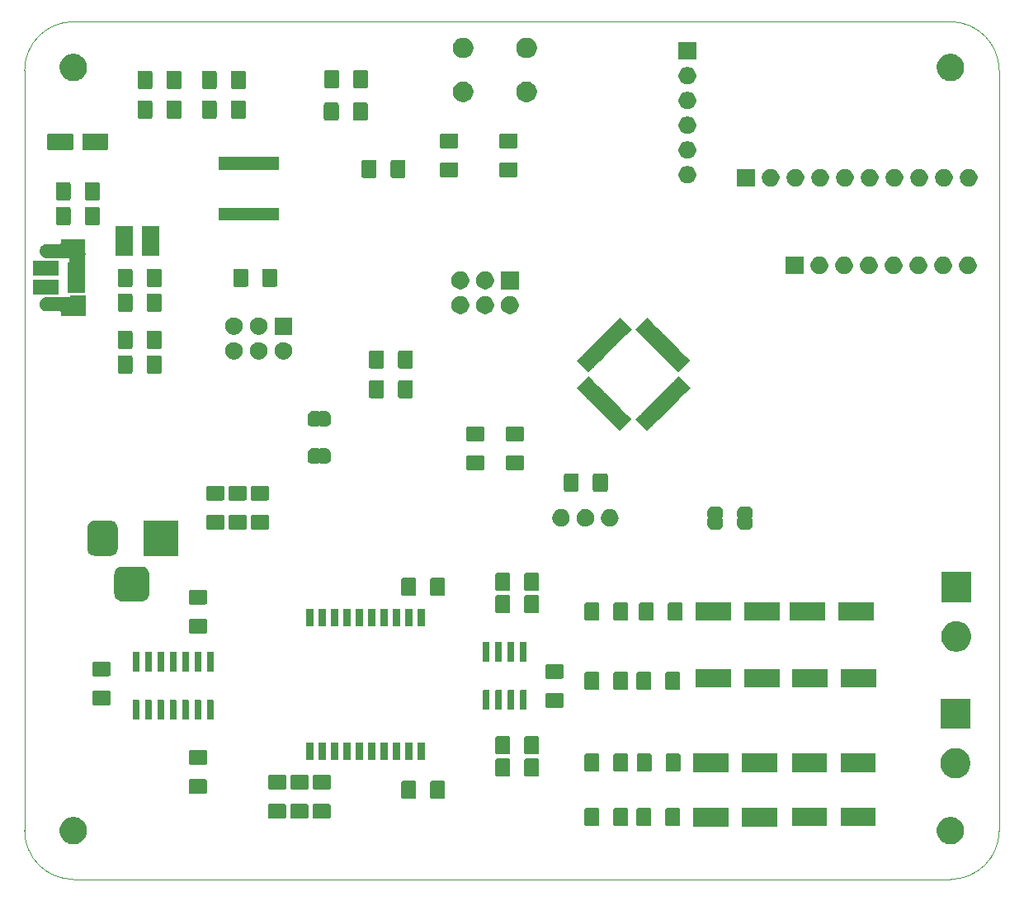
<source format=gbr>
G04 #@! TF.GenerationSoftware,KiCad,Pcbnew,5.1.5-52549c5~86~ubuntu19.10.1*
G04 #@! TF.CreationDate,2020-04-28T14:26:38+02:00*
G04 #@! TF.ProjectId,ArduinoDCC++,41726475-696e-46f4-9443-432b2b2e6b69,v.0.0.1c*
G04 #@! TF.SameCoordinates,Original*
G04 #@! TF.FileFunction,Soldermask,Top*
G04 #@! TF.FilePolarity,Negative*
%FSLAX46Y46*%
G04 Gerber Fmt 4.6, Leading zero omitted, Abs format (unit mm)*
G04 Created by KiCad (PCBNEW 5.1.5-52549c5~86~ubuntu19.10.1) date 2020-04-28 14:26:38*
%MOMM*%
%LPD*%
G04 APERTURE LIST*
%ADD10C,0.050000*%
%ADD11C,0.100000*%
G04 APERTURE END LIST*
D10*
X55000000Y-150000000D02*
X145000000Y-150000000D01*
X50000000Y-67000000D02*
X50000000Y-145000000D01*
X145000000Y-62000000D02*
X55000000Y-62000000D01*
X150000000Y-145000000D02*
X150000000Y-67000000D01*
X150000000Y-145000000D02*
G75*
G02X145000000Y-150000000I-5000000J0D01*
G01*
X145000000Y-62000000D02*
G75*
G02X150000000Y-67000000I0J-5000000D01*
G01*
X50000000Y-67000000D02*
G75*
G02X55000000Y-62000000I5000000J0D01*
G01*
X55000000Y-150000000D02*
G75*
G02X50000000Y-145000000I0J5000000D01*
G01*
D11*
G36*
X145314257Y-143634062D02*
G01*
X145408657Y-143652839D01*
X145514267Y-143696585D01*
X145663621Y-143758449D01*
X145702609Y-143784500D01*
X145893086Y-143911772D01*
X146088228Y-144106914D01*
X146190586Y-144260105D01*
X146241551Y-144336379D01*
X146271606Y-144408939D01*
X146344534Y-144585000D01*
X146347161Y-144591344D01*
X146401000Y-144862012D01*
X146401000Y-145137988D01*
X146347161Y-145408656D01*
X146241551Y-145663621D01*
X146241550Y-145663622D01*
X146088228Y-145893086D01*
X145893086Y-146088228D01*
X145739763Y-146190675D01*
X145663621Y-146241551D01*
X145514267Y-146303415D01*
X145408657Y-146347161D01*
X145318433Y-146365107D01*
X145137988Y-146401000D01*
X144862012Y-146401000D01*
X144681567Y-146365107D01*
X144591343Y-146347161D01*
X144485733Y-146303415D01*
X144336379Y-146241551D01*
X144260237Y-146190675D01*
X144106914Y-146088228D01*
X143911772Y-145893086D01*
X143758450Y-145663622D01*
X143758449Y-145663621D01*
X143652839Y-145408656D01*
X143599000Y-145137988D01*
X143599000Y-144862012D01*
X143652839Y-144591344D01*
X143655467Y-144585000D01*
X143728394Y-144408939D01*
X143758449Y-144336379D01*
X143809414Y-144260105D01*
X143911772Y-144106914D01*
X144106914Y-143911772D01*
X144297391Y-143784500D01*
X144336379Y-143758449D01*
X144485733Y-143696585D01*
X144591343Y-143652839D01*
X144685743Y-143634062D01*
X144862012Y-143599000D01*
X145137988Y-143599000D01*
X145314257Y-143634062D01*
G37*
G36*
X55314257Y-143634062D02*
G01*
X55408657Y-143652839D01*
X55514267Y-143696585D01*
X55663621Y-143758449D01*
X55702609Y-143784500D01*
X55893086Y-143911772D01*
X56088228Y-144106914D01*
X56190586Y-144260105D01*
X56241551Y-144336379D01*
X56271606Y-144408939D01*
X56344534Y-144585000D01*
X56347161Y-144591344D01*
X56401000Y-144862012D01*
X56401000Y-145137988D01*
X56347161Y-145408656D01*
X56241551Y-145663621D01*
X56241550Y-145663622D01*
X56088228Y-145893086D01*
X55893086Y-146088228D01*
X55739763Y-146190675D01*
X55663621Y-146241551D01*
X55514267Y-146303415D01*
X55408657Y-146347161D01*
X55318433Y-146365107D01*
X55137988Y-146401000D01*
X54862012Y-146401000D01*
X54681567Y-146365107D01*
X54591343Y-146347161D01*
X54485733Y-146303415D01*
X54336379Y-146241551D01*
X54260237Y-146190675D01*
X54106914Y-146088228D01*
X53911772Y-145893086D01*
X53758450Y-145663622D01*
X53758449Y-145663621D01*
X53652839Y-145408656D01*
X53599000Y-145137988D01*
X53599000Y-144862012D01*
X53652839Y-144591344D01*
X53655467Y-144585000D01*
X53728394Y-144408939D01*
X53758449Y-144336379D01*
X53809414Y-144260105D01*
X53911772Y-144106914D01*
X54106914Y-143911772D01*
X54297391Y-143784500D01*
X54336379Y-143758449D01*
X54485733Y-143696585D01*
X54591343Y-143652839D01*
X54685743Y-143634062D01*
X54862012Y-143599000D01*
X55137988Y-143599000D01*
X55314257Y-143634062D01*
G37*
G36*
X122199000Y-144585000D02*
G01*
X118597000Y-144585000D01*
X118597000Y-142683000D01*
X122199000Y-142683000D01*
X122199000Y-144585000D01*
G37*
G36*
X127199000Y-144585000D02*
G01*
X123597000Y-144585000D01*
X123597000Y-142683000D01*
X127199000Y-142683000D01*
X127199000Y-144585000D01*
G37*
G36*
X137319000Y-144553000D02*
G01*
X133717000Y-144553000D01*
X133717000Y-142651000D01*
X137319000Y-142651000D01*
X137319000Y-144553000D01*
G37*
G36*
X132319000Y-144553000D02*
G01*
X128717000Y-144553000D01*
X128717000Y-142651000D01*
X132319000Y-142651000D01*
X132319000Y-144553000D01*
G37*
G36*
X117124562Y-142680181D02*
G01*
X117159481Y-142690774D01*
X117191663Y-142707976D01*
X117219873Y-142731127D01*
X117243024Y-142759337D01*
X117260226Y-142791519D01*
X117270819Y-142826438D01*
X117275000Y-142868895D01*
X117275000Y-144335105D01*
X117270819Y-144377562D01*
X117260226Y-144412481D01*
X117243024Y-144444663D01*
X117219873Y-144472873D01*
X117191663Y-144496024D01*
X117159481Y-144513226D01*
X117124562Y-144523819D01*
X117082105Y-144528000D01*
X115940895Y-144528000D01*
X115898438Y-144523819D01*
X115863519Y-144513226D01*
X115831337Y-144496024D01*
X115803127Y-144472873D01*
X115779976Y-144444663D01*
X115762774Y-144412481D01*
X115752181Y-144377562D01*
X115748000Y-144335105D01*
X115748000Y-142868895D01*
X115752181Y-142826438D01*
X115762774Y-142791519D01*
X115779976Y-142759337D01*
X115803127Y-142731127D01*
X115831337Y-142707976D01*
X115863519Y-142690774D01*
X115898438Y-142680181D01*
X115940895Y-142676000D01*
X117082105Y-142676000D01*
X117124562Y-142680181D01*
G37*
G36*
X114149562Y-142680181D02*
G01*
X114184481Y-142690774D01*
X114216663Y-142707976D01*
X114244873Y-142731127D01*
X114268024Y-142759337D01*
X114285226Y-142791519D01*
X114295819Y-142826438D01*
X114300000Y-142868895D01*
X114300000Y-144335105D01*
X114295819Y-144377562D01*
X114285226Y-144412481D01*
X114268024Y-144444663D01*
X114244873Y-144472873D01*
X114216663Y-144496024D01*
X114184481Y-144513226D01*
X114149562Y-144523819D01*
X114107105Y-144528000D01*
X112965895Y-144528000D01*
X112923438Y-144523819D01*
X112888519Y-144513226D01*
X112856337Y-144496024D01*
X112828127Y-144472873D01*
X112804976Y-144444663D01*
X112787774Y-144412481D01*
X112777181Y-144377562D01*
X112773000Y-144335105D01*
X112773000Y-142868895D01*
X112777181Y-142826438D01*
X112787774Y-142791519D01*
X112804976Y-142759337D01*
X112828127Y-142731127D01*
X112856337Y-142707976D01*
X112888519Y-142690774D01*
X112923438Y-142680181D01*
X112965895Y-142676000D01*
X114107105Y-142676000D01*
X114149562Y-142680181D01*
G37*
G36*
X111790562Y-142680181D02*
G01*
X111825481Y-142690774D01*
X111857663Y-142707976D01*
X111885873Y-142731127D01*
X111909024Y-142759337D01*
X111926226Y-142791519D01*
X111936819Y-142826438D01*
X111941000Y-142868895D01*
X111941000Y-144335105D01*
X111936819Y-144377562D01*
X111926226Y-144412481D01*
X111909024Y-144444663D01*
X111885873Y-144472873D01*
X111857663Y-144496024D01*
X111825481Y-144513226D01*
X111790562Y-144523819D01*
X111748105Y-144528000D01*
X110606895Y-144528000D01*
X110564438Y-144523819D01*
X110529519Y-144513226D01*
X110497337Y-144496024D01*
X110469127Y-144472873D01*
X110445976Y-144444663D01*
X110428774Y-144412481D01*
X110418181Y-144377562D01*
X110414000Y-144335105D01*
X110414000Y-142868895D01*
X110418181Y-142826438D01*
X110428774Y-142791519D01*
X110445976Y-142759337D01*
X110469127Y-142731127D01*
X110497337Y-142707976D01*
X110529519Y-142690774D01*
X110564438Y-142680181D01*
X110606895Y-142676000D01*
X111748105Y-142676000D01*
X111790562Y-142680181D01*
G37*
G36*
X108815562Y-142680181D02*
G01*
X108850481Y-142690774D01*
X108882663Y-142707976D01*
X108910873Y-142731127D01*
X108934024Y-142759337D01*
X108951226Y-142791519D01*
X108961819Y-142826438D01*
X108966000Y-142868895D01*
X108966000Y-144335105D01*
X108961819Y-144377562D01*
X108951226Y-144412481D01*
X108934024Y-144444663D01*
X108910873Y-144472873D01*
X108882663Y-144496024D01*
X108850481Y-144513226D01*
X108815562Y-144523819D01*
X108773105Y-144528000D01*
X107631895Y-144528000D01*
X107589438Y-144523819D01*
X107554519Y-144513226D01*
X107522337Y-144496024D01*
X107494127Y-144472873D01*
X107470976Y-144444663D01*
X107453774Y-144412481D01*
X107443181Y-144377562D01*
X107439000Y-144335105D01*
X107439000Y-142868895D01*
X107443181Y-142826438D01*
X107453774Y-142791519D01*
X107470976Y-142759337D01*
X107494127Y-142731127D01*
X107522337Y-142707976D01*
X107554519Y-142690774D01*
X107589438Y-142680181D01*
X107631895Y-142676000D01*
X108773105Y-142676000D01*
X108815562Y-142680181D01*
G37*
G36*
X81255562Y-142261681D02*
G01*
X81290481Y-142272274D01*
X81322663Y-142289476D01*
X81350873Y-142312627D01*
X81374024Y-142340837D01*
X81391226Y-142373019D01*
X81401819Y-142407938D01*
X81406000Y-142450395D01*
X81406000Y-143591605D01*
X81401819Y-143634062D01*
X81391226Y-143668981D01*
X81374024Y-143701163D01*
X81350873Y-143729373D01*
X81322663Y-143752524D01*
X81290481Y-143769726D01*
X81255562Y-143780319D01*
X81213105Y-143784500D01*
X79746895Y-143784500D01*
X79704438Y-143780319D01*
X79669519Y-143769726D01*
X79637337Y-143752524D01*
X79609127Y-143729373D01*
X79585976Y-143701163D01*
X79568774Y-143668981D01*
X79558181Y-143634062D01*
X79554000Y-143591605D01*
X79554000Y-142450395D01*
X79558181Y-142407938D01*
X79568774Y-142373019D01*
X79585976Y-142340837D01*
X79609127Y-142312627D01*
X79637337Y-142289476D01*
X79669519Y-142272274D01*
X79704438Y-142261681D01*
X79746895Y-142257500D01*
X81213105Y-142257500D01*
X81255562Y-142261681D01*
G37*
G36*
X78969562Y-142261681D02*
G01*
X79004481Y-142272274D01*
X79036663Y-142289476D01*
X79064873Y-142312627D01*
X79088024Y-142340837D01*
X79105226Y-142373019D01*
X79115819Y-142407938D01*
X79120000Y-142450395D01*
X79120000Y-143591605D01*
X79115819Y-143634062D01*
X79105226Y-143668981D01*
X79088024Y-143701163D01*
X79064873Y-143729373D01*
X79036663Y-143752524D01*
X79004481Y-143769726D01*
X78969562Y-143780319D01*
X78927105Y-143784500D01*
X77460895Y-143784500D01*
X77418438Y-143780319D01*
X77383519Y-143769726D01*
X77351337Y-143752524D01*
X77323127Y-143729373D01*
X77299976Y-143701163D01*
X77282774Y-143668981D01*
X77272181Y-143634062D01*
X77268000Y-143591605D01*
X77268000Y-142450395D01*
X77272181Y-142407938D01*
X77282774Y-142373019D01*
X77299976Y-142340837D01*
X77323127Y-142312627D01*
X77351337Y-142289476D01*
X77383519Y-142272274D01*
X77418438Y-142261681D01*
X77460895Y-142257500D01*
X78927105Y-142257500D01*
X78969562Y-142261681D01*
G37*
G36*
X76683562Y-142261681D02*
G01*
X76718481Y-142272274D01*
X76750663Y-142289476D01*
X76778873Y-142312627D01*
X76802024Y-142340837D01*
X76819226Y-142373019D01*
X76829819Y-142407938D01*
X76834000Y-142450395D01*
X76834000Y-143591605D01*
X76829819Y-143634062D01*
X76819226Y-143668981D01*
X76802024Y-143701163D01*
X76778873Y-143729373D01*
X76750663Y-143752524D01*
X76718481Y-143769726D01*
X76683562Y-143780319D01*
X76641105Y-143784500D01*
X75174895Y-143784500D01*
X75132438Y-143780319D01*
X75097519Y-143769726D01*
X75065337Y-143752524D01*
X75037127Y-143729373D01*
X75013976Y-143701163D01*
X74996774Y-143668981D01*
X74986181Y-143634062D01*
X74982000Y-143591605D01*
X74982000Y-142450395D01*
X74986181Y-142407938D01*
X74996774Y-142373019D01*
X75013976Y-142340837D01*
X75037127Y-142312627D01*
X75065337Y-142289476D01*
X75097519Y-142272274D01*
X75132438Y-142261681D01*
X75174895Y-142257500D01*
X76641105Y-142257500D01*
X76683562Y-142261681D01*
G37*
G36*
X92994562Y-139886181D02*
G01*
X93029481Y-139896774D01*
X93061663Y-139913976D01*
X93089873Y-139937127D01*
X93113024Y-139965337D01*
X93130226Y-139997519D01*
X93140819Y-140032438D01*
X93145000Y-140074895D01*
X93145000Y-141541105D01*
X93140819Y-141583562D01*
X93130226Y-141618481D01*
X93113024Y-141650663D01*
X93089873Y-141678873D01*
X93061663Y-141702024D01*
X93029481Y-141719226D01*
X92994562Y-141729819D01*
X92952105Y-141734000D01*
X91810895Y-141734000D01*
X91768438Y-141729819D01*
X91733519Y-141719226D01*
X91701337Y-141702024D01*
X91673127Y-141678873D01*
X91649976Y-141650663D01*
X91632774Y-141618481D01*
X91622181Y-141583562D01*
X91618000Y-141541105D01*
X91618000Y-140074895D01*
X91622181Y-140032438D01*
X91632774Y-139997519D01*
X91649976Y-139965337D01*
X91673127Y-139937127D01*
X91701337Y-139913976D01*
X91733519Y-139896774D01*
X91768438Y-139886181D01*
X91810895Y-139882000D01*
X92952105Y-139882000D01*
X92994562Y-139886181D01*
G37*
G36*
X90019562Y-139886181D02*
G01*
X90054481Y-139896774D01*
X90086663Y-139913976D01*
X90114873Y-139937127D01*
X90138024Y-139965337D01*
X90155226Y-139997519D01*
X90165819Y-140032438D01*
X90170000Y-140074895D01*
X90170000Y-141541105D01*
X90165819Y-141583562D01*
X90155226Y-141618481D01*
X90138024Y-141650663D01*
X90114873Y-141678873D01*
X90086663Y-141702024D01*
X90054481Y-141719226D01*
X90019562Y-141729819D01*
X89977105Y-141734000D01*
X88835895Y-141734000D01*
X88793438Y-141729819D01*
X88758519Y-141719226D01*
X88726337Y-141702024D01*
X88698127Y-141678873D01*
X88674976Y-141650663D01*
X88657774Y-141618481D01*
X88647181Y-141583562D01*
X88643000Y-141541105D01*
X88643000Y-140074895D01*
X88647181Y-140032438D01*
X88657774Y-139997519D01*
X88674976Y-139965337D01*
X88698127Y-139937127D01*
X88726337Y-139913976D01*
X88758519Y-139896774D01*
X88793438Y-139886181D01*
X88835895Y-139882000D01*
X89977105Y-139882000D01*
X90019562Y-139886181D01*
G37*
G36*
X68555562Y-139721681D02*
G01*
X68590481Y-139732274D01*
X68622663Y-139749476D01*
X68650873Y-139772627D01*
X68674024Y-139800837D01*
X68691226Y-139833019D01*
X68701819Y-139867938D01*
X68706000Y-139910395D01*
X68706000Y-141051605D01*
X68701819Y-141094062D01*
X68691226Y-141128981D01*
X68674024Y-141161163D01*
X68650873Y-141189373D01*
X68622663Y-141212524D01*
X68590481Y-141229726D01*
X68555562Y-141240319D01*
X68513105Y-141244500D01*
X67046895Y-141244500D01*
X67004438Y-141240319D01*
X66969519Y-141229726D01*
X66937337Y-141212524D01*
X66909127Y-141189373D01*
X66885976Y-141161163D01*
X66868774Y-141128981D01*
X66858181Y-141094062D01*
X66854000Y-141051605D01*
X66854000Y-139910395D01*
X66858181Y-139867938D01*
X66868774Y-139833019D01*
X66885976Y-139800837D01*
X66909127Y-139772627D01*
X66937337Y-139749476D01*
X66969519Y-139732274D01*
X67004438Y-139721681D01*
X67046895Y-139717500D01*
X68513105Y-139717500D01*
X68555562Y-139721681D01*
G37*
G36*
X81255562Y-139286681D02*
G01*
X81290481Y-139297274D01*
X81322663Y-139314476D01*
X81350873Y-139337627D01*
X81374024Y-139365837D01*
X81391226Y-139398019D01*
X81401819Y-139432938D01*
X81406000Y-139475395D01*
X81406000Y-140616605D01*
X81401819Y-140659062D01*
X81391226Y-140693981D01*
X81374024Y-140726163D01*
X81350873Y-140754373D01*
X81322663Y-140777524D01*
X81290481Y-140794726D01*
X81255562Y-140805319D01*
X81213105Y-140809500D01*
X79746895Y-140809500D01*
X79704438Y-140805319D01*
X79669519Y-140794726D01*
X79637337Y-140777524D01*
X79609127Y-140754373D01*
X79585976Y-140726163D01*
X79568774Y-140693981D01*
X79558181Y-140659062D01*
X79554000Y-140616605D01*
X79554000Y-139475395D01*
X79558181Y-139432938D01*
X79568774Y-139398019D01*
X79585976Y-139365837D01*
X79609127Y-139337627D01*
X79637337Y-139314476D01*
X79669519Y-139297274D01*
X79704438Y-139286681D01*
X79746895Y-139282500D01*
X81213105Y-139282500D01*
X81255562Y-139286681D01*
G37*
G36*
X76683562Y-139286681D02*
G01*
X76718481Y-139297274D01*
X76750663Y-139314476D01*
X76778873Y-139337627D01*
X76802024Y-139365837D01*
X76819226Y-139398019D01*
X76829819Y-139432938D01*
X76834000Y-139475395D01*
X76834000Y-140616605D01*
X76829819Y-140659062D01*
X76819226Y-140693981D01*
X76802024Y-140726163D01*
X76778873Y-140754373D01*
X76750663Y-140777524D01*
X76718481Y-140794726D01*
X76683562Y-140805319D01*
X76641105Y-140809500D01*
X75174895Y-140809500D01*
X75132438Y-140805319D01*
X75097519Y-140794726D01*
X75065337Y-140777524D01*
X75037127Y-140754373D01*
X75013976Y-140726163D01*
X74996774Y-140693981D01*
X74986181Y-140659062D01*
X74982000Y-140616605D01*
X74982000Y-139475395D01*
X74986181Y-139432938D01*
X74996774Y-139398019D01*
X75013976Y-139365837D01*
X75037127Y-139337627D01*
X75065337Y-139314476D01*
X75097519Y-139297274D01*
X75132438Y-139286681D01*
X75174895Y-139282500D01*
X76641105Y-139282500D01*
X76683562Y-139286681D01*
G37*
G36*
X78969562Y-139286681D02*
G01*
X79004481Y-139297274D01*
X79036663Y-139314476D01*
X79064873Y-139337627D01*
X79088024Y-139365837D01*
X79105226Y-139398019D01*
X79115819Y-139432938D01*
X79120000Y-139475395D01*
X79120000Y-140616605D01*
X79115819Y-140659062D01*
X79105226Y-140693981D01*
X79088024Y-140726163D01*
X79064873Y-140754373D01*
X79036663Y-140777524D01*
X79004481Y-140794726D01*
X78969562Y-140805319D01*
X78927105Y-140809500D01*
X77460895Y-140809500D01*
X77418438Y-140805319D01*
X77383519Y-140794726D01*
X77351337Y-140777524D01*
X77323127Y-140754373D01*
X77299976Y-140726163D01*
X77282774Y-140693981D01*
X77272181Y-140659062D01*
X77268000Y-140616605D01*
X77268000Y-139475395D01*
X77272181Y-139432938D01*
X77282774Y-139398019D01*
X77299976Y-139365837D01*
X77323127Y-139337627D01*
X77351337Y-139314476D01*
X77383519Y-139297274D01*
X77418438Y-139286681D01*
X77460895Y-139282500D01*
X78927105Y-139282500D01*
X78969562Y-139286681D01*
G37*
G36*
X145806585Y-136558802D02*
G01*
X145956410Y-136588604D01*
X146238674Y-136705521D01*
X146492705Y-136875259D01*
X146708741Y-137091295D01*
X146878479Y-137345326D01*
X146995396Y-137627590D01*
X146995396Y-137627591D01*
X147055000Y-137927239D01*
X147055000Y-138232761D01*
X147051748Y-138249108D01*
X146995396Y-138532410D01*
X146878479Y-138814674D01*
X146708741Y-139068705D01*
X146492705Y-139284741D01*
X146238674Y-139454479D01*
X145956410Y-139571396D01*
X145806585Y-139601198D01*
X145656761Y-139631000D01*
X145351239Y-139631000D01*
X145201415Y-139601198D01*
X145051590Y-139571396D01*
X144769326Y-139454479D01*
X144515295Y-139284741D01*
X144299259Y-139068705D01*
X144129521Y-138814674D01*
X144012604Y-138532410D01*
X143956252Y-138249108D01*
X143953000Y-138232761D01*
X143953000Y-137927239D01*
X144012604Y-137627591D01*
X144012604Y-137627590D01*
X144129521Y-137345326D01*
X144299259Y-137091295D01*
X144515295Y-136875259D01*
X144769326Y-136705521D01*
X145051590Y-136588604D01*
X145201415Y-136558802D01*
X145351239Y-136529000D01*
X145656761Y-136529000D01*
X145806585Y-136558802D01*
G37*
G36*
X102646562Y-137600181D02*
G01*
X102681481Y-137610774D01*
X102713663Y-137627976D01*
X102741873Y-137651127D01*
X102765024Y-137679337D01*
X102782226Y-137711519D01*
X102792819Y-137746438D01*
X102797000Y-137788895D01*
X102797000Y-139255105D01*
X102792819Y-139297562D01*
X102782226Y-139332481D01*
X102765024Y-139364663D01*
X102741873Y-139392873D01*
X102713663Y-139416024D01*
X102681481Y-139433226D01*
X102646562Y-139443819D01*
X102604105Y-139448000D01*
X101462895Y-139448000D01*
X101420438Y-139443819D01*
X101385519Y-139433226D01*
X101353337Y-139416024D01*
X101325127Y-139392873D01*
X101301976Y-139364663D01*
X101284774Y-139332481D01*
X101274181Y-139297562D01*
X101270000Y-139255105D01*
X101270000Y-137788895D01*
X101274181Y-137746438D01*
X101284774Y-137711519D01*
X101301976Y-137679337D01*
X101325127Y-137651127D01*
X101353337Y-137627976D01*
X101385519Y-137610774D01*
X101420438Y-137600181D01*
X101462895Y-137596000D01*
X102604105Y-137596000D01*
X102646562Y-137600181D01*
G37*
G36*
X99671562Y-137600181D02*
G01*
X99706481Y-137610774D01*
X99738663Y-137627976D01*
X99766873Y-137651127D01*
X99790024Y-137679337D01*
X99807226Y-137711519D01*
X99817819Y-137746438D01*
X99822000Y-137788895D01*
X99822000Y-139255105D01*
X99817819Y-139297562D01*
X99807226Y-139332481D01*
X99790024Y-139364663D01*
X99766873Y-139392873D01*
X99738663Y-139416024D01*
X99706481Y-139433226D01*
X99671562Y-139443819D01*
X99629105Y-139448000D01*
X98487895Y-139448000D01*
X98445438Y-139443819D01*
X98410519Y-139433226D01*
X98378337Y-139416024D01*
X98350127Y-139392873D01*
X98326976Y-139364663D01*
X98309774Y-139332481D01*
X98299181Y-139297562D01*
X98295000Y-139255105D01*
X98295000Y-137788895D01*
X98299181Y-137746438D01*
X98309774Y-137711519D01*
X98326976Y-137679337D01*
X98350127Y-137651127D01*
X98378337Y-137627976D01*
X98410519Y-137610774D01*
X98445438Y-137600181D01*
X98487895Y-137596000D01*
X99629105Y-137596000D01*
X99671562Y-137600181D01*
G37*
G36*
X122199000Y-138997000D02*
G01*
X118597000Y-138997000D01*
X118597000Y-137095000D01*
X122199000Y-137095000D01*
X122199000Y-138997000D01*
G37*
G36*
X127199000Y-138997000D02*
G01*
X123597000Y-138997000D01*
X123597000Y-137095000D01*
X127199000Y-137095000D01*
X127199000Y-138997000D01*
G37*
G36*
X132319000Y-138997000D02*
G01*
X128717000Y-138997000D01*
X128717000Y-137095000D01*
X132319000Y-137095000D01*
X132319000Y-138997000D01*
G37*
G36*
X137319000Y-138997000D02*
G01*
X133717000Y-138997000D01*
X133717000Y-137095000D01*
X137319000Y-137095000D01*
X137319000Y-138997000D01*
G37*
G36*
X114186062Y-137092181D02*
G01*
X114220981Y-137102774D01*
X114253163Y-137119976D01*
X114281373Y-137143127D01*
X114304524Y-137171337D01*
X114321726Y-137203519D01*
X114332319Y-137238438D01*
X114336500Y-137280895D01*
X114336500Y-138747105D01*
X114332319Y-138789562D01*
X114321726Y-138824481D01*
X114304524Y-138856663D01*
X114281373Y-138884873D01*
X114253163Y-138908024D01*
X114220981Y-138925226D01*
X114186062Y-138935819D01*
X114143605Y-138940000D01*
X113002395Y-138940000D01*
X112959938Y-138935819D01*
X112925019Y-138925226D01*
X112892837Y-138908024D01*
X112864627Y-138884873D01*
X112841476Y-138856663D01*
X112824274Y-138824481D01*
X112813681Y-138789562D01*
X112809500Y-138747105D01*
X112809500Y-137280895D01*
X112813681Y-137238438D01*
X112824274Y-137203519D01*
X112841476Y-137171337D01*
X112864627Y-137143127D01*
X112892837Y-137119976D01*
X112925019Y-137102774D01*
X112959938Y-137092181D01*
X113002395Y-137088000D01*
X114143605Y-137088000D01*
X114186062Y-137092181D01*
G37*
G36*
X108815562Y-137092181D02*
G01*
X108850481Y-137102774D01*
X108882663Y-137119976D01*
X108910873Y-137143127D01*
X108934024Y-137171337D01*
X108951226Y-137203519D01*
X108961819Y-137238438D01*
X108966000Y-137280895D01*
X108966000Y-138747105D01*
X108961819Y-138789562D01*
X108951226Y-138824481D01*
X108934024Y-138856663D01*
X108910873Y-138884873D01*
X108882663Y-138908024D01*
X108850481Y-138925226D01*
X108815562Y-138935819D01*
X108773105Y-138940000D01*
X107631895Y-138940000D01*
X107589438Y-138935819D01*
X107554519Y-138925226D01*
X107522337Y-138908024D01*
X107494127Y-138884873D01*
X107470976Y-138856663D01*
X107453774Y-138824481D01*
X107443181Y-138789562D01*
X107439000Y-138747105D01*
X107439000Y-137280895D01*
X107443181Y-137238438D01*
X107453774Y-137203519D01*
X107470976Y-137171337D01*
X107494127Y-137143127D01*
X107522337Y-137119976D01*
X107554519Y-137102774D01*
X107589438Y-137092181D01*
X107631895Y-137088000D01*
X108773105Y-137088000D01*
X108815562Y-137092181D01*
G37*
G36*
X111790562Y-137092181D02*
G01*
X111825481Y-137102774D01*
X111857663Y-137119976D01*
X111885873Y-137143127D01*
X111909024Y-137171337D01*
X111926226Y-137203519D01*
X111936819Y-137238438D01*
X111941000Y-137280895D01*
X111941000Y-138747105D01*
X111936819Y-138789562D01*
X111926226Y-138824481D01*
X111909024Y-138856663D01*
X111885873Y-138884873D01*
X111857663Y-138908024D01*
X111825481Y-138925226D01*
X111790562Y-138935819D01*
X111748105Y-138940000D01*
X110606895Y-138940000D01*
X110564438Y-138935819D01*
X110529519Y-138925226D01*
X110497337Y-138908024D01*
X110469127Y-138884873D01*
X110445976Y-138856663D01*
X110428774Y-138824481D01*
X110418181Y-138789562D01*
X110414000Y-138747105D01*
X110414000Y-137280895D01*
X110418181Y-137238438D01*
X110428774Y-137203519D01*
X110445976Y-137171337D01*
X110469127Y-137143127D01*
X110497337Y-137119976D01*
X110529519Y-137102774D01*
X110564438Y-137092181D01*
X110606895Y-137088000D01*
X111748105Y-137088000D01*
X111790562Y-137092181D01*
G37*
G36*
X117161062Y-137092181D02*
G01*
X117195981Y-137102774D01*
X117228163Y-137119976D01*
X117256373Y-137143127D01*
X117279524Y-137171337D01*
X117296726Y-137203519D01*
X117307319Y-137238438D01*
X117311500Y-137280895D01*
X117311500Y-138747105D01*
X117307319Y-138789562D01*
X117296726Y-138824481D01*
X117279524Y-138856663D01*
X117256373Y-138884873D01*
X117228163Y-138908024D01*
X117195981Y-138925226D01*
X117161062Y-138935819D01*
X117118605Y-138940000D01*
X115977395Y-138940000D01*
X115934938Y-138935819D01*
X115900019Y-138925226D01*
X115867837Y-138908024D01*
X115839627Y-138884873D01*
X115816476Y-138856663D01*
X115799274Y-138824481D01*
X115788681Y-138789562D01*
X115784500Y-138747105D01*
X115784500Y-137280895D01*
X115788681Y-137238438D01*
X115799274Y-137203519D01*
X115816476Y-137171337D01*
X115839627Y-137143127D01*
X115867837Y-137119976D01*
X115900019Y-137102774D01*
X115934938Y-137092181D01*
X115977395Y-137088000D01*
X117118605Y-137088000D01*
X117161062Y-137092181D01*
G37*
G36*
X68555562Y-136746681D02*
G01*
X68590481Y-136757274D01*
X68622663Y-136774476D01*
X68650873Y-136797627D01*
X68674024Y-136825837D01*
X68691226Y-136858019D01*
X68701819Y-136892938D01*
X68706000Y-136935395D01*
X68706000Y-138076605D01*
X68701819Y-138119062D01*
X68691226Y-138153981D01*
X68674024Y-138186163D01*
X68650873Y-138214373D01*
X68622663Y-138237524D01*
X68590481Y-138254726D01*
X68555562Y-138265319D01*
X68513105Y-138269500D01*
X67046895Y-138269500D01*
X67004438Y-138265319D01*
X66969519Y-138254726D01*
X66937337Y-138237524D01*
X66909127Y-138214373D01*
X66885976Y-138186163D01*
X66868774Y-138153981D01*
X66858181Y-138119062D01*
X66854000Y-138076605D01*
X66854000Y-136935395D01*
X66858181Y-136892938D01*
X66868774Y-136858019D01*
X66885976Y-136825837D01*
X66909127Y-136797627D01*
X66937337Y-136774476D01*
X66969519Y-136757274D01*
X67004438Y-136746681D01*
X67046895Y-136742500D01*
X68513105Y-136742500D01*
X68555562Y-136746681D01*
G37*
G36*
X79686000Y-137751000D02*
G01*
X78884000Y-137751000D01*
X78884000Y-135949000D01*
X79686000Y-135949000D01*
X79686000Y-137751000D01*
G37*
G36*
X80956000Y-137751000D02*
G01*
X80154000Y-137751000D01*
X80154000Y-135949000D01*
X80956000Y-135949000D01*
X80956000Y-137751000D01*
G37*
G36*
X91116000Y-137751000D02*
G01*
X90314000Y-137751000D01*
X90314000Y-135949000D01*
X91116000Y-135949000D01*
X91116000Y-137751000D01*
G37*
G36*
X82226000Y-137751000D02*
G01*
X81424000Y-137751000D01*
X81424000Y-135949000D01*
X82226000Y-135949000D01*
X82226000Y-137751000D01*
G37*
G36*
X84766000Y-137751000D02*
G01*
X83964000Y-137751000D01*
X83964000Y-135949000D01*
X84766000Y-135949000D01*
X84766000Y-137751000D01*
G37*
G36*
X87306000Y-137751000D02*
G01*
X86504000Y-137751000D01*
X86504000Y-135949000D01*
X87306000Y-135949000D01*
X87306000Y-137751000D01*
G37*
G36*
X88576000Y-137751000D02*
G01*
X87774000Y-137751000D01*
X87774000Y-135949000D01*
X88576000Y-135949000D01*
X88576000Y-137751000D01*
G37*
G36*
X89846000Y-137751000D02*
G01*
X89044000Y-137751000D01*
X89044000Y-135949000D01*
X89846000Y-135949000D01*
X89846000Y-137751000D01*
G37*
G36*
X83496000Y-137751000D02*
G01*
X82694000Y-137751000D01*
X82694000Y-135949000D01*
X83496000Y-135949000D01*
X83496000Y-137751000D01*
G37*
G36*
X86036000Y-137751000D02*
G01*
X85234000Y-137751000D01*
X85234000Y-135949000D01*
X86036000Y-135949000D01*
X86036000Y-137751000D01*
G37*
G36*
X99671562Y-135314181D02*
G01*
X99706481Y-135324774D01*
X99738663Y-135341976D01*
X99766873Y-135365127D01*
X99790024Y-135393337D01*
X99807226Y-135425519D01*
X99817819Y-135460438D01*
X99822000Y-135502895D01*
X99822000Y-136969105D01*
X99817819Y-137011562D01*
X99807226Y-137046481D01*
X99790024Y-137078663D01*
X99766873Y-137106873D01*
X99738663Y-137130024D01*
X99706481Y-137147226D01*
X99671562Y-137157819D01*
X99629105Y-137162000D01*
X98487895Y-137162000D01*
X98445438Y-137157819D01*
X98410519Y-137147226D01*
X98378337Y-137130024D01*
X98350127Y-137106873D01*
X98326976Y-137078663D01*
X98309774Y-137046481D01*
X98299181Y-137011562D01*
X98295000Y-136969105D01*
X98295000Y-135502895D01*
X98299181Y-135460438D01*
X98309774Y-135425519D01*
X98326976Y-135393337D01*
X98350127Y-135365127D01*
X98378337Y-135341976D01*
X98410519Y-135324774D01*
X98445438Y-135314181D01*
X98487895Y-135310000D01*
X99629105Y-135310000D01*
X99671562Y-135314181D01*
G37*
G36*
X102646562Y-135314181D02*
G01*
X102681481Y-135324774D01*
X102713663Y-135341976D01*
X102741873Y-135365127D01*
X102765024Y-135393337D01*
X102782226Y-135425519D01*
X102792819Y-135460438D01*
X102797000Y-135502895D01*
X102797000Y-136969105D01*
X102792819Y-137011562D01*
X102782226Y-137046481D01*
X102765024Y-137078663D01*
X102741873Y-137106873D01*
X102713663Y-137130024D01*
X102681481Y-137147226D01*
X102646562Y-137157819D01*
X102604105Y-137162000D01*
X101462895Y-137162000D01*
X101420438Y-137157819D01*
X101385519Y-137147226D01*
X101353337Y-137130024D01*
X101325127Y-137106873D01*
X101301976Y-137078663D01*
X101284774Y-137046481D01*
X101274181Y-137011562D01*
X101270000Y-136969105D01*
X101270000Y-135502895D01*
X101274181Y-135460438D01*
X101284774Y-135425519D01*
X101301976Y-135393337D01*
X101325127Y-135365127D01*
X101353337Y-135341976D01*
X101385519Y-135324774D01*
X101420438Y-135314181D01*
X101462895Y-135310000D01*
X102604105Y-135310000D01*
X102646562Y-135314181D01*
G37*
G36*
X147055000Y-134551000D02*
G01*
X143953000Y-134551000D01*
X143953000Y-131449000D01*
X147055000Y-131449000D01*
X147055000Y-134551000D01*
G37*
G36*
X68039928Y-131591764D02*
G01*
X68061009Y-131598160D01*
X68080445Y-131608548D01*
X68097476Y-131622524D01*
X68111452Y-131639555D01*
X68121840Y-131658991D01*
X68128236Y-131680072D01*
X68131000Y-131708140D01*
X68131000Y-133521860D01*
X68128236Y-133549928D01*
X68121840Y-133571009D01*
X68111452Y-133590445D01*
X68097476Y-133607476D01*
X68080445Y-133621452D01*
X68061009Y-133631840D01*
X68039928Y-133638236D01*
X68011860Y-133641000D01*
X67548140Y-133641000D01*
X67520072Y-133638236D01*
X67498991Y-133631840D01*
X67479555Y-133621452D01*
X67462524Y-133607476D01*
X67448548Y-133590445D01*
X67438160Y-133571009D01*
X67431764Y-133549928D01*
X67429000Y-133521860D01*
X67429000Y-131708140D01*
X67431764Y-131680072D01*
X67438160Y-131658991D01*
X67448548Y-131639555D01*
X67462524Y-131622524D01*
X67479555Y-131608548D01*
X67498991Y-131598160D01*
X67520072Y-131591764D01*
X67548140Y-131589000D01*
X68011860Y-131589000D01*
X68039928Y-131591764D01*
G37*
G36*
X69309928Y-131591764D02*
G01*
X69331009Y-131598160D01*
X69350445Y-131608548D01*
X69367476Y-131622524D01*
X69381452Y-131639555D01*
X69391840Y-131658991D01*
X69398236Y-131680072D01*
X69401000Y-131708140D01*
X69401000Y-133521860D01*
X69398236Y-133549928D01*
X69391840Y-133571009D01*
X69381452Y-133590445D01*
X69367476Y-133607476D01*
X69350445Y-133621452D01*
X69331009Y-133631840D01*
X69309928Y-133638236D01*
X69281860Y-133641000D01*
X68818140Y-133641000D01*
X68790072Y-133638236D01*
X68768991Y-133631840D01*
X68749555Y-133621452D01*
X68732524Y-133607476D01*
X68718548Y-133590445D01*
X68708160Y-133571009D01*
X68701764Y-133549928D01*
X68699000Y-133521860D01*
X68699000Y-131708140D01*
X68701764Y-131680072D01*
X68708160Y-131658991D01*
X68718548Y-131639555D01*
X68732524Y-131622524D01*
X68749555Y-131608548D01*
X68768991Y-131598160D01*
X68790072Y-131591764D01*
X68818140Y-131589000D01*
X69281860Y-131589000D01*
X69309928Y-131591764D01*
G37*
G36*
X66769928Y-131591764D02*
G01*
X66791009Y-131598160D01*
X66810445Y-131608548D01*
X66827476Y-131622524D01*
X66841452Y-131639555D01*
X66851840Y-131658991D01*
X66858236Y-131680072D01*
X66861000Y-131708140D01*
X66861000Y-133521860D01*
X66858236Y-133549928D01*
X66851840Y-133571009D01*
X66841452Y-133590445D01*
X66827476Y-133607476D01*
X66810445Y-133621452D01*
X66791009Y-133631840D01*
X66769928Y-133638236D01*
X66741860Y-133641000D01*
X66278140Y-133641000D01*
X66250072Y-133638236D01*
X66228991Y-133631840D01*
X66209555Y-133621452D01*
X66192524Y-133607476D01*
X66178548Y-133590445D01*
X66168160Y-133571009D01*
X66161764Y-133549928D01*
X66159000Y-133521860D01*
X66159000Y-131708140D01*
X66161764Y-131680072D01*
X66168160Y-131658991D01*
X66178548Y-131639555D01*
X66192524Y-131622524D01*
X66209555Y-131608548D01*
X66228991Y-131598160D01*
X66250072Y-131591764D01*
X66278140Y-131589000D01*
X66741860Y-131589000D01*
X66769928Y-131591764D01*
G37*
G36*
X65499928Y-131591764D02*
G01*
X65521009Y-131598160D01*
X65540445Y-131608548D01*
X65557476Y-131622524D01*
X65571452Y-131639555D01*
X65581840Y-131658991D01*
X65588236Y-131680072D01*
X65591000Y-131708140D01*
X65591000Y-133521860D01*
X65588236Y-133549928D01*
X65581840Y-133571009D01*
X65571452Y-133590445D01*
X65557476Y-133607476D01*
X65540445Y-133621452D01*
X65521009Y-133631840D01*
X65499928Y-133638236D01*
X65471860Y-133641000D01*
X65008140Y-133641000D01*
X64980072Y-133638236D01*
X64958991Y-133631840D01*
X64939555Y-133621452D01*
X64922524Y-133607476D01*
X64908548Y-133590445D01*
X64898160Y-133571009D01*
X64891764Y-133549928D01*
X64889000Y-133521860D01*
X64889000Y-131708140D01*
X64891764Y-131680072D01*
X64898160Y-131658991D01*
X64908548Y-131639555D01*
X64922524Y-131622524D01*
X64939555Y-131608548D01*
X64958991Y-131598160D01*
X64980072Y-131591764D01*
X65008140Y-131589000D01*
X65471860Y-131589000D01*
X65499928Y-131591764D01*
G37*
G36*
X64229928Y-131591764D02*
G01*
X64251009Y-131598160D01*
X64270445Y-131608548D01*
X64287476Y-131622524D01*
X64301452Y-131639555D01*
X64311840Y-131658991D01*
X64318236Y-131680072D01*
X64321000Y-131708140D01*
X64321000Y-133521860D01*
X64318236Y-133549928D01*
X64311840Y-133571009D01*
X64301452Y-133590445D01*
X64287476Y-133607476D01*
X64270445Y-133621452D01*
X64251009Y-133631840D01*
X64229928Y-133638236D01*
X64201860Y-133641000D01*
X63738140Y-133641000D01*
X63710072Y-133638236D01*
X63688991Y-133631840D01*
X63669555Y-133621452D01*
X63652524Y-133607476D01*
X63638548Y-133590445D01*
X63628160Y-133571009D01*
X63621764Y-133549928D01*
X63619000Y-133521860D01*
X63619000Y-131708140D01*
X63621764Y-131680072D01*
X63628160Y-131658991D01*
X63638548Y-131639555D01*
X63652524Y-131622524D01*
X63669555Y-131608548D01*
X63688991Y-131598160D01*
X63710072Y-131591764D01*
X63738140Y-131589000D01*
X64201860Y-131589000D01*
X64229928Y-131591764D01*
G37*
G36*
X62959928Y-131591764D02*
G01*
X62981009Y-131598160D01*
X63000445Y-131608548D01*
X63017476Y-131622524D01*
X63031452Y-131639555D01*
X63041840Y-131658991D01*
X63048236Y-131680072D01*
X63051000Y-131708140D01*
X63051000Y-133521860D01*
X63048236Y-133549928D01*
X63041840Y-133571009D01*
X63031452Y-133590445D01*
X63017476Y-133607476D01*
X63000445Y-133621452D01*
X62981009Y-133631840D01*
X62959928Y-133638236D01*
X62931860Y-133641000D01*
X62468140Y-133641000D01*
X62440072Y-133638236D01*
X62418991Y-133631840D01*
X62399555Y-133621452D01*
X62382524Y-133607476D01*
X62368548Y-133590445D01*
X62358160Y-133571009D01*
X62351764Y-133549928D01*
X62349000Y-133521860D01*
X62349000Y-131708140D01*
X62351764Y-131680072D01*
X62358160Y-131658991D01*
X62368548Y-131639555D01*
X62382524Y-131622524D01*
X62399555Y-131608548D01*
X62418991Y-131598160D01*
X62440072Y-131591764D01*
X62468140Y-131589000D01*
X62931860Y-131589000D01*
X62959928Y-131591764D01*
G37*
G36*
X61689928Y-131591764D02*
G01*
X61711009Y-131598160D01*
X61730445Y-131608548D01*
X61747476Y-131622524D01*
X61761452Y-131639555D01*
X61771840Y-131658991D01*
X61778236Y-131680072D01*
X61781000Y-131708140D01*
X61781000Y-133521860D01*
X61778236Y-133549928D01*
X61771840Y-133571009D01*
X61761452Y-133590445D01*
X61747476Y-133607476D01*
X61730445Y-133621452D01*
X61711009Y-133631840D01*
X61689928Y-133638236D01*
X61661860Y-133641000D01*
X61198140Y-133641000D01*
X61170072Y-133638236D01*
X61148991Y-133631840D01*
X61129555Y-133621452D01*
X61112524Y-133607476D01*
X61098548Y-133590445D01*
X61088160Y-133571009D01*
X61081764Y-133549928D01*
X61079000Y-133521860D01*
X61079000Y-131708140D01*
X61081764Y-131680072D01*
X61088160Y-131658991D01*
X61098548Y-131639555D01*
X61112524Y-131622524D01*
X61129555Y-131608548D01*
X61148991Y-131598160D01*
X61170072Y-131591764D01*
X61198140Y-131589000D01*
X61661860Y-131589000D01*
X61689928Y-131591764D01*
G37*
G36*
X98900928Y-130575764D02*
G01*
X98922009Y-130582160D01*
X98941445Y-130592548D01*
X98958476Y-130606524D01*
X98972452Y-130623555D01*
X98982840Y-130642991D01*
X98989236Y-130664072D01*
X98992000Y-130692140D01*
X98992000Y-132505860D01*
X98989236Y-132533928D01*
X98982840Y-132555009D01*
X98972452Y-132574445D01*
X98958476Y-132591476D01*
X98941445Y-132605452D01*
X98922009Y-132615840D01*
X98900928Y-132622236D01*
X98872860Y-132625000D01*
X98409140Y-132625000D01*
X98381072Y-132622236D01*
X98359991Y-132615840D01*
X98340555Y-132605452D01*
X98323524Y-132591476D01*
X98309548Y-132574445D01*
X98299160Y-132555009D01*
X98292764Y-132533928D01*
X98290000Y-132505860D01*
X98290000Y-130692140D01*
X98292764Y-130664072D01*
X98299160Y-130642991D01*
X98309548Y-130623555D01*
X98323524Y-130606524D01*
X98340555Y-130592548D01*
X98359991Y-130582160D01*
X98381072Y-130575764D01*
X98409140Y-130573000D01*
X98872860Y-130573000D01*
X98900928Y-130575764D01*
G37*
G36*
X100170928Y-130575764D02*
G01*
X100192009Y-130582160D01*
X100211445Y-130592548D01*
X100228476Y-130606524D01*
X100242452Y-130623555D01*
X100252840Y-130642991D01*
X100259236Y-130664072D01*
X100262000Y-130692140D01*
X100262000Y-132505860D01*
X100259236Y-132533928D01*
X100252840Y-132555009D01*
X100242452Y-132574445D01*
X100228476Y-132591476D01*
X100211445Y-132605452D01*
X100192009Y-132615840D01*
X100170928Y-132622236D01*
X100142860Y-132625000D01*
X99679140Y-132625000D01*
X99651072Y-132622236D01*
X99629991Y-132615840D01*
X99610555Y-132605452D01*
X99593524Y-132591476D01*
X99579548Y-132574445D01*
X99569160Y-132555009D01*
X99562764Y-132533928D01*
X99560000Y-132505860D01*
X99560000Y-130692140D01*
X99562764Y-130664072D01*
X99569160Y-130642991D01*
X99579548Y-130623555D01*
X99593524Y-130606524D01*
X99610555Y-130592548D01*
X99629991Y-130582160D01*
X99651072Y-130575764D01*
X99679140Y-130573000D01*
X100142860Y-130573000D01*
X100170928Y-130575764D01*
G37*
G36*
X101440928Y-130575764D02*
G01*
X101462009Y-130582160D01*
X101481445Y-130592548D01*
X101498476Y-130606524D01*
X101512452Y-130623555D01*
X101522840Y-130642991D01*
X101529236Y-130664072D01*
X101532000Y-130692140D01*
X101532000Y-132505860D01*
X101529236Y-132533928D01*
X101522840Y-132555009D01*
X101512452Y-132574445D01*
X101498476Y-132591476D01*
X101481445Y-132605452D01*
X101462009Y-132615840D01*
X101440928Y-132622236D01*
X101412860Y-132625000D01*
X100949140Y-132625000D01*
X100921072Y-132622236D01*
X100899991Y-132615840D01*
X100880555Y-132605452D01*
X100863524Y-132591476D01*
X100849548Y-132574445D01*
X100839160Y-132555009D01*
X100832764Y-132533928D01*
X100830000Y-132505860D01*
X100830000Y-130692140D01*
X100832764Y-130664072D01*
X100839160Y-130642991D01*
X100849548Y-130623555D01*
X100863524Y-130606524D01*
X100880555Y-130592548D01*
X100899991Y-130582160D01*
X100921072Y-130575764D01*
X100949140Y-130573000D01*
X101412860Y-130573000D01*
X101440928Y-130575764D01*
G37*
G36*
X97630928Y-130575764D02*
G01*
X97652009Y-130582160D01*
X97671445Y-130592548D01*
X97688476Y-130606524D01*
X97702452Y-130623555D01*
X97712840Y-130642991D01*
X97719236Y-130664072D01*
X97722000Y-130692140D01*
X97722000Y-132505860D01*
X97719236Y-132533928D01*
X97712840Y-132555009D01*
X97702452Y-132574445D01*
X97688476Y-132591476D01*
X97671445Y-132605452D01*
X97652009Y-132615840D01*
X97630928Y-132622236D01*
X97602860Y-132625000D01*
X97139140Y-132625000D01*
X97111072Y-132622236D01*
X97089991Y-132615840D01*
X97070555Y-132605452D01*
X97053524Y-132591476D01*
X97039548Y-132574445D01*
X97029160Y-132555009D01*
X97022764Y-132533928D01*
X97020000Y-132505860D01*
X97020000Y-130692140D01*
X97022764Y-130664072D01*
X97029160Y-130642991D01*
X97039548Y-130623555D01*
X97053524Y-130606524D01*
X97070555Y-130592548D01*
X97089991Y-130582160D01*
X97111072Y-130575764D01*
X97139140Y-130573000D01*
X97602860Y-130573000D01*
X97630928Y-130575764D01*
G37*
G36*
X105131562Y-130868181D02*
G01*
X105166481Y-130878774D01*
X105198663Y-130895976D01*
X105226873Y-130919127D01*
X105250024Y-130947337D01*
X105267226Y-130979519D01*
X105277819Y-131014438D01*
X105282000Y-131056895D01*
X105282000Y-132198105D01*
X105277819Y-132240562D01*
X105267226Y-132275481D01*
X105250024Y-132307663D01*
X105226873Y-132335873D01*
X105198663Y-132359024D01*
X105166481Y-132376226D01*
X105131562Y-132386819D01*
X105089105Y-132391000D01*
X103622895Y-132391000D01*
X103580438Y-132386819D01*
X103545519Y-132376226D01*
X103513337Y-132359024D01*
X103485127Y-132335873D01*
X103461976Y-132307663D01*
X103444774Y-132275481D01*
X103434181Y-132240562D01*
X103430000Y-132198105D01*
X103430000Y-131056895D01*
X103434181Y-131014438D01*
X103444774Y-130979519D01*
X103461976Y-130947337D01*
X103485127Y-130919127D01*
X103513337Y-130895976D01*
X103545519Y-130878774D01*
X103580438Y-130868181D01*
X103622895Y-130864000D01*
X105089105Y-130864000D01*
X105131562Y-130868181D01*
G37*
G36*
X58649562Y-130614181D02*
G01*
X58684481Y-130624774D01*
X58716663Y-130641976D01*
X58744873Y-130665127D01*
X58768024Y-130693337D01*
X58785226Y-130725519D01*
X58795819Y-130760438D01*
X58800000Y-130802895D01*
X58800000Y-131944105D01*
X58795819Y-131986562D01*
X58785226Y-132021481D01*
X58768024Y-132053663D01*
X58744873Y-132081873D01*
X58716663Y-132105024D01*
X58684481Y-132122226D01*
X58649562Y-132132819D01*
X58607105Y-132137000D01*
X57140895Y-132137000D01*
X57098438Y-132132819D01*
X57063519Y-132122226D01*
X57031337Y-132105024D01*
X57003127Y-132081873D01*
X56979976Y-132053663D01*
X56962774Y-132021481D01*
X56952181Y-131986562D01*
X56948000Y-131944105D01*
X56948000Y-130802895D01*
X56952181Y-130760438D01*
X56962774Y-130725519D01*
X56979976Y-130693337D01*
X57003127Y-130665127D01*
X57031337Y-130641976D01*
X57063519Y-130624774D01*
X57098438Y-130614181D01*
X57140895Y-130610000D01*
X58607105Y-130610000D01*
X58649562Y-130614181D01*
G37*
G36*
X108815562Y-128710181D02*
G01*
X108850481Y-128720774D01*
X108882663Y-128737976D01*
X108910873Y-128761127D01*
X108934024Y-128789337D01*
X108951226Y-128821519D01*
X108961819Y-128856438D01*
X108966000Y-128898895D01*
X108966000Y-130365105D01*
X108961819Y-130407562D01*
X108951226Y-130442481D01*
X108934024Y-130474663D01*
X108910873Y-130502873D01*
X108882663Y-130526024D01*
X108850481Y-130543226D01*
X108815562Y-130553819D01*
X108773105Y-130558000D01*
X107631895Y-130558000D01*
X107589438Y-130553819D01*
X107554519Y-130543226D01*
X107522337Y-130526024D01*
X107494127Y-130502873D01*
X107470976Y-130474663D01*
X107453774Y-130442481D01*
X107443181Y-130407562D01*
X107439000Y-130365105D01*
X107439000Y-128898895D01*
X107443181Y-128856438D01*
X107453774Y-128821519D01*
X107470976Y-128789337D01*
X107494127Y-128761127D01*
X107522337Y-128737976D01*
X107554519Y-128720774D01*
X107589438Y-128710181D01*
X107631895Y-128706000D01*
X108773105Y-128706000D01*
X108815562Y-128710181D01*
G37*
G36*
X111790562Y-128710181D02*
G01*
X111825481Y-128720774D01*
X111857663Y-128737976D01*
X111885873Y-128761127D01*
X111909024Y-128789337D01*
X111926226Y-128821519D01*
X111936819Y-128856438D01*
X111941000Y-128898895D01*
X111941000Y-130365105D01*
X111936819Y-130407562D01*
X111926226Y-130442481D01*
X111909024Y-130474663D01*
X111885873Y-130502873D01*
X111857663Y-130526024D01*
X111825481Y-130543226D01*
X111790562Y-130553819D01*
X111748105Y-130558000D01*
X110606895Y-130558000D01*
X110564438Y-130553819D01*
X110529519Y-130543226D01*
X110497337Y-130526024D01*
X110469127Y-130502873D01*
X110445976Y-130474663D01*
X110428774Y-130442481D01*
X110418181Y-130407562D01*
X110414000Y-130365105D01*
X110414000Y-128898895D01*
X110418181Y-128856438D01*
X110428774Y-128821519D01*
X110445976Y-128789337D01*
X110469127Y-128761127D01*
X110497337Y-128737976D01*
X110529519Y-128720774D01*
X110564438Y-128710181D01*
X110606895Y-128706000D01*
X111748105Y-128706000D01*
X111790562Y-128710181D01*
G37*
G36*
X117124562Y-128710181D02*
G01*
X117159481Y-128720774D01*
X117191663Y-128737976D01*
X117219873Y-128761127D01*
X117243024Y-128789337D01*
X117260226Y-128821519D01*
X117270819Y-128856438D01*
X117275000Y-128898895D01*
X117275000Y-130365105D01*
X117270819Y-130407562D01*
X117260226Y-130442481D01*
X117243024Y-130474663D01*
X117219873Y-130502873D01*
X117191663Y-130526024D01*
X117159481Y-130543226D01*
X117124562Y-130553819D01*
X117082105Y-130558000D01*
X115940895Y-130558000D01*
X115898438Y-130553819D01*
X115863519Y-130543226D01*
X115831337Y-130526024D01*
X115803127Y-130502873D01*
X115779976Y-130474663D01*
X115762774Y-130442481D01*
X115752181Y-130407562D01*
X115748000Y-130365105D01*
X115748000Y-128898895D01*
X115752181Y-128856438D01*
X115762774Y-128821519D01*
X115779976Y-128789337D01*
X115803127Y-128761127D01*
X115831337Y-128737976D01*
X115863519Y-128720774D01*
X115898438Y-128710181D01*
X115940895Y-128706000D01*
X117082105Y-128706000D01*
X117124562Y-128710181D01*
G37*
G36*
X114149562Y-128710181D02*
G01*
X114184481Y-128720774D01*
X114216663Y-128737976D01*
X114244873Y-128761127D01*
X114268024Y-128789337D01*
X114285226Y-128821519D01*
X114295819Y-128856438D01*
X114300000Y-128898895D01*
X114300000Y-130365105D01*
X114295819Y-130407562D01*
X114285226Y-130442481D01*
X114268024Y-130474663D01*
X114244873Y-130502873D01*
X114216663Y-130526024D01*
X114184481Y-130543226D01*
X114149562Y-130553819D01*
X114107105Y-130558000D01*
X112965895Y-130558000D01*
X112923438Y-130553819D01*
X112888519Y-130543226D01*
X112856337Y-130526024D01*
X112828127Y-130502873D01*
X112804976Y-130474663D01*
X112787774Y-130442481D01*
X112777181Y-130407562D01*
X112773000Y-130365105D01*
X112773000Y-128898895D01*
X112777181Y-128856438D01*
X112787774Y-128821519D01*
X112804976Y-128789337D01*
X112828127Y-128761127D01*
X112856337Y-128737976D01*
X112888519Y-128720774D01*
X112923438Y-128710181D01*
X112965895Y-128706000D01*
X114107105Y-128706000D01*
X114149562Y-128710181D01*
G37*
G36*
X127453000Y-130329000D02*
G01*
X123851000Y-130329000D01*
X123851000Y-128427000D01*
X127453000Y-128427000D01*
X127453000Y-130329000D01*
G37*
G36*
X137359000Y-130329000D02*
G01*
X133757000Y-130329000D01*
X133757000Y-128427000D01*
X137359000Y-128427000D01*
X137359000Y-130329000D01*
G37*
G36*
X122453000Y-130329000D02*
G01*
X118851000Y-130329000D01*
X118851000Y-128427000D01*
X122453000Y-128427000D01*
X122453000Y-130329000D01*
G37*
G36*
X132359000Y-130329000D02*
G01*
X128757000Y-130329000D01*
X128757000Y-128427000D01*
X132359000Y-128427000D01*
X132359000Y-130329000D01*
G37*
G36*
X105131562Y-127893181D02*
G01*
X105166481Y-127903774D01*
X105198663Y-127920976D01*
X105226873Y-127944127D01*
X105250024Y-127972337D01*
X105267226Y-128004519D01*
X105277819Y-128039438D01*
X105282000Y-128081895D01*
X105282000Y-129223105D01*
X105277819Y-129265562D01*
X105267226Y-129300481D01*
X105250024Y-129332663D01*
X105226873Y-129360873D01*
X105198663Y-129384024D01*
X105166481Y-129401226D01*
X105131562Y-129411819D01*
X105089105Y-129416000D01*
X103622895Y-129416000D01*
X103580438Y-129411819D01*
X103545519Y-129401226D01*
X103513337Y-129384024D01*
X103485127Y-129360873D01*
X103461976Y-129332663D01*
X103444774Y-129300481D01*
X103434181Y-129265562D01*
X103430000Y-129223105D01*
X103430000Y-128081895D01*
X103434181Y-128039438D01*
X103444774Y-128004519D01*
X103461976Y-127972337D01*
X103485127Y-127944127D01*
X103513337Y-127920976D01*
X103545519Y-127903774D01*
X103580438Y-127893181D01*
X103622895Y-127889000D01*
X105089105Y-127889000D01*
X105131562Y-127893181D01*
G37*
G36*
X58649562Y-127639181D02*
G01*
X58684481Y-127649774D01*
X58716663Y-127666976D01*
X58744873Y-127690127D01*
X58768024Y-127718337D01*
X58785226Y-127750519D01*
X58795819Y-127785438D01*
X58800000Y-127827895D01*
X58800000Y-128969105D01*
X58795819Y-129011562D01*
X58785226Y-129046481D01*
X58768024Y-129078663D01*
X58744873Y-129106873D01*
X58716663Y-129130024D01*
X58684481Y-129147226D01*
X58649562Y-129157819D01*
X58607105Y-129162000D01*
X57140895Y-129162000D01*
X57098438Y-129157819D01*
X57063519Y-129147226D01*
X57031337Y-129130024D01*
X57003127Y-129106873D01*
X56979976Y-129078663D01*
X56962774Y-129046481D01*
X56952181Y-129011562D01*
X56948000Y-128969105D01*
X56948000Y-127827895D01*
X56952181Y-127785438D01*
X56962774Y-127750519D01*
X56979976Y-127718337D01*
X57003127Y-127690127D01*
X57031337Y-127666976D01*
X57063519Y-127649774D01*
X57098438Y-127639181D01*
X57140895Y-127635000D01*
X58607105Y-127635000D01*
X58649562Y-127639181D01*
G37*
G36*
X61689928Y-126641764D02*
G01*
X61711009Y-126648160D01*
X61730445Y-126658548D01*
X61747476Y-126672524D01*
X61761452Y-126689555D01*
X61771840Y-126708991D01*
X61778236Y-126730072D01*
X61781000Y-126758140D01*
X61781000Y-128571860D01*
X61778236Y-128599928D01*
X61771840Y-128621009D01*
X61761452Y-128640445D01*
X61747476Y-128657476D01*
X61730445Y-128671452D01*
X61711009Y-128681840D01*
X61689928Y-128688236D01*
X61661860Y-128691000D01*
X61198140Y-128691000D01*
X61170072Y-128688236D01*
X61148991Y-128681840D01*
X61129555Y-128671452D01*
X61112524Y-128657476D01*
X61098548Y-128640445D01*
X61088160Y-128621009D01*
X61081764Y-128599928D01*
X61079000Y-128571860D01*
X61079000Y-126758140D01*
X61081764Y-126730072D01*
X61088160Y-126708991D01*
X61098548Y-126689555D01*
X61112524Y-126672524D01*
X61129555Y-126658548D01*
X61148991Y-126648160D01*
X61170072Y-126641764D01*
X61198140Y-126639000D01*
X61661860Y-126639000D01*
X61689928Y-126641764D01*
G37*
G36*
X62959928Y-126641764D02*
G01*
X62981009Y-126648160D01*
X63000445Y-126658548D01*
X63017476Y-126672524D01*
X63031452Y-126689555D01*
X63041840Y-126708991D01*
X63048236Y-126730072D01*
X63051000Y-126758140D01*
X63051000Y-128571860D01*
X63048236Y-128599928D01*
X63041840Y-128621009D01*
X63031452Y-128640445D01*
X63017476Y-128657476D01*
X63000445Y-128671452D01*
X62981009Y-128681840D01*
X62959928Y-128688236D01*
X62931860Y-128691000D01*
X62468140Y-128691000D01*
X62440072Y-128688236D01*
X62418991Y-128681840D01*
X62399555Y-128671452D01*
X62382524Y-128657476D01*
X62368548Y-128640445D01*
X62358160Y-128621009D01*
X62351764Y-128599928D01*
X62349000Y-128571860D01*
X62349000Y-126758140D01*
X62351764Y-126730072D01*
X62358160Y-126708991D01*
X62368548Y-126689555D01*
X62382524Y-126672524D01*
X62399555Y-126658548D01*
X62418991Y-126648160D01*
X62440072Y-126641764D01*
X62468140Y-126639000D01*
X62931860Y-126639000D01*
X62959928Y-126641764D01*
G37*
G36*
X64229928Y-126641764D02*
G01*
X64251009Y-126648160D01*
X64270445Y-126658548D01*
X64287476Y-126672524D01*
X64301452Y-126689555D01*
X64311840Y-126708991D01*
X64318236Y-126730072D01*
X64321000Y-126758140D01*
X64321000Y-128571860D01*
X64318236Y-128599928D01*
X64311840Y-128621009D01*
X64301452Y-128640445D01*
X64287476Y-128657476D01*
X64270445Y-128671452D01*
X64251009Y-128681840D01*
X64229928Y-128688236D01*
X64201860Y-128691000D01*
X63738140Y-128691000D01*
X63710072Y-128688236D01*
X63688991Y-128681840D01*
X63669555Y-128671452D01*
X63652524Y-128657476D01*
X63638548Y-128640445D01*
X63628160Y-128621009D01*
X63621764Y-128599928D01*
X63619000Y-128571860D01*
X63619000Y-126758140D01*
X63621764Y-126730072D01*
X63628160Y-126708991D01*
X63638548Y-126689555D01*
X63652524Y-126672524D01*
X63669555Y-126658548D01*
X63688991Y-126648160D01*
X63710072Y-126641764D01*
X63738140Y-126639000D01*
X64201860Y-126639000D01*
X64229928Y-126641764D01*
G37*
G36*
X65499928Y-126641764D02*
G01*
X65521009Y-126648160D01*
X65540445Y-126658548D01*
X65557476Y-126672524D01*
X65571452Y-126689555D01*
X65581840Y-126708991D01*
X65588236Y-126730072D01*
X65591000Y-126758140D01*
X65591000Y-128571860D01*
X65588236Y-128599928D01*
X65581840Y-128621009D01*
X65571452Y-128640445D01*
X65557476Y-128657476D01*
X65540445Y-128671452D01*
X65521009Y-128681840D01*
X65499928Y-128688236D01*
X65471860Y-128691000D01*
X65008140Y-128691000D01*
X64980072Y-128688236D01*
X64958991Y-128681840D01*
X64939555Y-128671452D01*
X64922524Y-128657476D01*
X64908548Y-128640445D01*
X64898160Y-128621009D01*
X64891764Y-128599928D01*
X64889000Y-128571860D01*
X64889000Y-126758140D01*
X64891764Y-126730072D01*
X64898160Y-126708991D01*
X64908548Y-126689555D01*
X64922524Y-126672524D01*
X64939555Y-126658548D01*
X64958991Y-126648160D01*
X64980072Y-126641764D01*
X65008140Y-126639000D01*
X65471860Y-126639000D01*
X65499928Y-126641764D01*
G37*
G36*
X66769928Y-126641764D02*
G01*
X66791009Y-126648160D01*
X66810445Y-126658548D01*
X66827476Y-126672524D01*
X66841452Y-126689555D01*
X66851840Y-126708991D01*
X66858236Y-126730072D01*
X66861000Y-126758140D01*
X66861000Y-128571860D01*
X66858236Y-128599928D01*
X66851840Y-128621009D01*
X66841452Y-128640445D01*
X66827476Y-128657476D01*
X66810445Y-128671452D01*
X66791009Y-128681840D01*
X66769928Y-128688236D01*
X66741860Y-128691000D01*
X66278140Y-128691000D01*
X66250072Y-128688236D01*
X66228991Y-128681840D01*
X66209555Y-128671452D01*
X66192524Y-128657476D01*
X66178548Y-128640445D01*
X66168160Y-128621009D01*
X66161764Y-128599928D01*
X66159000Y-128571860D01*
X66159000Y-126758140D01*
X66161764Y-126730072D01*
X66168160Y-126708991D01*
X66178548Y-126689555D01*
X66192524Y-126672524D01*
X66209555Y-126658548D01*
X66228991Y-126648160D01*
X66250072Y-126641764D01*
X66278140Y-126639000D01*
X66741860Y-126639000D01*
X66769928Y-126641764D01*
G37*
G36*
X68039928Y-126641764D02*
G01*
X68061009Y-126648160D01*
X68080445Y-126658548D01*
X68097476Y-126672524D01*
X68111452Y-126689555D01*
X68121840Y-126708991D01*
X68128236Y-126730072D01*
X68131000Y-126758140D01*
X68131000Y-128571860D01*
X68128236Y-128599928D01*
X68121840Y-128621009D01*
X68111452Y-128640445D01*
X68097476Y-128657476D01*
X68080445Y-128671452D01*
X68061009Y-128681840D01*
X68039928Y-128688236D01*
X68011860Y-128691000D01*
X67548140Y-128691000D01*
X67520072Y-128688236D01*
X67498991Y-128681840D01*
X67479555Y-128671452D01*
X67462524Y-128657476D01*
X67448548Y-128640445D01*
X67438160Y-128621009D01*
X67431764Y-128599928D01*
X67429000Y-128571860D01*
X67429000Y-126758140D01*
X67431764Y-126730072D01*
X67438160Y-126708991D01*
X67448548Y-126689555D01*
X67462524Y-126672524D01*
X67479555Y-126658548D01*
X67498991Y-126648160D01*
X67520072Y-126641764D01*
X67548140Y-126639000D01*
X68011860Y-126639000D01*
X68039928Y-126641764D01*
G37*
G36*
X69309928Y-126641764D02*
G01*
X69331009Y-126648160D01*
X69350445Y-126658548D01*
X69367476Y-126672524D01*
X69381452Y-126689555D01*
X69391840Y-126708991D01*
X69398236Y-126730072D01*
X69401000Y-126758140D01*
X69401000Y-128571860D01*
X69398236Y-128599928D01*
X69391840Y-128621009D01*
X69381452Y-128640445D01*
X69367476Y-128657476D01*
X69350445Y-128671452D01*
X69331009Y-128681840D01*
X69309928Y-128688236D01*
X69281860Y-128691000D01*
X68818140Y-128691000D01*
X68790072Y-128688236D01*
X68768991Y-128681840D01*
X68749555Y-128671452D01*
X68732524Y-128657476D01*
X68718548Y-128640445D01*
X68708160Y-128621009D01*
X68701764Y-128599928D01*
X68699000Y-128571860D01*
X68699000Y-126758140D01*
X68701764Y-126730072D01*
X68708160Y-126708991D01*
X68718548Y-126689555D01*
X68732524Y-126672524D01*
X68749555Y-126658548D01*
X68768991Y-126648160D01*
X68790072Y-126641764D01*
X68818140Y-126639000D01*
X69281860Y-126639000D01*
X69309928Y-126641764D01*
G37*
G36*
X100170928Y-125625764D02*
G01*
X100192009Y-125632160D01*
X100211445Y-125642548D01*
X100228476Y-125656524D01*
X100242452Y-125673555D01*
X100252840Y-125692991D01*
X100259236Y-125714072D01*
X100262000Y-125742140D01*
X100262000Y-127555860D01*
X100259236Y-127583928D01*
X100252840Y-127605009D01*
X100242452Y-127624445D01*
X100228476Y-127641476D01*
X100211445Y-127655452D01*
X100192009Y-127665840D01*
X100170928Y-127672236D01*
X100142860Y-127675000D01*
X99679140Y-127675000D01*
X99651072Y-127672236D01*
X99629991Y-127665840D01*
X99610555Y-127655452D01*
X99593524Y-127641476D01*
X99579548Y-127624445D01*
X99569160Y-127605009D01*
X99562764Y-127583928D01*
X99560000Y-127555860D01*
X99560000Y-125742140D01*
X99562764Y-125714072D01*
X99569160Y-125692991D01*
X99579548Y-125673555D01*
X99593524Y-125656524D01*
X99610555Y-125642548D01*
X99629991Y-125632160D01*
X99651072Y-125625764D01*
X99679140Y-125623000D01*
X100142860Y-125623000D01*
X100170928Y-125625764D01*
G37*
G36*
X98900928Y-125625764D02*
G01*
X98922009Y-125632160D01*
X98941445Y-125642548D01*
X98958476Y-125656524D01*
X98972452Y-125673555D01*
X98982840Y-125692991D01*
X98989236Y-125714072D01*
X98992000Y-125742140D01*
X98992000Y-127555860D01*
X98989236Y-127583928D01*
X98982840Y-127605009D01*
X98972452Y-127624445D01*
X98958476Y-127641476D01*
X98941445Y-127655452D01*
X98922009Y-127665840D01*
X98900928Y-127672236D01*
X98872860Y-127675000D01*
X98409140Y-127675000D01*
X98381072Y-127672236D01*
X98359991Y-127665840D01*
X98340555Y-127655452D01*
X98323524Y-127641476D01*
X98309548Y-127624445D01*
X98299160Y-127605009D01*
X98292764Y-127583928D01*
X98290000Y-127555860D01*
X98290000Y-125742140D01*
X98292764Y-125714072D01*
X98299160Y-125692991D01*
X98309548Y-125673555D01*
X98323524Y-125656524D01*
X98340555Y-125642548D01*
X98359991Y-125632160D01*
X98381072Y-125625764D01*
X98409140Y-125623000D01*
X98872860Y-125623000D01*
X98900928Y-125625764D01*
G37*
G36*
X101440928Y-125625764D02*
G01*
X101462009Y-125632160D01*
X101481445Y-125642548D01*
X101498476Y-125656524D01*
X101512452Y-125673555D01*
X101522840Y-125692991D01*
X101529236Y-125714072D01*
X101532000Y-125742140D01*
X101532000Y-127555860D01*
X101529236Y-127583928D01*
X101522840Y-127605009D01*
X101512452Y-127624445D01*
X101498476Y-127641476D01*
X101481445Y-127655452D01*
X101462009Y-127665840D01*
X101440928Y-127672236D01*
X101412860Y-127675000D01*
X100949140Y-127675000D01*
X100921072Y-127672236D01*
X100899991Y-127665840D01*
X100880555Y-127655452D01*
X100863524Y-127641476D01*
X100849548Y-127624445D01*
X100839160Y-127605009D01*
X100832764Y-127583928D01*
X100830000Y-127555860D01*
X100830000Y-125742140D01*
X100832764Y-125714072D01*
X100839160Y-125692991D01*
X100849548Y-125673555D01*
X100863524Y-125656524D01*
X100880555Y-125642548D01*
X100899991Y-125632160D01*
X100921072Y-125625764D01*
X100949140Y-125623000D01*
X101412860Y-125623000D01*
X101440928Y-125625764D01*
G37*
G36*
X97630928Y-125625764D02*
G01*
X97652009Y-125632160D01*
X97671445Y-125642548D01*
X97688476Y-125656524D01*
X97702452Y-125673555D01*
X97712840Y-125692991D01*
X97719236Y-125714072D01*
X97722000Y-125742140D01*
X97722000Y-127555860D01*
X97719236Y-127583928D01*
X97712840Y-127605009D01*
X97702452Y-127624445D01*
X97688476Y-127641476D01*
X97671445Y-127655452D01*
X97652009Y-127665840D01*
X97630928Y-127672236D01*
X97602860Y-127675000D01*
X97139140Y-127675000D01*
X97111072Y-127672236D01*
X97089991Y-127665840D01*
X97070555Y-127655452D01*
X97053524Y-127641476D01*
X97039548Y-127624445D01*
X97029160Y-127605009D01*
X97022764Y-127583928D01*
X97020000Y-127555860D01*
X97020000Y-125742140D01*
X97022764Y-125714072D01*
X97029160Y-125692991D01*
X97039548Y-125673555D01*
X97053524Y-125656524D01*
X97070555Y-125642548D01*
X97089991Y-125632160D01*
X97111072Y-125625764D01*
X97139140Y-125623000D01*
X97602860Y-125623000D01*
X97630928Y-125625764D01*
G37*
G36*
X145890585Y-123558802D02*
G01*
X146040410Y-123588604D01*
X146322674Y-123705521D01*
X146576705Y-123875259D01*
X146792741Y-124091295D01*
X146962479Y-124345326D01*
X147079396Y-124627590D01*
X147139000Y-124927240D01*
X147139000Y-125232760D01*
X147079396Y-125532410D01*
X146962479Y-125814674D01*
X146792741Y-126068705D01*
X146576705Y-126284741D01*
X146322674Y-126454479D01*
X146040410Y-126571396D01*
X145890585Y-126601198D01*
X145740761Y-126631000D01*
X145435239Y-126631000D01*
X145285415Y-126601198D01*
X145135590Y-126571396D01*
X144853326Y-126454479D01*
X144599295Y-126284741D01*
X144383259Y-126068705D01*
X144213521Y-125814674D01*
X144096604Y-125532410D01*
X144037000Y-125232760D01*
X144037000Y-124927240D01*
X144096604Y-124627590D01*
X144213521Y-124345326D01*
X144383259Y-124091295D01*
X144599295Y-123875259D01*
X144853326Y-123705521D01*
X145135590Y-123588604D01*
X145285415Y-123558802D01*
X145435239Y-123529000D01*
X145740761Y-123529000D01*
X145890585Y-123558802D01*
G37*
G36*
X68555562Y-123248181D02*
G01*
X68590481Y-123258774D01*
X68622663Y-123275976D01*
X68650873Y-123299127D01*
X68674024Y-123327337D01*
X68691226Y-123359519D01*
X68701819Y-123394438D01*
X68706000Y-123436895D01*
X68706000Y-124578105D01*
X68701819Y-124620562D01*
X68691226Y-124655481D01*
X68674024Y-124687663D01*
X68650873Y-124715873D01*
X68622663Y-124739024D01*
X68590481Y-124756226D01*
X68555562Y-124766819D01*
X68513105Y-124771000D01*
X67046895Y-124771000D01*
X67004438Y-124766819D01*
X66969519Y-124756226D01*
X66937337Y-124739024D01*
X66909127Y-124715873D01*
X66885976Y-124687663D01*
X66868774Y-124655481D01*
X66858181Y-124620562D01*
X66854000Y-124578105D01*
X66854000Y-123436895D01*
X66858181Y-123394438D01*
X66868774Y-123359519D01*
X66885976Y-123327337D01*
X66909127Y-123299127D01*
X66937337Y-123275976D01*
X66969519Y-123258774D01*
X67004438Y-123248181D01*
X67046895Y-123244000D01*
X68513105Y-123244000D01*
X68555562Y-123248181D01*
G37*
G36*
X86036000Y-124051000D02*
G01*
X85234000Y-124051000D01*
X85234000Y-122249000D01*
X86036000Y-122249000D01*
X86036000Y-124051000D01*
G37*
G36*
X91116000Y-124051000D02*
G01*
X90314000Y-124051000D01*
X90314000Y-122249000D01*
X91116000Y-122249000D01*
X91116000Y-124051000D01*
G37*
G36*
X79686000Y-124051000D02*
G01*
X78884000Y-124051000D01*
X78884000Y-122249000D01*
X79686000Y-122249000D01*
X79686000Y-124051000D01*
G37*
G36*
X80956000Y-124051000D02*
G01*
X80154000Y-124051000D01*
X80154000Y-122249000D01*
X80956000Y-122249000D01*
X80956000Y-124051000D01*
G37*
G36*
X82226000Y-124051000D02*
G01*
X81424000Y-124051000D01*
X81424000Y-122249000D01*
X82226000Y-122249000D01*
X82226000Y-124051000D01*
G37*
G36*
X83496000Y-124051000D02*
G01*
X82694000Y-124051000D01*
X82694000Y-122249000D01*
X83496000Y-122249000D01*
X83496000Y-124051000D01*
G37*
G36*
X89846000Y-124051000D02*
G01*
X89044000Y-124051000D01*
X89044000Y-122249000D01*
X89846000Y-122249000D01*
X89846000Y-124051000D01*
G37*
G36*
X88576000Y-124051000D02*
G01*
X87774000Y-124051000D01*
X87774000Y-122249000D01*
X88576000Y-122249000D01*
X88576000Y-124051000D01*
G37*
G36*
X87306000Y-124051000D02*
G01*
X86504000Y-124051000D01*
X86504000Y-122249000D01*
X87306000Y-122249000D01*
X87306000Y-124051000D01*
G37*
G36*
X84766000Y-124051000D02*
G01*
X83964000Y-124051000D01*
X83964000Y-122249000D01*
X84766000Y-122249000D01*
X84766000Y-124051000D01*
G37*
G36*
X132105000Y-123471000D02*
G01*
X128503000Y-123471000D01*
X128503000Y-121569000D01*
X132105000Y-121569000D01*
X132105000Y-123471000D01*
G37*
G36*
X127453000Y-123471000D02*
G01*
X123851000Y-123471000D01*
X123851000Y-121569000D01*
X127453000Y-121569000D01*
X127453000Y-123471000D01*
G37*
G36*
X137105000Y-123471000D02*
G01*
X133503000Y-123471000D01*
X133503000Y-121569000D01*
X137105000Y-121569000D01*
X137105000Y-123471000D01*
G37*
G36*
X122453000Y-123471000D02*
G01*
X118851000Y-123471000D01*
X118851000Y-121569000D01*
X122453000Y-121569000D01*
X122453000Y-123471000D01*
G37*
G36*
X111790562Y-121598181D02*
G01*
X111825481Y-121608774D01*
X111857663Y-121625976D01*
X111885873Y-121649127D01*
X111909024Y-121677337D01*
X111926226Y-121709519D01*
X111936819Y-121744438D01*
X111941000Y-121786895D01*
X111941000Y-123253105D01*
X111936819Y-123295562D01*
X111926226Y-123330481D01*
X111909024Y-123362663D01*
X111885873Y-123390873D01*
X111857663Y-123414024D01*
X111825481Y-123431226D01*
X111790562Y-123441819D01*
X111748105Y-123446000D01*
X110606895Y-123446000D01*
X110564438Y-123441819D01*
X110529519Y-123431226D01*
X110497337Y-123414024D01*
X110469127Y-123390873D01*
X110445976Y-123362663D01*
X110428774Y-123330481D01*
X110418181Y-123295562D01*
X110414000Y-123253105D01*
X110414000Y-121786895D01*
X110418181Y-121744438D01*
X110428774Y-121709519D01*
X110445976Y-121677337D01*
X110469127Y-121649127D01*
X110497337Y-121625976D01*
X110529519Y-121608774D01*
X110564438Y-121598181D01*
X110606895Y-121594000D01*
X111748105Y-121594000D01*
X111790562Y-121598181D01*
G37*
G36*
X108815562Y-121598181D02*
G01*
X108850481Y-121608774D01*
X108882663Y-121625976D01*
X108910873Y-121649127D01*
X108934024Y-121677337D01*
X108951226Y-121709519D01*
X108961819Y-121744438D01*
X108966000Y-121786895D01*
X108966000Y-123253105D01*
X108961819Y-123295562D01*
X108951226Y-123330481D01*
X108934024Y-123362663D01*
X108910873Y-123390873D01*
X108882663Y-123414024D01*
X108850481Y-123431226D01*
X108815562Y-123441819D01*
X108773105Y-123446000D01*
X107631895Y-123446000D01*
X107589438Y-123441819D01*
X107554519Y-123431226D01*
X107522337Y-123414024D01*
X107494127Y-123390873D01*
X107470976Y-123362663D01*
X107453774Y-123330481D01*
X107443181Y-123295562D01*
X107439000Y-123253105D01*
X107439000Y-121786895D01*
X107443181Y-121744438D01*
X107453774Y-121709519D01*
X107470976Y-121677337D01*
X107494127Y-121649127D01*
X107522337Y-121625976D01*
X107554519Y-121608774D01*
X107589438Y-121598181D01*
X107631895Y-121594000D01*
X108773105Y-121594000D01*
X108815562Y-121598181D01*
G37*
G36*
X117378562Y-121598181D02*
G01*
X117413481Y-121608774D01*
X117445663Y-121625976D01*
X117473873Y-121649127D01*
X117497024Y-121677337D01*
X117514226Y-121709519D01*
X117524819Y-121744438D01*
X117529000Y-121786895D01*
X117529000Y-123253105D01*
X117524819Y-123295562D01*
X117514226Y-123330481D01*
X117497024Y-123362663D01*
X117473873Y-123390873D01*
X117445663Y-123414024D01*
X117413481Y-123431226D01*
X117378562Y-123441819D01*
X117336105Y-123446000D01*
X116194895Y-123446000D01*
X116152438Y-123441819D01*
X116117519Y-123431226D01*
X116085337Y-123414024D01*
X116057127Y-123390873D01*
X116033976Y-123362663D01*
X116016774Y-123330481D01*
X116006181Y-123295562D01*
X116002000Y-123253105D01*
X116002000Y-121786895D01*
X116006181Y-121744438D01*
X116016774Y-121709519D01*
X116033976Y-121677337D01*
X116057127Y-121649127D01*
X116085337Y-121625976D01*
X116117519Y-121608774D01*
X116152438Y-121598181D01*
X116194895Y-121594000D01*
X117336105Y-121594000D01*
X117378562Y-121598181D01*
G37*
G36*
X114403562Y-121598181D02*
G01*
X114438481Y-121608774D01*
X114470663Y-121625976D01*
X114498873Y-121649127D01*
X114522024Y-121677337D01*
X114539226Y-121709519D01*
X114549819Y-121744438D01*
X114554000Y-121786895D01*
X114554000Y-123253105D01*
X114549819Y-123295562D01*
X114539226Y-123330481D01*
X114522024Y-123362663D01*
X114498873Y-123390873D01*
X114470663Y-123414024D01*
X114438481Y-123431226D01*
X114403562Y-123441819D01*
X114361105Y-123446000D01*
X113219895Y-123446000D01*
X113177438Y-123441819D01*
X113142519Y-123431226D01*
X113110337Y-123414024D01*
X113082127Y-123390873D01*
X113058976Y-123362663D01*
X113041774Y-123330481D01*
X113031181Y-123295562D01*
X113027000Y-123253105D01*
X113027000Y-121786895D01*
X113031181Y-121744438D01*
X113041774Y-121709519D01*
X113058976Y-121677337D01*
X113082127Y-121649127D01*
X113110337Y-121625976D01*
X113142519Y-121608774D01*
X113177438Y-121598181D01*
X113219895Y-121594000D01*
X114361105Y-121594000D01*
X114403562Y-121598181D01*
G37*
G36*
X99671562Y-120836181D02*
G01*
X99706481Y-120846774D01*
X99738663Y-120863976D01*
X99766873Y-120887127D01*
X99790024Y-120915337D01*
X99807226Y-120947519D01*
X99817819Y-120982438D01*
X99822000Y-121024895D01*
X99822000Y-122491105D01*
X99817819Y-122533562D01*
X99807226Y-122568481D01*
X99790024Y-122600663D01*
X99766873Y-122628873D01*
X99738663Y-122652024D01*
X99706481Y-122669226D01*
X99671562Y-122679819D01*
X99629105Y-122684000D01*
X98487895Y-122684000D01*
X98445438Y-122679819D01*
X98410519Y-122669226D01*
X98378337Y-122652024D01*
X98350127Y-122628873D01*
X98326976Y-122600663D01*
X98309774Y-122568481D01*
X98299181Y-122533562D01*
X98295000Y-122491105D01*
X98295000Y-121024895D01*
X98299181Y-120982438D01*
X98309774Y-120947519D01*
X98326976Y-120915337D01*
X98350127Y-120887127D01*
X98378337Y-120863976D01*
X98410519Y-120846774D01*
X98445438Y-120836181D01*
X98487895Y-120832000D01*
X99629105Y-120832000D01*
X99671562Y-120836181D01*
G37*
G36*
X102646562Y-120836181D02*
G01*
X102681481Y-120846774D01*
X102713663Y-120863976D01*
X102741873Y-120887127D01*
X102765024Y-120915337D01*
X102782226Y-120947519D01*
X102792819Y-120982438D01*
X102797000Y-121024895D01*
X102797000Y-122491105D01*
X102792819Y-122533562D01*
X102782226Y-122568481D01*
X102765024Y-122600663D01*
X102741873Y-122628873D01*
X102713663Y-122652024D01*
X102681481Y-122669226D01*
X102646562Y-122679819D01*
X102604105Y-122684000D01*
X101462895Y-122684000D01*
X101420438Y-122679819D01*
X101385519Y-122669226D01*
X101353337Y-122652024D01*
X101325127Y-122628873D01*
X101301976Y-122600663D01*
X101284774Y-122568481D01*
X101274181Y-122533562D01*
X101270000Y-122491105D01*
X101270000Y-121024895D01*
X101274181Y-120982438D01*
X101284774Y-120947519D01*
X101301976Y-120915337D01*
X101325127Y-120887127D01*
X101353337Y-120863976D01*
X101385519Y-120846774D01*
X101420438Y-120836181D01*
X101462895Y-120832000D01*
X102604105Y-120832000D01*
X102646562Y-120836181D01*
G37*
G36*
X68555562Y-120273181D02*
G01*
X68590481Y-120283774D01*
X68622663Y-120300976D01*
X68650873Y-120324127D01*
X68674024Y-120352337D01*
X68691226Y-120384519D01*
X68701819Y-120419438D01*
X68706000Y-120461895D01*
X68706000Y-121603105D01*
X68701819Y-121645562D01*
X68691226Y-121680481D01*
X68674024Y-121712663D01*
X68650873Y-121740873D01*
X68622663Y-121764024D01*
X68590481Y-121781226D01*
X68555562Y-121791819D01*
X68513105Y-121796000D01*
X67046895Y-121796000D01*
X67004438Y-121791819D01*
X66969519Y-121781226D01*
X66937337Y-121764024D01*
X66909127Y-121740873D01*
X66885976Y-121712663D01*
X66868774Y-121680481D01*
X66858181Y-121645562D01*
X66854000Y-121603105D01*
X66854000Y-120461895D01*
X66858181Y-120419438D01*
X66868774Y-120384519D01*
X66885976Y-120352337D01*
X66909127Y-120324127D01*
X66937337Y-120300976D01*
X66969519Y-120283774D01*
X67004438Y-120273181D01*
X67046895Y-120269000D01*
X68513105Y-120269000D01*
X68555562Y-120273181D01*
G37*
G36*
X147139000Y-121551000D02*
G01*
X144037000Y-121551000D01*
X144037000Y-118449000D01*
X147139000Y-118449000D01*
X147139000Y-121551000D01*
G37*
G36*
X62126366Y-117915695D02*
G01*
X62283460Y-117963349D01*
X62428231Y-118040731D01*
X62555128Y-118144872D01*
X62659269Y-118271769D01*
X62736651Y-118416540D01*
X62784305Y-118573634D01*
X62801000Y-118743140D01*
X62801000Y-120656860D01*
X62784305Y-120826366D01*
X62736651Y-120983460D01*
X62659269Y-121128231D01*
X62555128Y-121255128D01*
X62428231Y-121359269D01*
X62283460Y-121436651D01*
X62126366Y-121484305D01*
X61956860Y-121501000D01*
X60043140Y-121501000D01*
X59873634Y-121484305D01*
X59716540Y-121436651D01*
X59571769Y-121359269D01*
X59444872Y-121255128D01*
X59340731Y-121128231D01*
X59263349Y-120983460D01*
X59215695Y-120826366D01*
X59199000Y-120656860D01*
X59199000Y-118743140D01*
X59215695Y-118573634D01*
X59263349Y-118416540D01*
X59340731Y-118271769D01*
X59444872Y-118144872D01*
X59571769Y-118040731D01*
X59716540Y-117963349D01*
X59873634Y-117915695D01*
X60043140Y-117899000D01*
X61956860Y-117899000D01*
X62126366Y-117915695D01*
G37*
G36*
X90019562Y-119058181D02*
G01*
X90054481Y-119068774D01*
X90086663Y-119085976D01*
X90114873Y-119109127D01*
X90138024Y-119137337D01*
X90155226Y-119169519D01*
X90165819Y-119204438D01*
X90170000Y-119246895D01*
X90170000Y-120713105D01*
X90165819Y-120755562D01*
X90155226Y-120790481D01*
X90138024Y-120822663D01*
X90114873Y-120850873D01*
X90086663Y-120874024D01*
X90054481Y-120891226D01*
X90019562Y-120901819D01*
X89977105Y-120906000D01*
X88835895Y-120906000D01*
X88793438Y-120901819D01*
X88758519Y-120891226D01*
X88726337Y-120874024D01*
X88698127Y-120850873D01*
X88674976Y-120822663D01*
X88657774Y-120790481D01*
X88647181Y-120755562D01*
X88643000Y-120713105D01*
X88643000Y-119246895D01*
X88647181Y-119204438D01*
X88657774Y-119169519D01*
X88674976Y-119137337D01*
X88698127Y-119109127D01*
X88726337Y-119085976D01*
X88758519Y-119068774D01*
X88793438Y-119058181D01*
X88835895Y-119054000D01*
X89977105Y-119054000D01*
X90019562Y-119058181D01*
G37*
G36*
X92994562Y-119058181D02*
G01*
X93029481Y-119068774D01*
X93061663Y-119085976D01*
X93089873Y-119109127D01*
X93113024Y-119137337D01*
X93130226Y-119169519D01*
X93140819Y-119204438D01*
X93145000Y-119246895D01*
X93145000Y-120713105D01*
X93140819Y-120755562D01*
X93130226Y-120790481D01*
X93113024Y-120822663D01*
X93089873Y-120850873D01*
X93061663Y-120874024D01*
X93029481Y-120891226D01*
X92994562Y-120901819D01*
X92952105Y-120906000D01*
X91810895Y-120906000D01*
X91768438Y-120901819D01*
X91733519Y-120891226D01*
X91701337Y-120874024D01*
X91673127Y-120850873D01*
X91649976Y-120822663D01*
X91632774Y-120790481D01*
X91622181Y-120755562D01*
X91618000Y-120713105D01*
X91618000Y-119246895D01*
X91622181Y-119204438D01*
X91632774Y-119169519D01*
X91649976Y-119137337D01*
X91673127Y-119109127D01*
X91701337Y-119085976D01*
X91733519Y-119068774D01*
X91768438Y-119058181D01*
X91810895Y-119054000D01*
X92952105Y-119054000D01*
X92994562Y-119058181D01*
G37*
G36*
X102646562Y-118550181D02*
G01*
X102681481Y-118560774D01*
X102713663Y-118577976D01*
X102741873Y-118601127D01*
X102765024Y-118629337D01*
X102782226Y-118661519D01*
X102792819Y-118696438D01*
X102797000Y-118738895D01*
X102797000Y-120205105D01*
X102792819Y-120247562D01*
X102782226Y-120282481D01*
X102765024Y-120314663D01*
X102741873Y-120342873D01*
X102713663Y-120366024D01*
X102681481Y-120383226D01*
X102646562Y-120393819D01*
X102604105Y-120398000D01*
X101462895Y-120398000D01*
X101420438Y-120393819D01*
X101385519Y-120383226D01*
X101353337Y-120366024D01*
X101325127Y-120342873D01*
X101301976Y-120314663D01*
X101284774Y-120282481D01*
X101274181Y-120247562D01*
X101270000Y-120205105D01*
X101270000Y-118738895D01*
X101274181Y-118696438D01*
X101284774Y-118661519D01*
X101301976Y-118629337D01*
X101325127Y-118601127D01*
X101353337Y-118577976D01*
X101385519Y-118560774D01*
X101420438Y-118550181D01*
X101462895Y-118546000D01*
X102604105Y-118546000D01*
X102646562Y-118550181D01*
G37*
G36*
X99671562Y-118550181D02*
G01*
X99706481Y-118560774D01*
X99738663Y-118577976D01*
X99766873Y-118601127D01*
X99790024Y-118629337D01*
X99807226Y-118661519D01*
X99817819Y-118696438D01*
X99822000Y-118738895D01*
X99822000Y-120205105D01*
X99817819Y-120247562D01*
X99807226Y-120282481D01*
X99790024Y-120314663D01*
X99766873Y-120342873D01*
X99738663Y-120366024D01*
X99706481Y-120383226D01*
X99671562Y-120393819D01*
X99629105Y-120398000D01*
X98487895Y-120398000D01*
X98445438Y-120393819D01*
X98410519Y-120383226D01*
X98378337Y-120366024D01*
X98350127Y-120342873D01*
X98326976Y-120314663D01*
X98309774Y-120282481D01*
X98299181Y-120247562D01*
X98295000Y-120205105D01*
X98295000Y-118738895D01*
X98299181Y-118696438D01*
X98309774Y-118661519D01*
X98326976Y-118629337D01*
X98350127Y-118601127D01*
X98378337Y-118577976D01*
X98410519Y-118560774D01*
X98445438Y-118550181D01*
X98487895Y-118546000D01*
X99629105Y-118546000D01*
X99671562Y-118550181D01*
G37*
G36*
X58976979Y-113213293D02*
G01*
X59110625Y-113253834D01*
X59233784Y-113319664D01*
X59341740Y-113408260D01*
X59430336Y-113516216D01*
X59496166Y-113639375D01*
X59536707Y-113773021D01*
X59551000Y-113918140D01*
X59551000Y-116081860D01*
X59536707Y-116226979D01*
X59496166Y-116360625D01*
X59430336Y-116483784D01*
X59341740Y-116591740D01*
X59233784Y-116680336D01*
X59110625Y-116746166D01*
X58976979Y-116786707D01*
X58831860Y-116801000D01*
X57168140Y-116801000D01*
X57023021Y-116786707D01*
X56889375Y-116746166D01*
X56766216Y-116680336D01*
X56658260Y-116591740D01*
X56569664Y-116483784D01*
X56503834Y-116360625D01*
X56463293Y-116226979D01*
X56449000Y-116081860D01*
X56449000Y-113918140D01*
X56463293Y-113773021D01*
X56503834Y-113639375D01*
X56569664Y-113516216D01*
X56658260Y-113408260D01*
X56766216Y-113319664D01*
X56889375Y-113253834D01*
X57023021Y-113213293D01*
X57168140Y-113199000D01*
X58831860Y-113199000D01*
X58976979Y-113213293D01*
G37*
G36*
X65801000Y-116801000D02*
G01*
X62199000Y-116801000D01*
X62199000Y-113199000D01*
X65801000Y-113199000D01*
X65801000Y-116801000D01*
G37*
G36*
X121128199Y-111715954D02*
G01*
X121140450Y-111716556D01*
X121158869Y-111716556D01*
X121181149Y-111718750D01*
X121265233Y-111735476D01*
X121286660Y-111741976D01*
X121365858Y-111774780D01*
X121371303Y-111777691D01*
X121371309Y-111777693D01*
X121380169Y-111782429D01*
X121380173Y-111782432D01*
X121385614Y-111785340D01*
X121456899Y-111832971D01*
X121474204Y-111847172D01*
X121534828Y-111907796D01*
X121549029Y-111925101D01*
X121596660Y-111996386D01*
X121599568Y-112001827D01*
X121599571Y-112001831D01*
X121604307Y-112010691D01*
X121604309Y-112010697D01*
X121607220Y-112016142D01*
X121640024Y-112095340D01*
X121646524Y-112116767D01*
X121663250Y-112200851D01*
X121665444Y-112223131D01*
X121665444Y-112241550D01*
X121666046Y-112253801D01*
X121667852Y-112272139D01*
X121667852Y-112759860D01*
X121666263Y-112775999D01*
X121663348Y-112785608D01*
X121658610Y-112794472D01*
X121652237Y-112802237D01*
X121639794Y-112812448D01*
X121629425Y-112819378D01*
X121612098Y-112836705D01*
X121598485Y-112857080D01*
X121589109Y-112879720D01*
X121584329Y-112903753D01*
X121584330Y-112928257D01*
X121589112Y-112952290D01*
X121598490Y-112974929D01*
X121612105Y-112995302D01*
X121629432Y-113012629D01*
X121639802Y-113019558D01*
X121652237Y-113029763D01*
X121658610Y-113037528D01*
X121663348Y-113046392D01*
X121666263Y-113056001D01*
X121667852Y-113072140D01*
X121667852Y-113559862D01*
X121666046Y-113578199D01*
X121665444Y-113590450D01*
X121665444Y-113608869D01*
X121663250Y-113631149D01*
X121646524Y-113715233D01*
X121640024Y-113736660D01*
X121607220Y-113815858D01*
X121604309Y-113821303D01*
X121604307Y-113821309D01*
X121599571Y-113830169D01*
X121599568Y-113830173D01*
X121596660Y-113835614D01*
X121549029Y-113906899D01*
X121534828Y-113924204D01*
X121474204Y-113984828D01*
X121456899Y-113999029D01*
X121385614Y-114046660D01*
X121380173Y-114049568D01*
X121380169Y-114049571D01*
X121371309Y-114054307D01*
X121371303Y-114054309D01*
X121365858Y-114057220D01*
X121286660Y-114090024D01*
X121265233Y-114096524D01*
X121181149Y-114113250D01*
X121158869Y-114115444D01*
X121140450Y-114115444D01*
X121128199Y-114116046D01*
X121109862Y-114117852D01*
X120622138Y-114117852D01*
X120603801Y-114116046D01*
X120591550Y-114115444D01*
X120573131Y-114115444D01*
X120550851Y-114113250D01*
X120466767Y-114096524D01*
X120445340Y-114090024D01*
X120366142Y-114057220D01*
X120360697Y-114054309D01*
X120360691Y-114054307D01*
X120351831Y-114049571D01*
X120351827Y-114049568D01*
X120346386Y-114046660D01*
X120275101Y-113999029D01*
X120257796Y-113984828D01*
X120197172Y-113924204D01*
X120182971Y-113906899D01*
X120135340Y-113835614D01*
X120132432Y-113830173D01*
X120132429Y-113830169D01*
X120127693Y-113821309D01*
X120127691Y-113821303D01*
X120124780Y-113815858D01*
X120091976Y-113736660D01*
X120085476Y-113715233D01*
X120068750Y-113631149D01*
X120066556Y-113608869D01*
X120066556Y-113590450D01*
X120065954Y-113578199D01*
X120064148Y-113559862D01*
X120064148Y-113072140D01*
X120065737Y-113056001D01*
X120068652Y-113046392D01*
X120073390Y-113037528D01*
X120079763Y-113029763D01*
X120092206Y-113019552D01*
X120102575Y-113012622D01*
X120119902Y-112995295D01*
X120133515Y-112974920D01*
X120142891Y-112952280D01*
X120147671Y-112928247D01*
X120147670Y-112903743D01*
X120142888Y-112879710D01*
X120133510Y-112857071D01*
X120119895Y-112836698D01*
X120102568Y-112819371D01*
X120092198Y-112812442D01*
X120079763Y-112802237D01*
X120073390Y-112794472D01*
X120068652Y-112785608D01*
X120065737Y-112775999D01*
X120064148Y-112759860D01*
X120064148Y-112272139D01*
X120065954Y-112253801D01*
X120066556Y-112241550D01*
X120066556Y-112223131D01*
X120068750Y-112200851D01*
X120085476Y-112116767D01*
X120091976Y-112095340D01*
X120124780Y-112016142D01*
X120127691Y-112010697D01*
X120127693Y-112010691D01*
X120132429Y-112001831D01*
X120132432Y-112001827D01*
X120135340Y-111996386D01*
X120182971Y-111925101D01*
X120197172Y-111907796D01*
X120257796Y-111847172D01*
X120275101Y-111832971D01*
X120346386Y-111785340D01*
X120351827Y-111782432D01*
X120351831Y-111782429D01*
X120360691Y-111777693D01*
X120360697Y-111777691D01*
X120366142Y-111774780D01*
X120445340Y-111741976D01*
X120466767Y-111735476D01*
X120550851Y-111718750D01*
X120573131Y-111716556D01*
X120591550Y-111716556D01*
X120603801Y-111715954D01*
X120622139Y-111714148D01*
X121109861Y-111714148D01*
X121128199Y-111715954D01*
G37*
G36*
X124176199Y-111715954D02*
G01*
X124188450Y-111716556D01*
X124206869Y-111716556D01*
X124229149Y-111718750D01*
X124313233Y-111735476D01*
X124334660Y-111741976D01*
X124413858Y-111774780D01*
X124419303Y-111777691D01*
X124419309Y-111777693D01*
X124428169Y-111782429D01*
X124428173Y-111782432D01*
X124433614Y-111785340D01*
X124504899Y-111832971D01*
X124522204Y-111847172D01*
X124582828Y-111907796D01*
X124597029Y-111925101D01*
X124644660Y-111996386D01*
X124647568Y-112001827D01*
X124647571Y-112001831D01*
X124652307Y-112010691D01*
X124652309Y-112010697D01*
X124655220Y-112016142D01*
X124688024Y-112095340D01*
X124694524Y-112116767D01*
X124711250Y-112200851D01*
X124713444Y-112223131D01*
X124713444Y-112241550D01*
X124714046Y-112253801D01*
X124715852Y-112272139D01*
X124715852Y-112759860D01*
X124714263Y-112775999D01*
X124711348Y-112785608D01*
X124706610Y-112794472D01*
X124700237Y-112802237D01*
X124687794Y-112812448D01*
X124677425Y-112819378D01*
X124660098Y-112836705D01*
X124646485Y-112857080D01*
X124637109Y-112879720D01*
X124632329Y-112903753D01*
X124632330Y-112928257D01*
X124637112Y-112952290D01*
X124646490Y-112974929D01*
X124660105Y-112995302D01*
X124677432Y-113012629D01*
X124687802Y-113019558D01*
X124700237Y-113029763D01*
X124706610Y-113037528D01*
X124711348Y-113046392D01*
X124714263Y-113056001D01*
X124715852Y-113072140D01*
X124715852Y-113559862D01*
X124714046Y-113578199D01*
X124713444Y-113590450D01*
X124713444Y-113608869D01*
X124711250Y-113631149D01*
X124694524Y-113715233D01*
X124688024Y-113736660D01*
X124655220Y-113815858D01*
X124652309Y-113821303D01*
X124652307Y-113821309D01*
X124647571Y-113830169D01*
X124647568Y-113830173D01*
X124644660Y-113835614D01*
X124597029Y-113906899D01*
X124582828Y-113924204D01*
X124522204Y-113984828D01*
X124504899Y-113999029D01*
X124433614Y-114046660D01*
X124428173Y-114049568D01*
X124428169Y-114049571D01*
X124419309Y-114054307D01*
X124419303Y-114054309D01*
X124413858Y-114057220D01*
X124334660Y-114090024D01*
X124313233Y-114096524D01*
X124229149Y-114113250D01*
X124206869Y-114115444D01*
X124188450Y-114115444D01*
X124176199Y-114116046D01*
X124157862Y-114117852D01*
X123670138Y-114117852D01*
X123651801Y-114116046D01*
X123639550Y-114115444D01*
X123621131Y-114115444D01*
X123598851Y-114113250D01*
X123514767Y-114096524D01*
X123493340Y-114090024D01*
X123414142Y-114057220D01*
X123408697Y-114054309D01*
X123408691Y-114054307D01*
X123399831Y-114049571D01*
X123399827Y-114049568D01*
X123394386Y-114046660D01*
X123323101Y-113999029D01*
X123305796Y-113984828D01*
X123245172Y-113924204D01*
X123230971Y-113906899D01*
X123183340Y-113835614D01*
X123180432Y-113830173D01*
X123180429Y-113830169D01*
X123175693Y-113821309D01*
X123175691Y-113821303D01*
X123172780Y-113815858D01*
X123139976Y-113736660D01*
X123133476Y-113715233D01*
X123116750Y-113631149D01*
X123114556Y-113608869D01*
X123114556Y-113590450D01*
X123113954Y-113578199D01*
X123112148Y-113559862D01*
X123112148Y-113072140D01*
X123113737Y-113056001D01*
X123116652Y-113046392D01*
X123121390Y-113037528D01*
X123127763Y-113029763D01*
X123140206Y-113019552D01*
X123150575Y-113012622D01*
X123167902Y-112995295D01*
X123181515Y-112974920D01*
X123190891Y-112952280D01*
X123195671Y-112928247D01*
X123195670Y-112903743D01*
X123190888Y-112879710D01*
X123181510Y-112857071D01*
X123167895Y-112836698D01*
X123150568Y-112819371D01*
X123140198Y-112812442D01*
X123127763Y-112802237D01*
X123121390Y-112794472D01*
X123116652Y-112785608D01*
X123113737Y-112775999D01*
X123112148Y-112759860D01*
X123112148Y-112272139D01*
X123113954Y-112253801D01*
X123114556Y-112241550D01*
X123114556Y-112223131D01*
X123116750Y-112200851D01*
X123133476Y-112116767D01*
X123139976Y-112095340D01*
X123172780Y-112016142D01*
X123175691Y-112010697D01*
X123175693Y-112010691D01*
X123180429Y-112001831D01*
X123180432Y-112001827D01*
X123183340Y-111996386D01*
X123230971Y-111925101D01*
X123245172Y-111907796D01*
X123305796Y-111847172D01*
X123323101Y-111832971D01*
X123394386Y-111785340D01*
X123399827Y-111782432D01*
X123399831Y-111782429D01*
X123408691Y-111777693D01*
X123408697Y-111777691D01*
X123414142Y-111774780D01*
X123493340Y-111741976D01*
X123514767Y-111735476D01*
X123598851Y-111718750D01*
X123621131Y-111716556D01*
X123639550Y-111716556D01*
X123651801Y-111715954D01*
X123670139Y-111714148D01*
X124157861Y-111714148D01*
X124176199Y-111715954D01*
G37*
G36*
X72619562Y-112580181D02*
G01*
X72654481Y-112590774D01*
X72686663Y-112607976D01*
X72714873Y-112631127D01*
X72738024Y-112659337D01*
X72755226Y-112691519D01*
X72765819Y-112726438D01*
X72770000Y-112768895D01*
X72770000Y-113910105D01*
X72765819Y-113952562D01*
X72755226Y-113987481D01*
X72738024Y-114019663D01*
X72714873Y-114047873D01*
X72686663Y-114071024D01*
X72654481Y-114088226D01*
X72619562Y-114098819D01*
X72577105Y-114103000D01*
X71110895Y-114103000D01*
X71068438Y-114098819D01*
X71033519Y-114088226D01*
X71001337Y-114071024D01*
X70973127Y-114047873D01*
X70949976Y-114019663D01*
X70932774Y-113987481D01*
X70922181Y-113952562D01*
X70918000Y-113910105D01*
X70918000Y-112768895D01*
X70922181Y-112726438D01*
X70932774Y-112691519D01*
X70949976Y-112659337D01*
X70973127Y-112631127D01*
X71001337Y-112607976D01*
X71033519Y-112590774D01*
X71068438Y-112580181D01*
X71110895Y-112576000D01*
X72577105Y-112576000D01*
X72619562Y-112580181D01*
G37*
G36*
X74905562Y-112580181D02*
G01*
X74940481Y-112590774D01*
X74972663Y-112607976D01*
X75000873Y-112631127D01*
X75024024Y-112659337D01*
X75041226Y-112691519D01*
X75051819Y-112726438D01*
X75056000Y-112768895D01*
X75056000Y-113910105D01*
X75051819Y-113952562D01*
X75041226Y-113987481D01*
X75024024Y-114019663D01*
X75000873Y-114047873D01*
X74972663Y-114071024D01*
X74940481Y-114088226D01*
X74905562Y-114098819D01*
X74863105Y-114103000D01*
X73396895Y-114103000D01*
X73354438Y-114098819D01*
X73319519Y-114088226D01*
X73287337Y-114071024D01*
X73259127Y-114047873D01*
X73235976Y-114019663D01*
X73218774Y-113987481D01*
X73208181Y-113952562D01*
X73204000Y-113910105D01*
X73204000Y-112768895D01*
X73208181Y-112726438D01*
X73218774Y-112691519D01*
X73235976Y-112659337D01*
X73259127Y-112631127D01*
X73287337Y-112607976D01*
X73319519Y-112590774D01*
X73354438Y-112580181D01*
X73396895Y-112576000D01*
X74863105Y-112576000D01*
X74905562Y-112580181D01*
G37*
G36*
X70333562Y-112580181D02*
G01*
X70368481Y-112590774D01*
X70400663Y-112607976D01*
X70428873Y-112631127D01*
X70452024Y-112659337D01*
X70469226Y-112691519D01*
X70479819Y-112726438D01*
X70484000Y-112768895D01*
X70484000Y-113910105D01*
X70479819Y-113952562D01*
X70469226Y-113987481D01*
X70452024Y-114019663D01*
X70428873Y-114047873D01*
X70400663Y-114071024D01*
X70368481Y-114088226D01*
X70333562Y-114098819D01*
X70291105Y-114103000D01*
X68824895Y-114103000D01*
X68782438Y-114098819D01*
X68747519Y-114088226D01*
X68715337Y-114071024D01*
X68687127Y-114047873D01*
X68663976Y-114019663D01*
X68646774Y-113987481D01*
X68636181Y-113952562D01*
X68632000Y-113910105D01*
X68632000Y-112768895D01*
X68636181Y-112726438D01*
X68646774Y-112691519D01*
X68663976Y-112659337D01*
X68687127Y-112631127D01*
X68715337Y-112607976D01*
X68747519Y-112590774D01*
X68782438Y-112580181D01*
X68824895Y-112576000D01*
X70291105Y-112576000D01*
X70333562Y-112580181D01*
G37*
G36*
X105144512Y-112019927D02*
G01*
X105293812Y-112049624D01*
X105457784Y-112117544D01*
X105605354Y-112216147D01*
X105730853Y-112341646D01*
X105829456Y-112489216D01*
X105897376Y-112653188D01*
X105914917Y-112741376D01*
X105932000Y-112827258D01*
X105932000Y-113004742D01*
X105930431Y-113012629D01*
X105897376Y-113178812D01*
X105829456Y-113342784D01*
X105730853Y-113490354D01*
X105605354Y-113615853D01*
X105457784Y-113714456D01*
X105293812Y-113782376D01*
X105144512Y-113812073D01*
X105119742Y-113817000D01*
X104942258Y-113817000D01*
X104917488Y-113812073D01*
X104768188Y-113782376D01*
X104604216Y-113714456D01*
X104456646Y-113615853D01*
X104331147Y-113490354D01*
X104232544Y-113342784D01*
X104164624Y-113178812D01*
X104131569Y-113012629D01*
X104130000Y-113004742D01*
X104130000Y-112827258D01*
X104147083Y-112741376D01*
X104164624Y-112653188D01*
X104232544Y-112489216D01*
X104331147Y-112341646D01*
X104456646Y-112216147D01*
X104604216Y-112117544D01*
X104768188Y-112049624D01*
X104917488Y-112019927D01*
X104942258Y-112015000D01*
X105119742Y-112015000D01*
X105144512Y-112019927D01*
G37*
G36*
X107644512Y-112019927D02*
G01*
X107793812Y-112049624D01*
X107957784Y-112117544D01*
X108105354Y-112216147D01*
X108230853Y-112341646D01*
X108329456Y-112489216D01*
X108397376Y-112653188D01*
X108414917Y-112741376D01*
X108432000Y-112827258D01*
X108432000Y-113004742D01*
X108430431Y-113012629D01*
X108397376Y-113178812D01*
X108329456Y-113342784D01*
X108230853Y-113490354D01*
X108105354Y-113615853D01*
X107957784Y-113714456D01*
X107793812Y-113782376D01*
X107644512Y-113812073D01*
X107619742Y-113817000D01*
X107442258Y-113817000D01*
X107417488Y-113812073D01*
X107268188Y-113782376D01*
X107104216Y-113714456D01*
X106956646Y-113615853D01*
X106831147Y-113490354D01*
X106732544Y-113342784D01*
X106664624Y-113178812D01*
X106631569Y-113012629D01*
X106630000Y-113004742D01*
X106630000Y-112827258D01*
X106647083Y-112741376D01*
X106664624Y-112653188D01*
X106732544Y-112489216D01*
X106831147Y-112341646D01*
X106956646Y-112216147D01*
X107104216Y-112117544D01*
X107268188Y-112049624D01*
X107417488Y-112019927D01*
X107442258Y-112015000D01*
X107619742Y-112015000D01*
X107644512Y-112019927D01*
G37*
G36*
X110144512Y-112019927D02*
G01*
X110293812Y-112049624D01*
X110457784Y-112117544D01*
X110605354Y-112216147D01*
X110730853Y-112341646D01*
X110829456Y-112489216D01*
X110897376Y-112653188D01*
X110914917Y-112741376D01*
X110932000Y-112827258D01*
X110932000Y-113004742D01*
X110930431Y-113012629D01*
X110897376Y-113178812D01*
X110829456Y-113342784D01*
X110730853Y-113490354D01*
X110605354Y-113615853D01*
X110457784Y-113714456D01*
X110293812Y-113782376D01*
X110144512Y-113812073D01*
X110119742Y-113817000D01*
X109942258Y-113817000D01*
X109917488Y-113812073D01*
X109768188Y-113782376D01*
X109604216Y-113714456D01*
X109456646Y-113615853D01*
X109331147Y-113490354D01*
X109232544Y-113342784D01*
X109164624Y-113178812D01*
X109131569Y-113012629D01*
X109130000Y-113004742D01*
X109130000Y-112827258D01*
X109147083Y-112741376D01*
X109164624Y-112653188D01*
X109232544Y-112489216D01*
X109331147Y-112341646D01*
X109456646Y-112216147D01*
X109604216Y-112117544D01*
X109768188Y-112049624D01*
X109917488Y-112019927D01*
X109942258Y-112015000D01*
X110119742Y-112015000D01*
X110144512Y-112019927D01*
G37*
G36*
X70333562Y-109605181D02*
G01*
X70368481Y-109615774D01*
X70400663Y-109632976D01*
X70428873Y-109656127D01*
X70452024Y-109684337D01*
X70469226Y-109716519D01*
X70479819Y-109751438D01*
X70484000Y-109793895D01*
X70484000Y-110935105D01*
X70479819Y-110977562D01*
X70469226Y-111012481D01*
X70452024Y-111044663D01*
X70428873Y-111072873D01*
X70400663Y-111096024D01*
X70368481Y-111113226D01*
X70333562Y-111123819D01*
X70291105Y-111128000D01*
X68824895Y-111128000D01*
X68782438Y-111123819D01*
X68747519Y-111113226D01*
X68715337Y-111096024D01*
X68687127Y-111072873D01*
X68663976Y-111044663D01*
X68646774Y-111012481D01*
X68636181Y-110977562D01*
X68632000Y-110935105D01*
X68632000Y-109793895D01*
X68636181Y-109751438D01*
X68646774Y-109716519D01*
X68663976Y-109684337D01*
X68687127Y-109656127D01*
X68715337Y-109632976D01*
X68747519Y-109615774D01*
X68782438Y-109605181D01*
X68824895Y-109601000D01*
X70291105Y-109601000D01*
X70333562Y-109605181D01*
G37*
G36*
X74905562Y-109605181D02*
G01*
X74940481Y-109615774D01*
X74972663Y-109632976D01*
X75000873Y-109656127D01*
X75024024Y-109684337D01*
X75041226Y-109716519D01*
X75051819Y-109751438D01*
X75056000Y-109793895D01*
X75056000Y-110935105D01*
X75051819Y-110977562D01*
X75041226Y-111012481D01*
X75024024Y-111044663D01*
X75000873Y-111072873D01*
X74972663Y-111096024D01*
X74940481Y-111113226D01*
X74905562Y-111123819D01*
X74863105Y-111128000D01*
X73396895Y-111128000D01*
X73354438Y-111123819D01*
X73319519Y-111113226D01*
X73287337Y-111096024D01*
X73259127Y-111072873D01*
X73235976Y-111044663D01*
X73218774Y-111012481D01*
X73208181Y-110977562D01*
X73204000Y-110935105D01*
X73204000Y-109793895D01*
X73208181Y-109751438D01*
X73218774Y-109716519D01*
X73235976Y-109684337D01*
X73259127Y-109656127D01*
X73287337Y-109632976D01*
X73319519Y-109615774D01*
X73354438Y-109605181D01*
X73396895Y-109601000D01*
X74863105Y-109601000D01*
X74905562Y-109605181D01*
G37*
G36*
X72619562Y-109605181D02*
G01*
X72654481Y-109615774D01*
X72686663Y-109632976D01*
X72714873Y-109656127D01*
X72738024Y-109684337D01*
X72755226Y-109716519D01*
X72765819Y-109751438D01*
X72770000Y-109793895D01*
X72770000Y-110935105D01*
X72765819Y-110977562D01*
X72755226Y-111012481D01*
X72738024Y-111044663D01*
X72714873Y-111072873D01*
X72686663Y-111096024D01*
X72654481Y-111113226D01*
X72619562Y-111123819D01*
X72577105Y-111128000D01*
X71110895Y-111128000D01*
X71068438Y-111123819D01*
X71033519Y-111113226D01*
X71001337Y-111096024D01*
X70973127Y-111072873D01*
X70949976Y-111044663D01*
X70932774Y-111012481D01*
X70922181Y-110977562D01*
X70918000Y-110935105D01*
X70918000Y-109793895D01*
X70922181Y-109751438D01*
X70932774Y-109716519D01*
X70949976Y-109684337D01*
X70973127Y-109656127D01*
X71001337Y-109632976D01*
X71033519Y-109615774D01*
X71068438Y-109605181D01*
X71110895Y-109601000D01*
X72577105Y-109601000D01*
X72619562Y-109605181D01*
G37*
G36*
X106707562Y-108358181D02*
G01*
X106742481Y-108368774D01*
X106774663Y-108385976D01*
X106802873Y-108409127D01*
X106826024Y-108437337D01*
X106843226Y-108469519D01*
X106853819Y-108504438D01*
X106858000Y-108546895D01*
X106858000Y-110013105D01*
X106853819Y-110055562D01*
X106843226Y-110090481D01*
X106826024Y-110122663D01*
X106802873Y-110150873D01*
X106774663Y-110174024D01*
X106742481Y-110191226D01*
X106707562Y-110201819D01*
X106665105Y-110206000D01*
X105523895Y-110206000D01*
X105481438Y-110201819D01*
X105446519Y-110191226D01*
X105414337Y-110174024D01*
X105386127Y-110150873D01*
X105362976Y-110122663D01*
X105345774Y-110090481D01*
X105335181Y-110055562D01*
X105331000Y-110013105D01*
X105331000Y-108546895D01*
X105335181Y-108504438D01*
X105345774Y-108469519D01*
X105362976Y-108437337D01*
X105386127Y-108409127D01*
X105414337Y-108385976D01*
X105446519Y-108368774D01*
X105481438Y-108358181D01*
X105523895Y-108354000D01*
X106665105Y-108354000D01*
X106707562Y-108358181D01*
G37*
G36*
X109682562Y-108358181D02*
G01*
X109717481Y-108368774D01*
X109749663Y-108385976D01*
X109777873Y-108409127D01*
X109801024Y-108437337D01*
X109818226Y-108469519D01*
X109828819Y-108504438D01*
X109833000Y-108546895D01*
X109833000Y-110013105D01*
X109828819Y-110055562D01*
X109818226Y-110090481D01*
X109801024Y-110122663D01*
X109777873Y-110150873D01*
X109749663Y-110174024D01*
X109717481Y-110191226D01*
X109682562Y-110201819D01*
X109640105Y-110206000D01*
X108498895Y-110206000D01*
X108456438Y-110201819D01*
X108421519Y-110191226D01*
X108389337Y-110174024D01*
X108361127Y-110150873D01*
X108337976Y-110122663D01*
X108320774Y-110090481D01*
X108310181Y-110055562D01*
X108306000Y-110013105D01*
X108306000Y-108546895D01*
X108310181Y-108504438D01*
X108320774Y-108469519D01*
X108337976Y-108437337D01*
X108361127Y-108409127D01*
X108389337Y-108385976D01*
X108421519Y-108368774D01*
X108456438Y-108358181D01*
X108498895Y-108354000D01*
X109640105Y-108354000D01*
X109682562Y-108358181D01*
G37*
G36*
X97003562Y-106495681D02*
G01*
X97038481Y-106506274D01*
X97070663Y-106523476D01*
X97098873Y-106546627D01*
X97122024Y-106574837D01*
X97139226Y-106607019D01*
X97149819Y-106641938D01*
X97154000Y-106684395D01*
X97154000Y-107825605D01*
X97149819Y-107868062D01*
X97139226Y-107902981D01*
X97122024Y-107935163D01*
X97098873Y-107963373D01*
X97070663Y-107986524D01*
X97038481Y-108003726D01*
X97003562Y-108014319D01*
X96961105Y-108018500D01*
X95494895Y-108018500D01*
X95452438Y-108014319D01*
X95417519Y-108003726D01*
X95385337Y-107986524D01*
X95357127Y-107963373D01*
X95333976Y-107935163D01*
X95316774Y-107902981D01*
X95306181Y-107868062D01*
X95302000Y-107825605D01*
X95302000Y-106684395D01*
X95306181Y-106641938D01*
X95316774Y-106607019D01*
X95333976Y-106574837D01*
X95357127Y-106546627D01*
X95385337Y-106523476D01*
X95417519Y-106506274D01*
X95452438Y-106495681D01*
X95494895Y-106491500D01*
X96961105Y-106491500D01*
X97003562Y-106495681D01*
G37*
G36*
X101067562Y-106495681D02*
G01*
X101102481Y-106506274D01*
X101134663Y-106523476D01*
X101162873Y-106546627D01*
X101186024Y-106574837D01*
X101203226Y-106607019D01*
X101213819Y-106641938D01*
X101218000Y-106684395D01*
X101218000Y-107825605D01*
X101213819Y-107868062D01*
X101203226Y-107902981D01*
X101186024Y-107935163D01*
X101162873Y-107963373D01*
X101134663Y-107986524D01*
X101102481Y-108003726D01*
X101067562Y-108014319D01*
X101025105Y-108018500D01*
X99558895Y-108018500D01*
X99516438Y-108014319D01*
X99481519Y-108003726D01*
X99449337Y-107986524D01*
X99421127Y-107963373D01*
X99397976Y-107935163D01*
X99380774Y-107902981D01*
X99370181Y-107868062D01*
X99366000Y-107825605D01*
X99366000Y-106684395D01*
X99370181Y-106641938D01*
X99380774Y-106607019D01*
X99397976Y-106574837D01*
X99421127Y-106546627D01*
X99449337Y-106523476D01*
X99481519Y-106506274D01*
X99516438Y-106495681D01*
X99558895Y-106491500D01*
X101025105Y-106491500D01*
X101067562Y-106495681D01*
G37*
G36*
X80085999Y-105765737D02*
G01*
X80095608Y-105768652D01*
X80104472Y-105773390D01*
X80112237Y-105779763D01*
X80122448Y-105792206D01*
X80129378Y-105802575D01*
X80146705Y-105819902D01*
X80167080Y-105833515D01*
X80189720Y-105842891D01*
X80213753Y-105847671D01*
X80238257Y-105847670D01*
X80262290Y-105842888D01*
X80284929Y-105833510D01*
X80305302Y-105819895D01*
X80322629Y-105802568D01*
X80329558Y-105792198D01*
X80339763Y-105779763D01*
X80347528Y-105773390D01*
X80356392Y-105768652D01*
X80366001Y-105765737D01*
X80382140Y-105764148D01*
X80869861Y-105764148D01*
X80888199Y-105765954D01*
X80900450Y-105766556D01*
X80918869Y-105766556D01*
X80941149Y-105768750D01*
X81025233Y-105785476D01*
X81046660Y-105791976D01*
X81125858Y-105824780D01*
X81131303Y-105827691D01*
X81131309Y-105827693D01*
X81140169Y-105832429D01*
X81140173Y-105832432D01*
X81145614Y-105835340D01*
X81216899Y-105882971D01*
X81234204Y-105897172D01*
X81294828Y-105957796D01*
X81309029Y-105975101D01*
X81356660Y-106046386D01*
X81359568Y-106051827D01*
X81359571Y-106051831D01*
X81364307Y-106060691D01*
X81364309Y-106060697D01*
X81367220Y-106066142D01*
X81400024Y-106145340D01*
X81406524Y-106166767D01*
X81423250Y-106250851D01*
X81425444Y-106273131D01*
X81425444Y-106291550D01*
X81426046Y-106303801D01*
X81427852Y-106322139D01*
X81427852Y-106809862D01*
X81426046Y-106828199D01*
X81425444Y-106840450D01*
X81425444Y-106858869D01*
X81423250Y-106881149D01*
X81406524Y-106965233D01*
X81400024Y-106986660D01*
X81367220Y-107065858D01*
X81364309Y-107071303D01*
X81364307Y-107071309D01*
X81359571Y-107080169D01*
X81359568Y-107080173D01*
X81356660Y-107085614D01*
X81309029Y-107156899D01*
X81294828Y-107174204D01*
X81234204Y-107234828D01*
X81216899Y-107249029D01*
X81145614Y-107296660D01*
X81140173Y-107299568D01*
X81140169Y-107299571D01*
X81131309Y-107304307D01*
X81131303Y-107304309D01*
X81125858Y-107307220D01*
X81046660Y-107340024D01*
X81025233Y-107346524D01*
X80941149Y-107363250D01*
X80918869Y-107365444D01*
X80900450Y-107365444D01*
X80888199Y-107366046D01*
X80869862Y-107367852D01*
X80382140Y-107367852D01*
X80366001Y-107366263D01*
X80356392Y-107363348D01*
X80347528Y-107358610D01*
X80339763Y-107352237D01*
X80329552Y-107339794D01*
X80322622Y-107329425D01*
X80305295Y-107312098D01*
X80284920Y-107298485D01*
X80262280Y-107289109D01*
X80238247Y-107284329D01*
X80213743Y-107284330D01*
X80189710Y-107289112D01*
X80167071Y-107298490D01*
X80146698Y-107312105D01*
X80129371Y-107329432D01*
X80122442Y-107339802D01*
X80112237Y-107352237D01*
X80104472Y-107358610D01*
X80095608Y-107363348D01*
X80085999Y-107366263D01*
X80069860Y-107367852D01*
X79582138Y-107367852D01*
X79563801Y-107366046D01*
X79551550Y-107365444D01*
X79533131Y-107365444D01*
X79510851Y-107363250D01*
X79426767Y-107346524D01*
X79405340Y-107340024D01*
X79326142Y-107307220D01*
X79320697Y-107304309D01*
X79320691Y-107304307D01*
X79311831Y-107299571D01*
X79311827Y-107299568D01*
X79306386Y-107296660D01*
X79235101Y-107249029D01*
X79217796Y-107234828D01*
X79157172Y-107174204D01*
X79142971Y-107156899D01*
X79095340Y-107085614D01*
X79092432Y-107080173D01*
X79092429Y-107080169D01*
X79087693Y-107071309D01*
X79087691Y-107071303D01*
X79084780Y-107065858D01*
X79051976Y-106986660D01*
X79045476Y-106965233D01*
X79028750Y-106881149D01*
X79026556Y-106858869D01*
X79026556Y-106840450D01*
X79025954Y-106828199D01*
X79024148Y-106809862D01*
X79024148Y-106322139D01*
X79025954Y-106303801D01*
X79026556Y-106291550D01*
X79026556Y-106273131D01*
X79028750Y-106250851D01*
X79045476Y-106166767D01*
X79051976Y-106145340D01*
X79084780Y-106066142D01*
X79087691Y-106060697D01*
X79087693Y-106060691D01*
X79092429Y-106051831D01*
X79092432Y-106051827D01*
X79095340Y-106046386D01*
X79142971Y-105975101D01*
X79157172Y-105957796D01*
X79217796Y-105897172D01*
X79235101Y-105882971D01*
X79306386Y-105835340D01*
X79311827Y-105832432D01*
X79311831Y-105832429D01*
X79320691Y-105827693D01*
X79320697Y-105827691D01*
X79326142Y-105824780D01*
X79405340Y-105791976D01*
X79426767Y-105785476D01*
X79510851Y-105768750D01*
X79533131Y-105766556D01*
X79551550Y-105766556D01*
X79563801Y-105765954D01*
X79582139Y-105764148D01*
X80069860Y-105764148D01*
X80085999Y-105765737D01*
G37*
G36*
X97003562Y-103520681D02*
G01*
X97038481Y-103531274D01*
X97070663Y-103548476D01*
X97098873Y-103571627D01*
X97122024Y-103599837D01*
X97139226Y-103632019D01*
X97149819Y-103666938D01*
X97154000Y-103709395D01*
X97154000Y-104850605D01*
X97149819Y-104893062D01*
X97139226Y-104927981D01*
X97122024Y-104960163D01*
X97098873Y-104988373D01*
X97070663Y-105011524D01*
X97038481Y-105028726D01*
X97003562Y-105039319D01*
X96961105Y-105043500D01*
X95494895Y-105043500D01*
X95452438Y-105039319D01*
X95417519Y-105028726D01*
X95385337Y-105011524D01*
X95357127Y-104988373D01*
X95333976Y-104960163D01*
X95316774Y-104927981D01*
X95306181Y-104893062D01*
X95302000Y-104850605D01*
X95302000Y-103709395D01*
X95306181Y-103666938D01*
X95316774Y-103632019D01*
X95333976Y-103599837D01*
X95357127Y-103571627D01*
X95385337Y-103548476D01*
X95417519Y-103531274D01*
X95452438Y-103520681D01*
X95494895Y-103516500D01*
X96961105Y-103516500D01*
X97003562Y-103520681D01*
G37*
G36*
X101067562Y-103520681D02*
G01*
X101102481Y-103531274D01*
X101134663Y-103548476D01*
X101162873Y-103571627D01*
X101186024Y-103599837D01*
X101203226Y-103632019D01*
X101213819Y-103666938D01*
X101218000Y-103709395D01*
X101218000Y-104850605D01*
X101213819Y-104893062D01*
X101203226Y-104927981D01*
X101186024Y-104960163D01*
X101162873Y-104988373D01*
X101134663Y-105011524D01*
X101102481Y-105028726D01*
X101067562Y-105039319D01*
X101025105Y-105043500D01*
X99558895Y-105043500D01*
X99516438Y-105039319D01*
X99481519Y-105028726D01*
X99449337Y-105011524D01*
X99421127Y-104988373D01*
X99397976Y-104960163D01*
X99380774Y-104927981D01*
X99370181Y-104893062D01*
X99366000Y-104850605D01*
X99366000Y-103709395D01*
X99370181Y-103666938D01*
X99380774Y-103632019D01*
X99397976Y-103599837D01*
X99421127Y-103571627D01*
X99449337Y-103548476D01*
X99481519Y-103531274D01*
X99516438Y-103520681D01*
X99558895Y-103516500D01*
X101025105Y-103516500D01*
X101067562Y-103520681D01*
G37*
G36*
X118301368Y-99580536D02*
G01*
X117840334Y-100041570D01*
X117735682Y-100146221D01*
X117274648Y-100607255D01*
X117169997Y-100711907D01*
X115011907Y-102869997D01*
X114907255Y-102974648D01*
X114446221Y-103435682D01*
X114341570Y-103540334D01*
X113880536Y-104001368D01*
X112677040Y-102797872D01*
X113138074Y-102336838D01*
X113138075Y-102336839D01*
X113154339Y-102320575D01*
X113154348Y-102320564D01*
X113242726Y-102232187D01*
X113242725Y-102232186D01*
X113703759Y-101771152D01*
X113703760Y-101771153D01*
X113792137Y-101682775D01*
X113792148Y-101682766D01*
X113808412Y-101666502D01*
X113808411Y-101666501D01*
X114269445Y-101205467D01*
X114269446Y-101205468D01*
X114357833Y-101117080D01*
X114374097Y-101100817D01*
X114374096Y-101100816D01*
X114835130Y-100639782D01*
X114835131Y-100639783D01*
X114939783Y-100535131D01*
X114939782Y-100535130D01*
X115400816Y-100074096D01*
X115400817Y-100074097D01*
X115489204Y-99985709D01*
X115505468Y-99969446D01*
X115505467Y-99969445D01*
X115966501Y-99508411D01*
X115966502Y-99508412D01*
X115982766Y-99492148D01*
X115982775Y-99492137D01*
X116071153Y-99403760D01*
X116071152Y-99403759D01*
X116532186Y-98942725D01*
X116532187Y-98942726D01*
X116620564Y-98854348D01*
X116620575Y-98854339D01*
X116636839Y-98838075D01*
X116636838Y-98838074D01*
X117097872Y-98377040D01*
X118301368Y-99580536D01*
G37*
G36*
X108331162Y-98838074D02*
G01*
X108331162Y-98838075D01*
X108347426Y-98854339D01*
X108347432Y-98854344D01*
X108435814Y-98942726D01*
X108435814Y-98942725D01*
X108896848Y-99403759D01*
X108896848Y-99403760D01*
X108985230Y-99492142D01*
X108985235Y-99492148D01*
X109001499Y-99508412D01*
X109001499Y-99508411D01*
X109462533Y-99969445D01*
X109462533Y-99969446D01*
X109567184Y-100074097D01*
X109567184Y-100074096D01*
X110028218Y-100535130D01*
X110028218Y-100535131D01*
X110132870Y-100639783D01*
X110132870Y-100639782D01*
X110593904Y-101100816D01*
X110593904Y-101100817D01*
X110698555Y-101205468D01*
X110698555Y-101205467D01*
X111159589Y-101666501D01*
X111159589Y-101666502D01*
X111175853Y-101682766D01*
X111175859Y-101682771D01*
X111264241Y-101771153D01*
X111264241Y-101771152D01*
X111725275Y-102232186D01*
X111725275Y-102232187D01*
X111813657Y-102320569D01*
X111813662Y-102320575D01*
X111829926Y-102336839D01*
X111829926Y-102336838D01*
X112290960Y-102797872D01*
X111087464Y-104001368D01*
X110626430Y-103540334D01*
X110626431Y-103540334D01*
X110538049Y-103451952D01*
X110538044Y-103451946D01*
X110521780Y-103435682D01*
X110521779Y-103435682D01*
X110060745Y-102974648D01*
X110060746Y-102974648D01*
X110044482Y-102958384D01*
X110044476Y-102958379D01*
X109956094Y-102869997D01*
X109956093Y-102869997D01*
X109495059Y-102408963D01*
X109495060Y-102408963D01*
X109390409Y-102304312D01*
X109390408Y-102304312D01*
X108929374Y-101843278D01*
X108929375Y-101843278D01*
X108824723Y-101738626D01*
X108824722Y-101738626D01*
X108363688Y-101277592D01*
X108363689Y-101277592D01*
X108259038Y-101172941D01*
X108259037Y-101172941D01*
X107798003Y-100711907D01*
X107798004Y-100711907D01*
X107709622Y-100623525D01*
X107709617Y-100623519D01*
X107693353Y-100607255D01*
X107693352Y-100607255D01*
X107232318Y-100146221D01*
X107232319Y-100146221D01*
X107216055Y-100129957D01*
X107216049Y-100129952D01*
X107127667Y-100041570D01*
X107127666Y-100041570D01*
X106666632Y-99580536D01*
X107870128Y-98377040D01*
X108331162Y-98838074D01*
G37*
G36*
X80085999Y-101955737D02*
G01*
X80095608Y-101958652D01*
X80104472Y-101963390D01*
X80112237Y-101969763D01*
X80122448Y-101982206D01*
X80129378Y-101992575D01*
X80146705Y-102009902D01*
X80167080Y-102023515D01*
X80189720Y-102032891D01*
X80213753Y-102037671D01*
X80238257Y-102037670D01*
X80262290Y-102032888D01*
X80284929Y-102023510D01*
X80305302Y-102009895D01*
X80322629Y-101992568D01*
X80329558Y-101982198D01*
X80339763Y-101969763D01*
X80347528Y-101963390D01*
X80356392Y-101958652D01*
X80366001Y-101955737D01*
X80382140Y-101954148D01*
X80869861Y-101954148D01*
X80888199Y-101955954D01*
X80900450Y-101956556D01*
X80918869Y-101956556D01*
X80941149Y-101958750D01*
X81025233Y-101975476D01*
X81046660Y-101981976D01*
X81125858Y-102014780D01*
X81131303Y-102017691D01*
X81131309Y-102017693D01*
X81140169Y-102022429D01*
X81140173Y-102022432D01*
X81145614Y-102025340D01*
X81216899Y-102072971D01*
X81234204Y-102087172D01*
X81294828Y-102147796D01*
X81309029Y-102165101D01*
X81356660Y-102236386D01*
X81359568Y-102241827D01*
X81359571Y-102241831D01*
X81364307Y-102250691D01*
X81364309Y-102250697D01*
X81367220Y-102256142D01*
X81400024Y-102335340D01*
X81406524Y-102356767D01*
X81423250Y-102440851D01*
X81425444Y-102463131D01*
X81425444Y-102481550D01*
X81426046Y-102493801D01*
X81427852Y-102512139D01*
X81427852Y-102999862D01*
X81426046Y-103018199D01*
X81425444Y-103030450D01*
X81425444Y-103048869D01*
X81423250Y-103071149D01*
X81406524Y-103155233D01*
X81400024Y-103176660D01*
X81367220Y-103255858D01*
X81364309Y-103261303D01*
X81364307Y-103261309D01*
X81359571Y-103270169D01*
X81359568Y-103270173D01*
X81356660Y-103275614D01*
X81309029Y-103346899D01*
X81294828Y-103364204D01*
X81234204Y-103424828D01*
X81216899Y-103439029D01*
X81145614Y-103486660D01*
X81140173Y-103489568D01*
X81140169Y-103489571D01*
X81131309Y-103494307D01*
X81131303Y-103494309D01*
X81125858Y-103497220D01*
X81046660Y-103530024D01*
X81025233Y-103536524D01*
X80941149Y-103553250D01*
X80918869Y-103555444D01*
X80900450Y-103555444D01*
X80888199Y-103556046D01*
X80869862Y-103557852D01*
X80382140Y-103557852D01*
X80366001Y-103556263D01*
X80356392Y-103553348D01*
X80347528Y-103548610D01*
X80339763Y-103542237D01*
X80329552Y-103529794D01*
X80322622Y-103519425D01*
X80305295Y-103502098D01*
X80284920Y-103488485D01*
X80262280Y-103479109D01*
X80238247Y-103474329D01*
X80213743Y-103474330D01*
X80189710Y-103479112D01*
X80167071Y-103488490D01*
X80146698Y-103502105D01*
X80129371Y-103519432D01*
X80122442Y-103529802D01*
X80112237Y-103542237D01*
X80104472Y-103548610D01*
X80095608Y-103553348D01*
X80085999Y-103556263D01*
X80069860Y-103557852D01*
X79582138Y-103557852D01*
X79563801Y-103556046D01*
X79551550Y-103555444D01*
X79533131Y-103555444D01*
X79510851Y-103553250D01*
X79426767Y-103536524D01*
X79405340Y-103530024D01*
X79326142Y-103497220D01*
X79320697Y-103494309D01*
X79320691Y-103494307D01*
X79311831Y-103489571D01*
X79311827Y-103489568D01*
X79306386Y-103486660D01*
X79235101Y-103439029D01*
X79217796Y-103424828D01*
X79157172Y-103364204D01*
X79142971Y-103346899D01*
X79095340Y-103275614D01*
X79092432Y-103270173D01*
X79092429Y-103270169D01*
X79087693Y-103261309D01*
X79087691Y-103261303D01*
X79084780Y-103255858D01*
X79051976Y-103176660D01*
X79045476Y-103155233D01*
X79028750Y-103071149D01*
X79026556Y-103048869D01*
X79026556Y-103030450D01*
X79025954Y-103018199D01*
X79024148Y-102999862D01*
X79024148Y-102512139D01*
X79025954Y-102493801D01*
X79026556Y-102481550D01*
X79026556Y-102463131D01*
X79028750Y-102440851D01*
X79045476Y-102356767D01*
X79051976Y-102335340D01*
X79084780Y-102256142D01*
X79087691Y-102250697D01*
X79087693Y-102250691D01*
X79092429Y-102241831D01*
X79092432Y-102241827D01*
X79095340Y-102236386D01*
X79142971Y-102165101D01*
X79157172Y-102147796D01*
X79217796Y-102087172D01*
X79235101Y-102072971D01*
X79306386Y-102025340D01*
X79311827Y-102022432D01*
X79311831Y-102022429D01*
X79320691Y-102017693D01*
X79320697Y-102017691D01*
X79326142Y-102014780D01*
X79405340Y-101981976D01*
X79426767Y-101975476D01*
X79510851Y-101958750D01*
X79533131Y-101956556D01*
X79551550Y-101956556D01*
X79563801Y-101955954D01*
X79582139Y-101954148D01*
X80069860Y-101954148D01*
X80085999Y-101955737D01*
G37*
G36*
X86717562Y-98786181D02*
G01*
X86752481Y-98796774D01*
X86784663Y-98813976D01*
X86812873Y-98837127D01*
X86836024Y-98865337D01*
X86853226Y-98897519D01*
X86863819Y-98932438D01*
X86868000Y-98974895D01*
X86868000Y-100441105D01*
X86863819Y-100483562D01*
X86853226Y-100518481D01*
X86836024Y-100550663D01*
X86812873Y-100578873D01*
X86784663Y-100602024D01*
X86752481Y-100619226D01*
X86717562Y-100629819D01*
X86675105Y-100634000D01*
X85533895Y-100634000D01*
X85491438Y-100629819D01*
X85456519Y-100619226D01*
X85424337Y-100602024D01*
X85396127Y-100578873D01*
X85372976Y-100550663D01*
X85355774Y-100518481D01*
X85345181Y-100483562D01*
X85341000Y-100441105D01*
X85341000Y-98974895D01*
X85345181Y-98932438D01*
X85355774Y-98897519D01*
X85372976Y-98865337D01*
X85396127Y-98837127D01*
X85424337Y-98813976D01*
X85456519Y-98796774D01*
X85491438Y-98786181D01*
X85533895Y-98782000D01*
X86675105Y-98782000D01*
X86717562Y-98786181D01*
G37*
G36*
X89692562Y-98786181D02*
G01*
X89727481Y-98796774D01*
X89759663Y-98813976D01*
X89787873Y-98837127D01*
X89811024Y-98865337D01*
X89828226Y-98897519D01*
X89838819Y-98932438D01*
X89843000Y-98974895D01*
X89843000Y-100441105D01*
X89838819Y-100483562D01*
X89828226Y-100518481D01*
X89811024Y-100550663D01*
X89787873Y-100578873D01*
X89759663Y-100602024D01*
X89727481Y-100619226D01*
X89692562Y-100629819D01*
X89650105Y-100634000D01*
X88508895Y-100634000D01*
X88466438Y-100629819D01*
X88431519Y-100619226D01*
X88399337Y-100602024D01*
X88371127Y-100578873D01*
X88347976Y-100550663D01*
X88330774Y-100518481D01*
X88320181Y-100483562D01*
X88316000Y-100441105D01*
X88316000Y-98974895D01*
X88320181Y-98932438D01*
X88330774Y-98897519D01*
X88347976Y-98865337D01*
X88371127Y-98837127D01*
X88399337Y-98813976D01*
X88431519Y-98796774D01*
X88466438Y-98786181D01*
X88508895Y-98782000D01*
X89650105Y-98782000D01*
X89692562Y-98786181D01*
G37*
G36*
X63900562Y-96252181D02*
G01*
X63935481Y-96262774D01*
X63967663Y-96279976D01*
X63995873Y-96303127D01*
X64019024Y-96331337D01*
X64036226Y-96363519D01*
X64046819Y-96398438D01*
X64051000Y-96440895D01*
X64051000Y-97907105D01*
X64046819Y-97949562D01*
X64036226Y-97984481D01*
X64019024Y-98016663D01*
X63995873Y-98044873D01*
X63967663Y-98068024D01*
X63935481Y-98085226D01*
X63900562Y-98095819D01*
X63858105Y-98100000D01*
X62716895Y-98100000D01*
X62674438Y-98095819D01*
X62639519Y-98085226D01*
X62607337Y-98068024D01*
X62579127Y-98044873D01*
X62555976Y-98016663D01*
X62538774Y-97984481D01*
X62528181Y-97949562D01*
X62524000Y-97907105D01*
X62524000Y-96440895D01*
X62528181Y-96398438D01*
X62538774Y-96363519D01*
X62555976Y-96331337D01*
X62579127Y-96303127D01*
X62607337Y-96279976D01*
X62639519Y-96262774D01*
X62674438Y-96252181D01*
X62716895Y-96248000D01*
X63858105Y-96248000D01*
X63900562Y-96252181D01*
G37*
G36*
X60925562Y-96252181D02*
G01*
X60960481Y-96262774D01*
X60992663Y-96279976D01*
X61020873Y-96303127D01*
X61044024Y-96331337D01*
X61061226Y-96363519D01*
X61071819Y-96398438D01*
X61076000Y-96440895D01*
X61076000Y-97907105D01*
X61071819Y-97949562D01*
X61061226Y-97984481D01*
X61044024Y-98016663D01*
X61020873Y-98044873D01*
X60992663Y-98068024D01*
X60960481Y-98085226D01*
X60925562Y-98095819D01*
X60883105Y-98100000D01*
X59741895Y-98100000D01*
X59699438Y-98095819D01*
X59664519Y-98085226D01*
X59632337Y-98068024D01*
X59604127Y-98044873D01*
X59580976Y-98016663D01*
X59563774Y-97984481D01*
X59553181Y-97949562D01*
X59549000Y-97907105D01*
X59549000Y-96440895D01*
X59553181Y-96398438D01*
X59563774Y-96363519D01*
X59580976Y-96331337D01*
X59604127Y-96303127D01*
X59632337Y-96279976D01*
X59664519Y-96262774D01*
X59699438Y-96252181D01*
X59741895Y-96248000D01*
X60883105Y-96248000D01*
X60925562Y-96252181D01*
G37*
G36*
X114341570Y-92827666D02*
G01*
X114341570Y-92827667D01*
X114429952Y-92916049D01*
X114429957Y-92916055D01*
X114446221Y-92932319D01*
X114446221Y-92932318D01*
X114907255Y-93393352D01*
X114907255Y-93393353D01*
X114923519Y-93409617D01*
X114923525Y-93409622D01*
X115011907Y-93498004D01*
X115011907Y-93498003D01*
X115472941Y-93959037D01*
X115472941Y-93959038D01*
X115577592Y-94063689D01*
X115577592Y-94063688D01*
X116038626Y-94524722D01*
X116038626Y-94524723D01*
X116143278Y-94629375D01*
X116143278Y-94629374D01*
X116604312Y-95090408D01*
X116604312Y-95090409D01*
X116708963Y-95195060D01*
X116708963Y-95195059D01*
X117169997Y-95656093D01*
X117169997Y-95656094D01*
X117258379Y-95744476D01*
X117258384Y-95744482D01*
X117274648Y-95760746D01*
X117274648Y-95760745D01*
X117735682Y-96221779D01*
X117735682Y-96221780D01*
X117751946Y-96238044D01*
X117751952Y-96238049D01*
X117840334Y-96326431D01*
X117840334Y-96326430D01*
X118301368Y-96787464D01*
X117097872Y-97990960D01*
X116636838Y-97529926D01*
X116636839Y-97529926D01*
X116620575Y-97513662D01*
X116620569Y-97513657D01*
X116532187Y-97425275D01*
X116532186Y-97425275D01*
X116071152Y-96964241D01*
X116071153Y-96964241D01*
X115982771Y-96875859D01*
X115982766Y-96875853D01*
X115966502Y-96859589D01*
X115966501Y-96859589D01*
X115505467Y-96398555D01*
X115505468Y-96398555D01*
X115400817Y-96293904D01*
X115400816Y-96293904D01*
X114939782Y-95832870D01*
X114939783Y-95832870D01*
X114835131Y-95728218D01*
X114835130Y-95728218D01*
X114374096Y-95267184D01*
X114374097Y-95267184D01*
X114269446Y-95162533D01*
X114269445Y-95162533D01*
X113808411Y-94701499D01*
X113808412Y-94701499D01*
X113792148Y-94685235D01*
X113792142Y-94685230D01*
X113703760Y-94596848D01*
X113703759Y-94596848D01*
X113242725Y-94135814D01*
X113242726Y-94135814D01*
X113154344Y-94047432D01*
X113154339Y-94047426D01*
X113138075Y-94031162D01*
X113138074Y-94031162D01*
X112677040Y-93570128D01*
X113880536Y-92366632D01*
X114341570Y-92827666D01*
G37*
G36*
X112290960Y-93570128D02*
G01*
X111813662Y-94047426D01*
X111725275Y-94135814D01*
X111264241Y-94596848D01*
X111175853Y-94685235D01*
X110698555Y-95162533D01*
X110610167Y-95250920D01*
X110593904Y-95267184D01*
X109567184Y-96293904D01*
X109478796Y-96382291D01*
X109462533Y-96398555D01*
X108985235Y-96875853D01*
X108896848Y-96964241D01*
X108435814Y-97425275D01*
X108347426Y-97513662D01*
X107870128Y-97990960D01*
X106666632Y-96787464D01*
X107127666Y-96326430D01*
X107127667Y-96326431D01*
X107216044Y-96238053D01*
X107216055Y-96238044D01*
X107232319Y-96221780D01*
X107232318Y-96221779D01*
X107693352Y-95760745D01*
X107693353Y-95760746D01*
X107709617Y-95744482D01*
X107709626Y-95744471D01*
X107798004Y-95656094D01*
X107798003Y-95656093D01*
X108259037Y-95195059D01*
X108259038Y-95195060D01*
X108363689Y-95090409D01*
X108363688Y-95090408D01*
X108824722Y-94629374D01*
X108824723Y-94629375D01*
X108929375Y-94524723D01*
X108929374Y-94524722D01*
X109390408Y-94063688D01*
X109390409Y-94063689D01*
X109495060Y-93959038D01*
X109495059Y-93959037D01*
X109956093Y-93498003D01*
X109956094Y-93498004D01*
X110044471Y-93409626D01*
X110044482Y-93409617D01*
X110060746Y-93393353D01*
X110060745Y-93393352D01*
X110521779Y-92932318D01*
X110521780Y-92932319D01*
X110538044Y-92916055D01*
X110538053Y-92916044D01*
X110626431Y-92827667D01*
X110626430Y-92827666D01*
X111087464Y-92366632D01*
X112290960Y-93570128D01*
G37*
G36*
X86717562Y-95738181D02*
G01*
X86752481Y-95748774D01*
X86784663Y-95765976D01*
X86812873Y-95789127D01*
X86836024Y-95817337D01*
X86853226Y-95849519D01*
X86863819Y-95884438D01*
X86868000Y-95926895D01*
X86868000Y-97393105D01*
X86863819Y-97435562D01*
X86853226Y-97470481D01*
X86836024Y-97502663D01*
X86812873Y-97530873D01*
X86784663Y-97554024D01*
X86752481Y-97571226D01*
X86717562Y-97581819D01*
X86675105Y-97586000D01*
X85533895Y-97586000D01*
X85491438Y-97581819D01*
X85456519Y-97571226D01*
X85424337Y-97554024D01*
X85396127Y-97530873D01*
X85372976Y-97502663D01*
X85355774Y-97470481D01*
X85345181Y-97435562D01*
X85341000Y-97393105D01*
X85341000Y-95926895D01*
X85345181Y-95884438D01*
X85355774Y-95849519D01*
X85372976Y-95817337D01*
X85396127Y-95789127D01*
X85424337Y-95765976D01*
X85456519Y-95748774D01*
X85491438Y-95738181D01*
X85533895Y-95734000D01*
X86675105Y-95734000D01*
X86717562Y-95738181D01*
G37*
G36*
X89692562Y-95738181D02*
G01*
X89727481Y-95748774D01*
X89759663Y-95765976D01*
X89787873Y-95789127D01*
X89811024Y-95817337D01*
X89828226Y-95849519D01*
X89838819Y-95884438D01*
X89843000Y-95926895D01*
X89843000Y-97393105D01*
X89838819Y-97435562D01*
X89828226Y-97470481D01*
X89811024Y-97502663D01*
X89787873Y-97530873D01*
X89759663Y-97554024D01*
X89727481Y-97571226D01*
X89692562Y-97581819D01*
X89650105Y-97586000D01*
X88508895Y-97586000D01*
X88466438Y-97581819D01*
X88431519Y-97571226D01*
X88399337Y-97554024D01*
X88371127Y-97530873D01*
X88347976Y-97502663D01*
X88330774Y-97470481D01*
X88320181Y-97435562D01*
X88316000Y-97393105D01*
X88316000Y-95926895D01*
X88320181Y-95884438D01*
X88330774Y-95849519D01*
X88347976Y-95817337D01*
X88371127Y-95789127D01*
X88399337Y-95765976D01*
X88431519Y-95748774D01*
X88466438Y-95738181D01*
X88508895Y-95734000D01*
X89650105Y-95734000D01*
X89692562Y-95738181D01*
G37*
G36*
X71576512Y-94874927D02*
G01*
X71725812Y-94904624D01*
X71889784Y-94972544D01*
X72037354Y-95071147D01*
X72162853Y-95196646D01*
X72261456Y-95344216D01*
X72329376Y-95508188D01*
X72364000Y-95682259D01*
X72364000Y-95859741D01*
X72329376Y-96033812D01*
X72261456Y-96197784D01*
X72162853Y-96345354D01*
X72037354Y-96470853D01*
X71889784Y-96569456D01*
X71725812Y-96637376D01*
X71576512Y-96667073D01*
X71551742Y-96672000D01*
X71374258Y-96672000D01*
X71349488Y-96667073D01*
X71200188Y-96637376D01*
X71036216Y-96569456D01*
X70888646Y-96470853D01*
X70763147Y-96345354D01*
X70664544Y-96197784D01*
X70596624Y-96033812D01*
X70562000Y-95859741D01*
X70562000Y-95682259D01*
X70596624Y-95508188D01*
X70664544Y-95344216D01*
X70763147Y-95196646D01*
X70888646Y-95071147D01*
X71036216Y-94972544D01*
X71200188Y-94904624D01*
X71349488Y-94874927D01*
X71374258Y-94870000D01*
X71551742Y-94870000D01*
X71576512Y-94874927D01*
G37*
G36*
X74116512Y-94874927D02*
G01*
X74265812Y-94904624D01*
X74429784Y-94972544D01*
X74577354Y-95071147D01*
X74702853Y-95196646D01*
X74801456Y-95344216D01*
X74869376Y-95508188D01*
X74904000Y-95682259D01*
X74904000Y-95859741D01*
X74869376Y-96033812D01*
X74801456Y-96197784D01*
X74702853Y-96345354D01*
X74577354Y-96470853D01*
X74429784Y-96569456D01*
X74265812Y-96637376D01*
X74116512Y-96667073D01*
X74091742Y-96672000D01*
X73914258Y-96672000D01*
X73889488Y-96667073D01*
X73740188Y-96637376D01*
X73576216Y-96569456D01*
X73428646Y-96470853D01*
X73303147Y-96345354D01*
X73204544Y-96197784D01*
X73136624Y-96033812D01*
X73102000Y-95859741D01*
X73102000Y-95682259D01*
X73136624Y-95508188D01*
X73204544Y-95344216D01*
X73303147Y-95196646D01*
X73428646Y-95071147D01*
X73576216Y-94972544D01*
X73740188Y-94904624D01*
X73889488Y-94874927D01*
X73914258Y-94870000D01*
X74091742Y-94870000D01*
X74116512Y-94874927D01*
G37*
G36*
X76656512Y-94874927D02*
G01*
X76805812Y-94904624D01*
X76969784Y-94972544D01*
X77117354Y-95071147D01*
X77242853Y-95196646D01*
X77341456Y-95344216D01*
X77409376Y-95508188D01*
X77444000Y-95682259D01*
X77444000Y-95859741D01*
X77409376Y-96033812D01*
X77341456Y-96197784D01*
X77242853Y-96345354D01*
X77117354Y-96470853D01*
X76969784Y-96569456D01*
X76805812Y-96637376D01*
X76656512Y-96667073D01*
X76631742Y-96672000D01*
X76454258Y-96672000D01*
X76429488Y-96667073D01*
X76280188Y-96637376D01*
X76116216Y-96569456D01*
X75968646Y-96470853D01*
X75843147Y-96345354D01*
X75744544Y-96197784D01*
X75676624Y-96033812D01*
X75642000Y-95859741D01*
X75642000Y-95682259D01*
X75676624Y-95508188D01*
X75744544Y-95344216D01*
X75843147Y-95196646D01*
X75968646Y-95071147D01*
X76116216Y-94972544D01*
X76280188Y-94904624D01*
X76429488Y-94874927D01*
X76454258Y-94870000D01*
X76631742Y-94870000D01*
X76656512Y-94874927D01*
G37*
G36*
X60925562Y-93712181D02*
G01*
X60960481Y-93722774D01*
X60992663Y-93739976D01*
X61020873Y-93763127D01*
X61044024Y-93791337D01*
X61061226Y-93823519D01*
X61071819Y-93858438D01*
X61076000Y-93900895D01*
X61076000Y-95367105D01*
X61071819Y-95409562D01*
X61061226Y-95444481D01*
X61044024Y-95476663D01*
X61020873Y-95504873D01*
X60992663Y-95528024D01*
X60960481Y-95545226D01*
X60925562Y-95555819D01*
X60883105Y-95560000D01*
X59741895Y-95560000D01*
X59699438Y-95555819D01*
X59664519Y-95545226D01*
X59632337Y-95528024D01*
X59604127Y-95504873D01*
X59580976Y-95476663D01*
X59563774Y-95444481D01*
X59553181Y-95409562D01*
X59549000Y-95367105D01*
X59549000Y-93900895D01*
X59553181Y-93858438D01*
X59563774Y-93823519D01*
X59580976Y-93791337D01*
X59604127Y-93763127D01*
X59632337Y-93739976D01*
X59664519Y-93722774D01*
X59699438Y-93712181D01*
X59741895Y-93708000D01*
X60883105Y-93708000D01*
X60925562Y-93712181D01*
G37*
G36*
X63900562Y-93712181D02*
G01*
X63935481Y-93722774D01*
X63967663Y-93739976D01*
X63995873Y-93763127D01*
X64019024Y-93791337D01*
X64036226Y-93823519D01*
X64046819Y-93858438D01*
X64051000Y-93900895D01*
X64051000Y-95367105D01*
X64046819Y-95409562D01*
X64036226Y-95444481D01*
X64019024Y-95476663D01*
X63995873Y-95504873D01*
X63967663Y-95528024D01*
X63935481Y-95545226D01*
X63900562Y-95555819D01*
X63858105Y-95560000D01*
X62716895Y-95560000D01*
X62674438Y-95555819D01*
X62639519Y-95545226D01*
X62607337Y-95528024D01*
X62579127Y-95504873D01*
X62555976Y-95476663D01*
X62538774Y-95444481D01*
X62528181Y-95409562D01*
X62524000Y-95367105D01*
X62524000Y-93900895D01*
X62528181Y-93858438D01*
X62538774Y-93823519D01*
X62555976Y-93791337D01*
X62579127Y-93763127D01*
X62607337Y-93739976D01*
X62639519Y-93722774D01*
X62674438Y-93712181D01*
X62716895Y-93708000D01*
X63858105Y-93708000D01*
X63900562Y-93712181D01*
G37*
G36*
X71576512Y-92334927D02*
G01*
X71725812Y-92364624D01*
X71889784Y-92432544D01*
X72037354Y-92531147D01*
X72162853Y-92656646D01*
X72261456Y-92804216D01*
X72329376Y-92968188D01*
X72364000Y-93142259D01*
X72364000Y-93319741D01*
X72329376Y-93493812D01*
X72261456Y-93657784D01*
X72162853Y-93805354D01*
X72037354Y-93930853D01*
X71889784Y-94029456D01*
X71725812Y-94097376D01*
X71576512Y-94127073D01*
X71551742Y-94132000D01*
X71374258Y-94132000D01*
X71349488Y-94127073D01*
X71200188Y-94097376D01*
X71036216Y-94029456D01*
X70888646Y-93930853D01*
X70763147Y-93805354D01*
X70664544Y-93657784D01*
X70596624Y-93493812D01*
X70562000Y-93319741D01*
X70562000Y-93142259D01*
X70596624Y-92968188D01*
X70664544Y-92804216D01*
X70763147Y-92656646D01*
X70888646Y-92531147D01*
X71036216Y-92432544D01*
X71200188Y-92364624D01*
X71349488Y-92334927D01*
X71374258Y-92330000D01*
X71551742Y-92330000D01*
X71576512Y-92334927D01*
G37*
G36*
X77444000Y-94132000D02*
G01*
X75642000Y-94132000D01*
X75642000Y-92330000D01*
X77444000Y-92330000D01*
X77444000Y-94132000D01*
G37*
G36*
X74116512Y-92334927D02*
G01*
X74265812Y-92364624D01*
X74429784Y-92432544D01*
X74577354Y-92531147D01*
X74702853Y-92656646D01*
X74801456Y-92804216D01*
X74869376Y-92968188D01*
X74904000Y-93142259D01*
X74904000Y-93319741D01*
X74869376Y-93493812D01*
X74801456Y-93657784D01*
X74702853Y-93805354D01*
X74577354Y-93930853D01*
X74429784Y-94029456D01*
X74265812Y-94097376D01*
X74116512Y-94127073D01*
X74091742Y-94132000D01*
X73914258Y-94132000D01*
X73889488Y-94127073D01*
X73740188Y-94097376D01*
X73576216Y-94029456D01*
X73428646Y-93930853D01*
X73303147Y-93805354D01*
X73204544Y-93657784D01*
X73136624Y-93493812D01*
X73102000Y-93319741D01*
X73102000Y-93142259D01*
X73136624Y-92968188D01*
X73204544Y-92804216D01*
X73303147Y-92656646D01*
X73428646Y-92531147D01*
X73576216Y-92432544D01*
X73740188Y-92364624D01*
X73889488Y-92334927D01*
X73914258Y-92330000D01*
X74091742Y-92330000D01*
X74116512Y-92334927D01*
G37*
G36*
X55758818Y-90080696D02*
G01*
X55811300Y-90096617D01*
X55835333Y-90101398D01*
X55847586Y-90102000D01*
X56242000Y-90102000D01*
X56242000Y-90637341D01*
X56242602Y-90649593D01*
X56244907Y-90673000D01*
X56242602Y-90696407D01*
X56242000Y-90708659D01*
X56242000Y-92204000D01*
X54646999Y-92204000D01*
X54622613Y-92206402D01*
X54599164Y-92213515D01*
X54593579Y-92216500D01*
X53720000Y-92216500D01*
X53720000Y-91853999D01*
X53717598Y-91829613D01*
X53710485Y-91806164D01*
X53698934Y-91784553D01*
X53683389Y-91765611D01*
X53664447Y-91750066D01*
X53642836Y-91738515D01*
X53619387Y-91731402D01*
X53595001Y-91729000D01*
X52266653Y-91729000D01*
X52264447Y-91727190D01*
X52242836Y-91715639D01*
X52219387Y-91708526D01*
X52207255Y-91706726D01*
X52123679Y-91698495D01*
X51986828Y-91656981D01*
X51986825Y-91656980D01*
X51860706Y-91589568D01*
X51750157Y-91498843D01*
X51659432Y-91388294D01*
X51592020Y-91262175D01*
X51561656Y-91162080D01*
X51550505Y-91125321D01*
X51536488Y-90983000D01*
X51550505Y-90840679D01*
X51592019Y-90703828D01*
X51592020Y-90703825D01*
X51659432Y-90577706D01*
X51750157Y-90467157D01*
X51860706Y-90376432D01*
X51986825Y-90309020D01*
X51986828Y-90309019D01*
X52123679Y-90267505D01*
X52194787Y-90260502D01*
X52230340Y-90257000D01*
X52651660Y-90257000D01*
X52758322Y-90267505D01*
X52771876Y-90271617D01*
X52795909Y-90276398D01*
X52808162Y-90277000D01*
X54515001Y-90277000D01*
X54539387Y-90274598D01*
X54562836Y-90267485D01*
X54584447Y-90255934D01*
X54603389Y-90240389D01*
X54618934Y-90221447D01*
X54630485Y-90199836D01*
X54637598Y-90176387D01*
X54640000Y-90152001D01*
X54640000Y-90102000D01*
X55034414Y-90102000D01*
X55058800Y-90099598D01*
X55070700Y-90096617D01*
X55123182Y-90080696D01*
X55211481Y-90072000D01*
X55670519Y-90072000D01*
X55758818Y-90080696D01*
G37*
G36*
X100050778Y-90192547D02*
G01*
X100217224Y-90261491D01*
X100367022Y-90361583D01*
X100494417Y-90488978D01*
X100594509Y-90638776D01*
X100663453Y-90805222D01*
X100698600Y-90981918D01*
X100698600Y-91162082D01*
X100663453Y-91338778D01*
X100594509Y-91505224D01*
X100494417Y-91655022D01*
X100367022Y-91782417D01*
X100217224Y-91882509D01*
X100050778Y-91951453D01*
X99874082Y-91986600D01*
X99693918Y-91986600D01*
X99517222Y-91951453D01*
X99350776Y-91882509D01*
X99200978Y-91782417D01*
X99073583Y-91655022D01*
X98973491Y-91505224D01*
X98904547Y-91338778D01*
X98869400Y-91162082D01*
X98869400Y-90981918D01*
X98904547Y-90805222D01*
X98973491Y-90638776D01*
X99073583Y-90488978D01*
X99200978Y-90361583D01*
X99350776Y-90261491D01*
X99517222Y-90192547D01*
X99693918Y-90157400D01*
X99874082Y-90157400D01*
X100050778Y-90192547D01*
G37*
G36*
X94970778Y-90192547D02*
G01*
X95137224Y-90261491D01*
X95287022Y-90361583D01*
X95414417Y-90488978D01*
X95514509Y-90638776D01*
X95583453Y-90805222D01*
X95618600Y-90981918D01*
X95618600Y-91162082D01*
X95583453Y-91338778D01*
X95514509Y-91505224D01*
X95414417Y-91655022D01*
X95287022Y-91782417D01*
X95137224Y-91882509D01*
X94970778Y-91951453D01*
X94794082Y-91986600D01*
X94613918Y-91986600D01*
X94437222Y-91951453D01*
X94270776Y-91882509D01*
X94120978Y-91782417D01*
X93993583Y-91655022D01*
X93893491Y-91505224D01*
X93824547Y-91338778D01*
X93789400Y-91162082D01*
X93789400Y-90981918D01*
X93824547Y-90805222D01*
X93893491Y-90638776D01*
X93993583Y-90488978D01*
X94120978Y-90361583D01*
X94270776Y-90261491D01*
X94437222Y-90192547D01*
X94613918Y-90157400D01*
X94794082Y-90157400D01*
X94970778Y-90192547D01*
G37*
G36*
X97510778Y-90192547D02*
G01*
X97677224Y-90261491D01*
X97827022Y-90361583D01*
X97954417Y-90488978D01*
X98054509Y-90638776D01*
X98123453Y-90805222D01*
X98158600Y-90981918D01*
X98158600Y-91162082D01*
X98123453Y-91338778D01*
X98054509Y-91505224D01*
X97954417Y-91655022D01*
X97827022Y-91782417D01*
X97677224Y-91882509D01*
X97510778Y-91951453D01*
X97334082Y-91986600D01*
X97153918Y-91986600D01*
X96977222Y-91951453D01*
X96810776Y-91882509D01*
X96660978Y-91782417D01*
X96533583Y-91655022D01*
X96433491Y-91505224D01*
X96364547Y-91338778D01*
X96329400Y-91162082D01*
X96329400Y-90981918D01*
X96364547Y-90805222D01*
X96433491Y-90638776D01*
X96533583Y-90488978D01*
X96660978Y-90361583D01*
X96810776Y-90261491D01*
X96977222Y-90192547D01*
X97153918Y-90157400D01*
X97334082Y-90157400D01*
X97510778Y-90192547D01*
G37*
G36*
X63900562Y-89902181D02*
G01*
X63935481Y-89912774D01*
X63967663Y-89929976D01*
X63995873Y-89953127D01*
X64019024Y-89981337D01*
X64036226Y-90013519D01*
X64046819Y-90048438D01*
X64051000Y-90090895D01*
X64051000Y-91557105D01*
X64046819Y-91599562D01*
X64036226Y-91634481D01*
X64019024Y-91666663D01*
X63995873Y-91694873D01*
X63967663Y-91718024D01*
X63935481Y-91735226D01*
X63900562Y-91745819D01*
X63858105Y-91750000D01*
X62716895Y-91750000D01*
X62674438Y-91745819D01*
X62639519Y-91735226D01*
X62607337Y-91718024D01*
X62579127Y-91694873D01*
X62555976Y-91666663D01*
X62538774Y-91634481D01*
X62528181Y-91599562D01*
X62524000Y-91557105D01*
X62524000Y-90090895D01*
X62528181Y-90048438D01*
X62538774Y-90013519D01*
X62555976Y-89981337D01*
X62579127Y-89953127D01*
X62607337Y-89929976D01*
X62639519Y-89912774D01*
X62674438Y-89902181D01*
X62716895Y-89898000D01*
X63858105Y-89898000D01*
X63900562Y-89902181D01*
G37*
G36*
X60925562Y-89902181D02*
G01*
X60960481Y-89912774D01*
X60992663Y-89929976D01*
X61020873Y-89953127D01*
X61044024Y-89981337D01*
X61061226Y-90013519D01*
X61071819Y-90048438D01*
X61076000Y-90090895D01*
X61076000Y-91557105D01*
X61071819Y-91599562D01*
X61061226Y-91634481D01*
X61044024Y-91666663D01*
X61020873Y-91694873D01*
X60992663Y-91718024D01*
X60960481Y-91735226D01*
X60925562Y-91745819D01*
X60883105Y-91750000D01*
X59741895Y-91750000D01*
X59699438Y-91745819D01*
X59664519Y-91735226D01*
X59632337Y-91718024D01*
X59604127Y-91694873D01*
X59580976Y-91666663D01*
X59563774Y-91634481D01*
X59553181Y-91599562D01*
X59549000Y-91557105D01*
X59549000Y-90090895D01*
X59553181Y-90048438D01*
X59563774Y-90013519D01*
X59580976Y-89981337D01*
X59604127Y-89953127D01*
X59632337Y-89929976D01*
X59664519Y-89912774D01*
X59699438Y-89902181D01*
X59741895Y-89898000D01*
X60883105Y-89898000D01*
X60925562Y-89902181D01*
G37*
G36*
X53472000Y-89979000D02*
G01*
X50870000Y-89979000D01*
X50870000Y-88447000D01*
X53472000Y-88447000D01*
X53472000Y-89979000D01*
G37*
G36*
X54599164Y-84342485D02*
G01*
X54622613Y-84349598D01*
X54646999Y-84352000D01*
X56222000Y-84352000D01*
X56222000Y-85659379D01*
X56224402Y-85683765D01*
X56227383Y-85695665D01*
X56233304Y-85715182D01*
X56244907Y-85833000D01*
X56233304Y-85950818D01*
X56227383Y-85970335D01*
X56222602Y-85994368D01*
X56222000Y-86006621D01*
X56222000Y-86504759D01*
X56218066Y-86509553D01*
X56206515Y-86531164D01*
X56199402Y-86554613D01*
X56197000Y-86578999D01*
X56197000Y-89804000D01*
X54445000Y-89804000D01*
X54445000Y-86702000D01*
X54495001Y-86702000D01*
X54519387Y-86699598D01*
X54542836Y-86692485D01*
X54564447Y-86680934D01*
X54583389Y-86665389D01*
X54598934Y-86646447D01*
X54610485Y-86624836D01*
X54617598Y-86601387D01*
X54620000Y-86577001D01*
X54620000Y-86391499D01*
X54617598Y-86367113D01*
X54610485Y-86343664D01*
X54598934Y-86322053D01*
X54583389Y-86303111D01*
X54564447Y-86287566D01*
X54542836Y-86276015D01*
X54519387Y-86268902D01*
X54495001Y-86266500D01*
X53657775Y-86266500D01*
X53642836Y-86258515D01*
X53619387Y-86251402D01*
X53595001Y-86249000D01*
X52220950Y-86249000D01*
X52219387Y-86248526D01*
X52207255Y-86246726D01*
X52123679Y-86238495D01*
X51986828Y-86196981D01*
X51986825Y-86196980D01*
X51860706Y-86129568D01*
X51750157Y-86038843D01*
X51659432Y-85928294D01*
X51592020Y-85802175D01*
X51565631Y-85715184D01*
X51550505Y-85665321D01*
X51536488Y-85523000D01*
X51550505Y-85380679D01*
X51592019Y-85243828D01*
X51592020Y-85243825D01*
X51659432Y-85117706D01*
X51750157Y-85007157D01*
X51860706Y-84916432D01*
X51986825Y-84849020D01*
X51986828Y-84849019D01*
X52123679Y-84807505D01*
X52207254Y-84799274D01*
X52218686Y-84797000D01*
X53595001Y-84797000D01*
X53619387Y-84794598D01*
X53642836Y-84787485D01*
X53664447Y-84775934D01*
X53683389Y-84760389D01*
X53698934Y-84741447D01*
X53710485Y-84719836D01*
X53717598Y-84696387D01*
X53720000Y-84672001D01*
X53720000Y-84339500D01*
X54593579Y-84339500D01*
X54599164Y-84342485D01*
G37*
G36*
X94970778Y-87652547D02*
G01*
X95137224Y-87721491D01*
X95287022Y-87821583D01*
X95414417Y-87948978D01*
X95514509Y-88098776D01*
X95583453Y-88265222D01*
X95618600Y-88441918D01*
X95618600Y-88622082D01*
X95583453Y-88798778D01*
X95514509Y-88965224D01*
X95414417Y-89115022D01*
X95287022Y-89242417D01*
X95137224Y-89342509D01*
X94970778Y-89411453D01*
X94794082Y-89446600D01*
X94613918Y-89446600D01*
X94437222Y-89411453D01*
X94270776Y-89342509D01*
X94120978Y-89242417D01*
X93993583Y-89115022D01*
X93893491Y-88965224D01*
X93824547Y-88798778D01*
X93789400Y-88622082D01*
X93789400Y-88441918D01*
X93824547Y-88265222D01*
X93893491Y-88098776D01*
X93993583Y-87948978D01*
X94120978Y-87821583D01*
X94270776Y-87721491D01*
X94437222Y-87652547D01*
X94613918Y-87617400D01*
X94794082Y-87617400D01*
X94970778Y-87652547D01*
G37*
G36*
X100698600Y-89446600D02*
G01*
X98869400Y-89446600D01*
X98869400Y-87617400D01*
X100698600Y-87617400D01*
X100698600Y-89446600D01*
G37*
G36*
X97510778Y-87652547D02*
G01*
X97677224Y-87721491D01*
X97827022Y-87821583D01*
X97954417Y-87948978D01*
X98054509Y-88098776D01*
X98123453Y-88265222D01*
X98158600Y-88441918D01*
X98158600Y-88622082D01*
X98123453Y-88798778D01*
X98054509Y-88965224D01*
X97954417Y-89115022D01*
X97827022Y-89242417D01*
X97677224Y-89342509D01*
X97510778Y-89411453D01*
X97334082Y-89446600D01*
X97153918Y-89446600D01*
X96977222Y-89411453D01*
X96810776Y-89342509D01*
X96660978Y-89242417D01*
X96533583Y-89115022D01*
X96433491Y-88965224D01*
X96364547Y-88798778D01*
X96329400Y-88622082D01*
X96329400Y-88441918D01*
X96364547Y-88265222D01*
X96433491Y-88098776D01*
X96533583Y-87948978D01*
X96660978Y-87821583D01*
X96810776Y-87721491D01*
X96977222Y-87652547D01*
X97153918Y-87617400D01*
X97334082Y-87617400D01*
X97510778Y-87652547D01*
G37*
G36*
X60925562Y-87362181D02*
G01*
X60960481Y-87372774D01*
X60992663Y-87389976D01*
X61020873Y-87413127D01*
X61044024Y-87441337D01*
X61061226Y-87473519D01*
X61071819Y-87508438D01*
X61076000Y-87550895D01*
X61076000Y-89017105D01*
X61071819Y-89059562D01*
X61061226Y-89094481D01*
X61044024Y-89126663D01*
X61020873Y-89154873D01*
X60992663Y-89178024D01*
X60960481Y-89195226D01*
X60925562Y-89205819D01*
X60883105Y-89210000D01*
X59741895Y-89210000D01*
X59699438Y-89205819D01*
X59664519Y-89195226D01*
X59632337Y-89178024D01*
X59604127Y-89154873D01*
X59580976Y-89126663D01*
X59563774Y-89094481D01*
X59553181Y-89059562D01*
X59549000Y-89017105D01*
X59549000Y-87550895D01*
X59553181Y-87508438D01*
X59563774Y-87473519D01*
X59580976Y-87441337D01*
X59604127Y-87413127D01*
X59632337Y-87389976D01*
X59664519Y-87372774D01*
X59699438Y-87362181D01*
X59741895Y-87358000D01*
X60883105Y-87358000D01*
X60925562Y-87362181D01*
G37*
G36*
X63900562Y-87362181D02*
G01*
X63935481Y-87372774D01*
X63967663Y-87389976D01*
X63995873Y-87413127D01*
X64019024Y-87441337D01*
X64036226Y-87473519D01*
X64046819Y-87508438D01*
X64051000Y-87550895D01*
X64051000Y-89017105D01*
X64046819Y-89059562D01*
X64036226Y-89094481D01*
X64019024Y-89126663D01*
X63995873Y-89154873D01*
X63967663Y-89178024D01*
X63935481Y-89195226D01*
X63900562Y-89205819D01*
X63858105Y-89210000D01*
X62716895Y-89210000D01*
X62674438Y-89205819D01*
X62639519Y-89195226D01*
X62607337Y-89178024D01*
X62579127Y-89154873D01*
X62555976Y-89126663D01*
X62538774Y-89094481D01*
X62528181Y-89059562D01*
X62524000Y-89017105D01*
X62524000Y-87550895D01*
X62528181Y-87508438D01*
X62538774Y-87473519D01*
X62555976Y-87441337D01*
X62579127Y-87413127D01*
X62607337Y-87389976D01*
X62639519Y-87372774D01*
X62674438Y-87362181D01*
X62716895Y-87358000D01*
X63858105Y-87358000D01*
X63900562Y-87362181D01*
G37*
G36*
X72784062Y-87356181D02*
G01*
X72818981Y-87366774D01*
X72851163Y-87383976D01*
X72879373Y-87407127D01*
X72902524Y-87435337D01*
X72919726Y-87467519D01*
X72930319Y-87502438D01*
X72934500Y-87544895D01*
X72934500Y-89011105D01*
X72930319Y-89053562D01*
X72919726Y-89088481D01*
X72902524Y-89120663D01*
X72879373Y-89148873D01*
X72851163Y-89172024D01*
X72818981Y-89189226D01*
X72784062Y-89199819D01*
X72741605Y-89204000D01*
X71600395Y-89204000D01*
X71557938Y-89199819D01*
X71523019Y-89189226D01*
X71490837Y-89172024D01*
X71462627Y-89148873D01*
X71439476Y-89120663D01*
X71422274Y-89088481D01*
X71411681Y-89053562D01*
X71407500Y-89011105D01*
X71407500Y-87544895D01*
X71411681Y-87502438D01*
X71422274Y-87467519D01*
X71439476Y-87435337D01*
X71462627Y-87407127D01*
X71490837Y-87383976D01*
X71523019Y-87366774D01*
X71557938Y-87356181D01*
X71600395Y-87352000D01*
X72741605Y-87352000D01*
X72784062Y-87356181D01*
G37*
G36*
X75759062Y-87356181D02*
G01*
X75793981Y-87366774D01*
X75826163Y-87383976D01*
X75854373Y-87407127D01*
X75877524Y-87435337D01*
X75894726Y-87467519D01*
X75905319Y-87502438D01*
X75909500Y-87544895D01*
X75909500Y-89011105D01*
X75905319Y-89053562D01*
X75894726Y-89088481D01*
X75877524Y-89120663D01*
X75854373Y-89148873D01*
X75826163Y-89172024D01*
X75793981Y-89189226D01*
X75759062Y-89199819D01*
X75716605Y-89204000D01*
X74575395Y-89204000D01*
X74532938Y-89199819D01*
X74498019Y-89189226D01*
X74465837Y-89172024D01*
X74437627Y-89148873D01*
X74414476Y-89120663D01*
X74397274Y-89088481D01*
X74386681Y-89053562D01*
X74382500Y-89011105D01*
X74382500Y-87544895D01*
X74386681Y-87502438D01*
X74397274Y-87467519D01*
X74414476Y-87435337D01*
X74437627Y-87407127D01*
X74465837Y-87383976D01*
X74498019Y-87366774D01*
X74532938Y-87356181D01*
X74575395Y-87352000D01*
X75716605Y-87352000D01*
X75759062Y-87356181D01*
G37*
G36*
X53472000Y-88059000D02*
G01*
X50870000Y-88059000D01*
X50870000Y-86527000D01*
X53472000Y-86527000D01*
X53472000Y-88059000D01*
G37*
G36*
X139273512Y-86103927D02*
G01*
X139422812Y-86133624D01*
X139586784Y-86201544D01*
X139734354Y-86300147D01*
X139859853Y-86425646D01*
X139958456Y-86573216D01*
X140026376Y-86737188D01*
X140061000Y-86911259D01*
X140061000Y-87088741D01*
X140026376Y-87262812D01*
X139958456Y-87426784D01*
X139859853Y-87574354D01*
X139734354Y-87699853D01*
X139586784Y-87798456D01*
X139422812Y-87866376D01*
X139273512Y-87896073D01*
X139248742Y-87901000D01*
X139071258Y-87901000D01*
X139046488Y-87896073D01*
X138897188Y-87866376D01*
X138733216Y-87798456D01*
X138585646Y-87699853D01*
X138460147Y-87574354D01*
X138361544Y-87426784D01*
X138293624Y-87262812D01*
X138259000Y-87088741D01*
X138259000Y-86911259D01*
X138293624Y-86737188D01*
X138361544Y-86573216D01*
X138460147Y-86425646D01*
X138585646Y-86300147D01*
X138733216Y-86201544D01*
X138897188Y-86133624D01*
X139046488Y-86103927D01*
X139071258Y-86099000D01*
X139248742Y-86099000D01*
X139273512Y-86103927D01*
G37*
G36*
X144353512Y-86103927D02*
G01*
X144502812Y-86133624D01*
X144666784Y-86201544D01*
X144814354Y-86300147D01*
X144939853Y-86425646D01*
X145038456Y-86573216D01*
X145106376Y-86737188D01*
X145141000Y-86911259D01*
X145141000Y-87088741D01*
X145106376Y-87262812D01*
X145038456Y-87426784D01*
X144939853Y-87574354D01*
X144814354Y-87699853D01*
X144666784Y-87798456D01*
X144502812Y-87866376D01*
X144353512Y-87896073D01*
X144328742Y-87901000D01*
X144151258Y-87901000D01*
X144126488Y-87896073D01*
X143977188Y-87866376D01*
X143813216Y-87798456D01*
X143665646Y-87699853D01*
X143540147Y-87574354D01*
X143441544Y-87426784D01*
X143373624Y-87262812D01*
X143339000Y-87088741D01*
X143339000Y-86911259D01*
X143373624Y-86737188D01*
X143441544Y-86573216D01*
X143540147Y-86425646D01*
X143665646Y-86300147D01*
X143813216Y-86201544D01*
X143977188Y-86133624D01*
X144126488Y-86103927D01*
X144151258Y-86099000D01*
X144328742Y-86099000D01*
X144353512Y-86103927D01*
G37*
G36*
X136733512Y-86103927D02*
G01*
X136882812Y-86133624D01*
X137046784Y-86201544D01*
X137194354Y-86300147D01*
X137319853Y-86425646D01*
X137418456Y-86573216D01*
X137486376Y-86737188D01*
X137521000Y-86911259D01*
X137521000Y-87088741D01*
X137486376Y-87262812D01*
X137418456Y-87426784D01*
X137319853Y-87574354D01*
X137194354Y-87699853D01*
X137046784Y-87798456D01*
X136882812Y-87866376D01*
X136733512Y-87896073D01*
X136708742Y-87901000D01*
X136531258Y-87901000D01*
X136506488Y-87896073D01*
X136357188Y-87866376D01*
X136193216Y-87798456D01*
X136045646Y-87699853D01*
X135920147Y-87574354D01*
X135821544Y-87426784D01*
X135753624Y-87262812D01*
X135719000Y-87088741D01*
X135719000Y-86911259D01*
X135753624Y-86737188D01*
X135821544Y-86573216D01*
X135920147Y-86425646D01*
X136045646Y-86300147D01*
X136193216Y-86201544D01*
X136357188Y-86133624D01*
X136506488Y-86103927D01*
X136531258Y-86099000D01*
X136708742Y-86099000D01*
X136733512Y-86103927D01*
G37*
G36*
X134193512Y-86103927D02*
G01*
X134342812Y-86133624D01*
X134506784Y-86201544D01*
X134654354Y-86300147D01*
X134779853Y-86425646D01*
X134878456Y-86573216D01*
X134946376Y-86737188D01*
X134981000Y-86911259D01*
X134981000Y-87088741D01*
X134946376Y-87262812D01*
X134878456Y-87426784D01*
X134779853Y-87574354D01*
X134654354Y-87699853D01*
X134506784Y-87798456D01*
X134342812Y-87866376D01*
X134193512Y-87896073D01*
X134168742Y-87901000D01*
X133991258Y-87901000D01*
X133966488Y-87896073D01*
X133817188Y-87866376D01*
X133653216Y-87798456D01*
X133505646Y-87699853D01*
X133380147Y-87574354D01*
X133281544Y-87426784D01*
X133213624Y-87262812D01*
X133179000Y-87088741D01*
X133179000Y-86911259D01*
X133213624Y-86737188D01*
X133281544Y-86573216D01*
X133380147Y-86425646D01*
X133505646Y-86300147D01*
X133653216Y-86201544D01*
X133817188Y-86133624D01*
X133966488Y-86103927D01*
X133991258Y-86099000D01*
X134168742Y-86099000D01*
X134193512Y-86103927D01*
G37*
G36*
X141813512Y-86103927D02*
G01*
X141962812Y-86133624D01*
X142126784Y-86201544D01*
X142274354Y-86300147D01*
X142399853Y-86425646D01*
X142498456Y-86573216D01*
X142566376Y-86737188D01*
X142601000Y-86911259D01*
X142601000Y-87088741D01*
X142566376Y-87262812D01*
X142498456Y-87426784D01*
X142399853Y-87574354D01*
X142274354Y-87699853D01*
X142126784Y-87798456D01*
X141962812Y-87866376D01*
X141813512Y-87896073D01*
X141788742Y-87901000D01*
X141611258Y-87901000D01*
X141586488Y-87896073D01*
X141437188Y-87866376D01*
X141273216Y-87798456D01*
X141125646Y-87699853D01*
X141000147Y-87574354D01*
X140901544Y-87426784D01*
X140833624Y-87262812D01*
X140799000Y-87088741D01*
X140799000Y-86911259D01*
X140833624Y-86737188D01*
X140901544Y-86573216D01*
X141000147Y-86425646D01*
X141125646Y-86300147D01*
X141273216Y-86201544D01*
X141437188Y-86133624D01*
X141586488Y-86103927D01*
X141611258Y-86099000D01*
X141788742Y-86099000D01*
X141813512Y-86103927D01*
G37*
G36*
X131653512Y-86103927D02*
G01*
X131802812Y-86133624D01*
X131966784Y-86201544D01*
X132114354Y-86300147D01*
X132239853Y-86425646D01*
X132338456Y-86573216D01*
X132406376Y-86737188D01*
X132441000Y-86911259D01*
X132441000Y-87088741D01*
X132406376Y-87262812D01*
X132338456Y-87426784D01*
X132239853Y-87574354D01*
X132114354Y-87699853D01*
X131966784Y-87798456D01*
X131802812Y-87866376D01*
X131653512Y-87896073D01*
X131628742Y-87901000D01*
X131451258Y-87901000D01*
X131426488Y-87896073D01*
X131277188Y-87866376D01*
X131113216Y-87798456D01*
X130965646Y-87699853D01*
X130840147Y-87574354D01*
X130741544Y-87426784D01*
X130673624Y-87262812D01*
X130639000Y-87088741D01*
X130639000Y-86911259D01*
X130673624Y-86737188D01*
X130741544Y-86573216D01*
X130840147Y-86425646D01*
X130965646Y-86300147D01*
X131113216Y-86201544D01*
X131277188Y-86133624D01*
X131426488Y-86103927D01*
X131451258Y-86099000D01*
X131628742Y-86099000D01*
X131653512Y-86103927D01*
G37*
G36*
X129901000Y-87901000D02*
G01*
X128099000Y-87901000D01*
X128099000Y-86099000D01*
X129901000Y-86099000D01*
X129901000Y-87901000D01*
G37*
G36*
X146893512Y-86103927D02*
G01*
X147042812Y-86133624D01*
X147206784Y-86201544D01*
X147354354Y-86300147D01*
X147479853Y-86425646D01*
X147578456Y-86573216D01*
X147646376Y-86737188D01*
X147681000Y-86911259D01*
X147681000Y-87088741D01*
X147646376Y-87262812D01*
X147578456Y-87426784D01*
X147479853Y-87574354D01*
X147354354Y-87699853D01*
X147206784Y-87798456D01*
X147042812Y-87866376D01*
X146893512Y-87896073D01*
X146868742Y-87901000D01*
X146691258Y-87901000D01*
X146666488Y-87896073D01*
X146517188Y-87866376D01*
X146353216Y-87798456D01*
X146205646Y-87699853D01*
X146080147Y-87574354D01*
X145981544Y-87426784D01*
X145913624Y-87262812D01*
X145879000Y-87088741D01*
X145879000Y-86911259D01*
X145913624Y-86737188D01*
X145981544Y-86573216D01*
X146080147Y-86425646D01*
X146205646Y-86300147D01*
X146353216Y-86201544D01*
X146517188Y-86133624D01*
X146666488Y-86103927D01*
X146691258Y-86099000D01*
X146868742Y-86099000D01*
X146893512Y-86103927D01*
G37*
G36*
X63813500Y-86000000D02*
G01*
X62031500Y-86000000D01*
X62031500Y-82948000D01*
X63813500Y-82948000D01*
X63813500Y-86000000D01*
G37*
G36*
X61133500Y-86000000D02*
G01*
X59351500Y-86000000D01*
X59351500Y-82948000D01*
X61133500Y-82948000D01*
X61133500Y-86000000D01*
G37*
G36*
X54575562Y-81012181D02*
G01*
X54610481Y-81022774D01*
X54642663Y-81039976D01*
X54670873Y-81063127D01*
X54694024Y-81091337D01*
X54711226Y-81123519D01*
X54721819Y-81158438D01*
X54726000Y-81200895D01*
X54726000Y-82667105D01*
X54721819Y-82709562D01*
X54711226Y-82744481D01*
X54694024Y-82776663D01*
X54670873Y-82804873D01*
X54642663Y-82828024D01*
X54610481Y-82845226D01*
X54575562Y-82855819D01*
X54533105Y-82860000D01*
X53391895Y-82860000D01*
X53349438Y-82855819D01*
X53314519Y-82845226D01*
X53282337Y-82828024D01*
X53254127Y-82804873D01*
X53230976Y-82776663D01*
X53213774Y-82744481D01*
X53203181Y-82709562D01*
X53199000Y-82667105D01*
X53199000Y-81200895D01*
X53203181Y-81158438D01*
X53213774Y-81123519D01*
X53230976Y-81091337D01*
X53254127Y-81063127D01*
X53282337Y-81039976D01*
X53314519Y-81022774D01*
X53349438Y-81012181D01*
X53391895Y-81008000D01*
X54533105Y-81008000D01*
X54575562Y-81012181D01*
G37*
G36*
X57550562Y-81012181D02*
G01*
X57585481Y-81022774D01*
X57617663Y-81039976D01*
X57645873Y-81063127D01*
X57669024Y-81091337D01*
X57686226Y-81123519D01*
X57696819Y-81158438D01*
X57701000Y-81200895D01*
X57701000Y-82667105D01*
X57696819Y-82709562D01*
X57686226Y-82744481D01*
X57669024Y-82776663D01*
X57645873Y-82804873D01*
X57617663Y-82828024D01*
X57585481Y-82845226D01*
X57550562Y-82855819D01*
X57508105Y-82860000D01*
X56366895Y-82860000D01*
X56324438Y-82855819D01*
X56289519Y-82845226D01*
X56257337Y-82828024D01*
X56229127Y-82804873D01*
X56205976Y-82776663D01*
X56188774Y-82744481D01*
X56178181Y-82709562D01*
X56174000Y-82667105D01*
X56174000Y-81200895D01*
X56178181Y-81158438D01*
X56188774Y-81123519D01*
X56205976Y-81091337D01*
X56229127Y-81063127D01*
X56257337Y-81039976D01*
X56289519Y-81022774D01*
X56324438Y-81012181D01*
X56366895Y-81008000D01*
X57508105Y-81008000D01*
X57550562Y-81012181D01*
G37*
G36*
X76084500Y-82391000D02*
G01*
X69867500Y-82391000D01*
X69867500Y-81089000D01*
X76084500Y-81089000D01*
X76084500Y-82391000D01*
G37*
G36*
X57550562Y-78472181D02*
G01*
X57585481Y-78482774D01*
X57617663Y-78499976D01*
X57645873Y-78523127D01*
X57669024Y-78551337D01*
X57686226Y-78583519D01*
X57696819Y-78618438D01*
X57701000Y-78660895D01*
X57701000Y-80127105D01*
X57696819Y-80169562D01*
X57686226Y-80204481D01*
X57669024Y-80236663D01*
X57645873Y-80264873D01*
X57617663Y-80288024D01*
X57585481Y-80305226D01*
X57550562Y-80315819D01*
X57508105Y-80320000D01*
X56366895Y-80320000D01*
X56324438Y-80315819D01*
X56289519Y-80305226D01*
X56257337Y-80288024D01*
X56229127Y-80264873D01*
X56205976Y-80236663D01*
X56188774Y-80204481D01*
X56178181Y-80169562D01*
X56174000Y-80127105D01*
X56174000Y-78660895D01*
X56178181Y-78618438D01*
X56188774Y-78583519D01*
X56205976Y-78551337D01*
X56229127Y-78523127D01*
X56257337Y-78499976D01*
X56289519Y-78482774D01*
X56324438Y-78472181D01*
X56366895Y-78468000D01*
X57508105Y-78468000D01*
X57550562Y-78472181D01*
G37*
G36*
X54575562Y-78472181D02*
G01*
X54610481Y-78482774D01*
X54642663Y-78499976D01*
X54670873Y-78523127D01*
X54694024Y-78551337D01*
X54711226Y-78583519D01*
X54721819Y-78618438D01*
X54726000Y-78660895D01*
X54726000Y-80127105D01*
X54721819Y-80169562D01*
X54711226Y-80204481D01*
X54694024Y-80236663D01*
X54670873Y-80264873D01*
X54642663Y-80288024D01*
X54610481Y-80305226D01*
X54575562Y-80315819D01*
X54533105Y-80320000D01*
X53391895Y-80320000D01*
X53349438Y-80315819D01*
X53314519Y-80305226D01*
X53282337Y-80288024D01*
X53254127Y-80264873D01*
X53230976Y-80236663D01*
X53213774Y-80204481D01*
X53203181Y-80169562D01*
X53199000Y-80127105D01*
X53199000Y-78660895D01*
X53203181Y-78618438D01*
X53213774Y-78583519D01*
X53230976Y-78551337D01*
X53254127Y-78523127D01*
X53282337Y-78499976D01*
X53314519Y-78482774D01*
X53349438Y-78472181D01*
X53391895Y-78468000D01*
X54533105Y-78468000D01*
X54575562Y-78472181D01*
G37*
G36*
X144433512Y-77103927D02*
G01*
X144582812Y-77133624D01*
X144746784Y-77201544D01*
X144894354Y-77300147D01*
X145019853Y-77425646D01*
X145118456Y-77573216D01*
X145186376Y-77737188D01*
X145221000Y-77911259D01*
X145221000Y-78088741D01*
X145186376Y-78262812D01*
X145118456Y-78426784D01*
X145019853Y-78574354D01*
X144894354Y-78699853D01*
X144746784Y-78798456D01*
X144582812Y-78866376D01*
X144433512Y-78896073D01*
X144408742Y-78901000D01*
X144231258Y-78901000D01*
X144206488Y-78896073D01*
X144057188Y-78866376D01*
X143893216Y-78798456D01*
X143745646Y-78699853D01*
X143620147Y-78574354D01*
X143521544Y-78426784D01*
X143453624Y-78262812D01*
X143419000Y-78088741D01*
X143419000Y-77911259D01*
X143453624Y-77737188D01*
X143521544Y-77573216D01*
X143620147Y-77425646D01*
X143745646Y-77300147D01*
X143893216Y-77201544D01*
X144057188Y-77133624D01*
X144206488Y-77103927D01*
X144231258Y-77099000D01*
X144408742Y-77099000D01*
X144433512Y-77103927D01*
G37*
G36*
X126653512Y-77103927D02*
G01*
X126802812Y-77133624D01*
X126966784Y-77201544D01*
X127114354Y-77300147D01*
X127239853Y-77425646D01*
X127338456Y-77573216D01*
X127406376Y-77737188D01*
X127441000Y-77911259D01*
X127441000Y-78088741D01*
X127406376Y-78262812D01*
X127338456Y-78426784D01*
X127239853Y-78574354D01*
X127114354Y-78699853D01*
X126966784Y-78798456D01*
X126802812Y-78866376D01*
X126653512Y-78896073D01*
X126628742Y-78901000D01*
X126451258Y-78901000D01*
X126426488Y-78896073D01*
X126277188Y-78866376D01*
X126113216Y-78798456D01*
X125965646Y-78699853D01*
X125840147Y-78574354D01*
X125741544Y-78426784D01*
X125673624Y-78262812D01*
X125639000Y-78088741D01*
X125639000Y-77911259D01*
X125673624Y-77737188D01*
X125741544Y-77573216D01*
X125840147Y-77425646D01*
X125965646Y-77300147D01*
X126113216Y-77201544D01*
X126277188Y-77133624D01*
X126426488Y-77103927D01*
X126451258Y-77099000D01*
X126628742Y-77099000D01*
X126653512Y-77103927D01*
G37*
G36*
X131733512Y-77103927D02*
G01*
X131882812Y-77133624D01*
X132046784Y-77201544D01*
X132194354Y-77300147D01*
X132319853Y-77425646D01*
X132418456Y-77573216D01*
X132486376Y-77737188D01*
X132521000Y-77911259D01*
X132521000Y-78088741D01*
X132486376Y-78262812D01*
X132418456Y-78426784D01*
X132319853Y-78574354D01*
X132194354Y-78699853D01*
X132046784Y-78798456D01*
X131882812Y-78866376D01*
X131733512Y-78896073D01*
X131708742Y-78901000D01*
X131531258Y-78901000D01*
X131506488Y-78896073D01*
X131357188Y-78866376D01*
X131193216Y-78798456D01*
X131045646Y-78699853D01*
X130920147Y-78574354D01*
X130821544Y-78426784D01*
X130753624Y-78262812D01*
X130719000Y-78088741D01*
X130719000Y-77911259D01*
X130753624Y-77737188D01*
X130821544Y-77573216D01*
X130920147Y-77425646D01*
X131045646Y-77300147D01*
X131193216Y-77201544D01*
X131357188Y-77133624D01*
X131506488Y-77103927D01*
X131531258Y-77099000D01*
X131708742Y-77099000D01*
X131733512Y-77103927D01*
G37*
G36*
X129193512Y-77103927D02*
G01*
X129342812Y-77133624D01*
X129506784Y-77201544D01*
X129654354Y-77300147D01*
X129779853Y-77425646D01*
X129878456Y-77573216D01*
X129946376Y-77737188D01*
X129981000Y-77911259D01*
X129981000Y-78088741D01*
X129946376Y-78262812D01*
X129878456Y-78426784D01*
X129779853Y-78574354D01*
X129654354Y-78699853D01*
X129506784Y-78798456D01*
X129342812Y-78866376D01*
X129193512Y-78896073D01*
X129168742Y-78901000D01*
X128991258Y-78901000D01*
X128966488Y-78896073D01*
X128817188Y-78866376D01*
X128653216Y-78798456D01*
X128505646Y-78699853D01*
X128380147Y-78574354D01*
X128281544Y-78426784D01*
X128213624Y-78262812D01*
X128179000Y-78088741D01*
X128179000Y-77911259D01*
X128213624Y-77737188D01*
X128281544Y-77573216D01*
X128380147Y-77425646D01*
X128505646Y-77300147D01*
X128653216Y-77201544D01*
X128817188Y-77133624D01*
X128966488Y-77103927D01*
X128991258Y-77099000D01*
X129168742Y-77099000D01*
X129193512Y-77103927D01*
G37*
G36*
X124901000Y-78901000D02*
G01*
X123099000Y-78901000D01*
X123099000Y-77099000D01*
X124901000Y-77099000D01*
X124901000Y-78901000D01*
G37*
G36*
X134273512Y-77103927D02*
G01*
X134422812Y-77133624D01*
X134586784Y-77201544D01*
X134734354Y-77300147D01*
X134859853Y-77425646D01*
X134958456Y-77573216D01*
X135026376Y-77737188D01*
X135061000Y-77911259D01*
X135061000Y-78088741D01*
X135026376Y-78262812D01*
X134958456Y-78426784D01*
X134859853Y-78574354D01*
X134734354Y-78699853D01*
X134586784Y-78798456D01*
X134422812Y-78866376D01*
X134273512Y-78896073D01*
X134248742Y-78901000D01*
X134071258Y-78901000D01*
X134046488Y-78896073D01*
X133897188Y-78866376D01*
X133733216Y-78798456D01*
X133585646Y-78699853D01*
X133460147Y-78574354D01*
X133361544Y-78426784D01*
X133293624Y-78262812D01*
X133259000Y-78088741D01*
X133259000Y-77911259D01*
X133293624Y-77737188D01*
X133361544Y-77573216D01*
X133460147Y-77425646D01*
X133585646Y-77300147D01*
X133733216Y-77201544D01*
X133897188Y-77133624D01*
X134046488Y-77103927D01*
X134071258Y-77099000D01*
X134248742Y-77099000D01*
X134273512Y-77103927D01*
G37*
G36*
X136813512Y-77103927D02*
G01*
X136962812Y-77133624D01*
X137126784Y-77201544D01*
X137274354Y-77300147D01*
X137399853Y-77425646D01*
X137498456Y-77573216D01*
X137566376Y-77737188D01*
X137601000Y-77911259D01*
X137601000Y-78088741D01*
X137566376Y-78262812D01*
X137498456Y-78426784D01*
X137399853Y-78574354D01*
X137274354Y-78699853D01*
X137126784Y-78798456D01*
X136962812Y-78866376D01*
X136813512Y-78896073D01*
X136788742Y-78901000D01*
X136611258Y-78901000D01*
X136586488Y-78896073D01*
X136437188Y-78866376D01*
X136273216Y-78798456D01*
X136125646Y-78699853D01*
X136000147Y-78574354D01*
X135901544Y-78426784D01*
X135833624Y-78262812D01*
X135799000Y-78088741D01*
X135799000Y-77911259D01*
X135833624Y-77737188D01*
X135901544Y-77573216D01*
X136000147Y-77425646D01*
X136125646Y-77300147D01*
X136273216Y-77201544D01*
X136437188Y-77133624D01*
X136586488Y-77103927D01*
X136611258Y-77099000D01*
X136788742Y-77099000D01*
X136813512Y-77103927D01*
G37*
G36*
X139353512Y-77103927D02*
G01*
X139502812Y-77133624D01*
X139666784Y-77201544D01*
X139814354Y-77300147D01*
X139939853Y-77425646D01*
X140038456Y-77573216D01*
X140106376Y-77737188D01*
X140141000Y-77911259D01*
X140141000Y-78088741D01*
X140106376Y-78262812D01*
X140038456Y-78426784D01*
X139939853Y-78574354D01*
X139814354Y-78699853D01*
X139666784Y-78798456D01*
X139502812Y-78866376D01*
X139353512Y-78896073D01*
X139328742Y-78901000D01*
X139151258Y-78901000D01*
X139126488Y-78896073D01*
X138977188Y-78866376D01*
X138813216Y-78798456D01*
X138665646Y-78699853D01*
X138540147Y-78574354D01*
X138441544Y-78426784D01*
X138373624Y-78262812D01*
X138339000Y-78088741D01*
X138339000Y-77911259D01*
X138373624Y-77737188D01*
X138441544Y-77573216D01*
X138540147Y-77425646D01*
X138665646Y-77300147D01*
X138813216Y-77201544D01*
X138977188Y-77133624D01*
X139126488Y-77103927D01*
X139151258Y-77099000D01*
X139328742Y-77099000D01*
X139353512Y-77103927D01*
G37*
G36*
X146973512Y-77103927D02*
G01*
X147122812Y-77133624D01*
X147286784Y-77201544D01*
X147434354Y-77300147D01*
X147559853Y-77425646D01*
X147658456Y-77573216D01*
X147726376Y-77737188D01*
X147761000Y-77911259D01*
X147761000Y-78088741D01*
X147726376Y-78262812D01*
X147658456Y-78426784D01*
X147559853Y-78574354D01*
X147434354Y-78699853D01*
X147286784Y-78798456D01*
X147122812Y-78866376D01*
X146973512Y-78896073D01*
X146948742Y-78901000D01*
X146771258Y-78901000D01*
X146746488Y-78896073D01*
X146597188Y-78866376D01*
X146433216Y-78798456D01*
X146285646Y-78699853D01*
X146160147Y-78574354D01*
X146061544Y-78426784D01*
X145993624Y-78262812D01*
X145959000Y-78088741D01*
X145959000Y-77911259D01*
X145993624Y-77737188D01*
X146061544Y-77573216D01*
X146160147Y-77425646D01*
X146285646Y-77300147D01*
X146433216Y-77201544D01*
X146597188Y-77133624D01*
X146746488Y-77103927D01*
X146771258Y-77099000D01*
X146948742Y-77099000D01*
X146973512Y-77103927D01*
G37*
G36*
X141893512Y-77103927D02*
G01*
X142042812Y-77133624D01*
X142206784Y-77201544D01*
X142354354Y-77300147D01*
X142479853Y-77425646D01*
X142578456Y-77573216D01*
X142646376Y-77737188D01*
X142681000Y-77911259D01*
X142681000Y-78088741D01*
X142646376Y-78262812D01*
X142578456Y-78426784D01*
X142479853Y-78574354D01*
X142354354Y-78699853D01*
X142206784Y-78798456D01*
X142042812Y-78866376D01*
X141893512Y-78896073D01*
X141868742Y-78901000D01*
X141691258Y-78901000D01*
X141666488Y-78896073D01*
X141517188Y-78866376D01*
X141353216Y-78798456D01*
X141205646Y-78699853D01*
X141080147Y-78574354D01*
X140981544Y-78426784D01*
X140913624Y-78262812D01*
X140879000Y-78088741D01*
X140879000Y-77911259D01*
X140913624Y-77737188D01*
X140981544Y-77573216D01*
X141080147Y-77425646D01*
X141205646Y-77300147D01*
X141353216Y-77201544D01*
X141517188Y-77133624D01*
X141666488Y-77103927D01*
X141691258Y-77099000D01*
X141868742Y-77099000D01*
X141893512Y-77103927D01*
G37*
G36*
X118113512Y-76803927D02*
G01*
X118262812Y-76833624D01*
X118426784Y-76901544D01*
X118574354Y-77000147D01*
X118699853Y-77125646D01*
X118798456Y-77273216D01*
X118866376Y-77437188D01*
X118901000Y-77611259D01*
X118901000Y-77788741D01*
X118866376Y-77962812D01*
X118798456Y-78126784D01*
X118699853Y-78274354D01*
X118574354Y-78399853D01*
X118426784Y-78498456D01*
X118262812Y-78566376D01*
X118113512Y-78596073D01*
X118088742Y-78601000D01*
X117911258Y-78601000D01*
X117886488Y-78596073D01*
X117737188Y-78566376D01*
X117573216Y-78498456D01*
X117425646Y-78399853D01*
X117300147Y-78274354D01*
X117201544Y-78126784D01*
X117133624Y-77962812D01*
X117099000Y-77788741D01*
X117099000Y-77611259D01*
X117133624Y-77437188D01*
X117201544Y-77273216D01*
X117300147Y-77125646D01*
X117425646Y-77000147D01*
X117573216Y-76901544D01*
X117737188Y-76833624D01*
X117886488Y-76803927D01*
X117911258Y-76799000D01*
X118088742Y-76799000D01*
X118113512Y-76803927D01*
G37*
G36*
X85955562Y-76180181D02*
G01*
X85990481Y-76190774D01*
X86022663Y-76207976D01*
X86050873Y-76231127D01*
X86074024Y-76259337D01*
X86091226Y-76291519D01*
X86101819Y-76326438D01*
X86106000Y-76368895D01*
X86106000Y-77835105D01*
X86101819Y-77877562D01*
X86091226Y-77912481D01*
X86074024Y-77944663D01*
X86050873Y-77972873D01*
X86022663Y-77996024D01*
X85990481Y-78013226D01*
X85955562Y-78023819D01*
X85913105Y-78028000D01*
X84771895Y-78028000D01*
X84729438Y-78023819D01*
X84694519Y-78013226D01*
X84662337Y-77996024D01*
X84634127Y-77972873D01*
X84610976Y-77944663D01*
X84593774Y-77912481D01*
X84583181Y-77877562D01*
X84579000Y-77835105D01*
X84579000Y-76368895D01*
X84583181Y-76326438D01*
X84593774Y-76291519D01*
X84610976Y-76259337D01*
X84634127Y-76231127D01*
X84662337Y-76207976D01*
X84694519Y-76190774D01*
X84729438Y-76180181D01*
X84771895Y-76176000D01*
X85913105Y-76176000D01*
X85955562Y-76180181D01*
G37*
G36*
X88930562Y-76180181D02*
G01*
X88965481Y-76190774D01*
X88997663Y-76207976D01*
X89025873Y-76231127D01*
X89049024Y-76259337D01*
X89066226Y-76291519D01*
X89076819Y-76326438D01*
X89081000Y-76368895D01*
X89081000Y-77835105D01*
X89076819Y-77877562D01*
X89066226Y-77912481D01*
X89049024Y-77944663D01*
X89025873Y-77972873D01*
X88997663Y-77996024D01*
X88965481Y-78013226D01*
X88930562Y-78023819D01*
X88888105Y-78028000D01*
X87746895Y-78028000D01*
X87704438Y-78023819D01*
X87669519Y-78013226D01*
X87637337Y-77996024D01*
X87609127Y-77972873D01*
X87585976Y-77944663D01*
X87568774Y-77912481D01*
X87558181Y-77877562D01*
X87554000Y-77835105D01*
X87554000Y-76368895D01*
X87558181Y-76326438D01*
X87568774Y-76291519D01*
X87585976Y-76259337D01*
X87609127Y-76231127D01*
X87637337Y-76207976D01*
X87669519Y-76190774D01*
X87704438Y-76180181D01*
X87746895Y-76176000D01*
X88888105Y-76176000D01*
X88930562Y-76180181D01*
G37*
G36*
X100421562Y-76439181D02*
G01*
X100456481Y-76449774D01*
X100488663Y-76466976D01*
X100516873Y-76490127D01*
X100540024Y-76518337D01*
X100557226Y-76550519D01*
X100567819Y-76585438D01*
X100572000Y-76627895D01*
X100572000Y-77769105D01*
X100567819Y-77811562D01*
X100557226Y-77846481D01*
X100540024Y-77878663D01*
X100516873Y-77906873D01*
X100488663Y-77930024D01*
X100456481Y-77947226D01*
X100421562Y-77957819D01*
X100379105Y-77962000D01*
X98912895Y-77962000D01*
X98870438Y-77957819D01*
X98835519Y-77947226D01*
X98803337Y-77930024D01*
X98775127Y-77906873D01*
X98751976Y-77878663D01*
X98734774Y-77846481D01*
X98724181Y-77811562D01*
X98720000Y-77769105D01*
X98720000Y-76627895D01*
X98724181Y-76585438D01*
X98734774Y-76550519D01*
X98751976Y-76518337D01*
X98775127Y-76490127D01*
X98803337Y-76466976D01*
X98835519Y-76449774D01*
X98870438Y-76439181D01*
X98912895Y-76435000D01*
X100379105Y-76435000D01*
X100421562Y-76439181D01*
G37*
G36*
X94325562Y-76439181D02*
G01*
X94360481Y-76449774D01*
X94392663Y-76466976D01*
X94420873Y-76490127D01*
X94444024Y-76518337D01*
X94461226Y-76550519D01*
X94471819Y-76585438D01*
X94476000Y-76627895D01*
X94476000Y-77769105D01*
X94471819Y-77811562D01*
X94461226Y-77846481D01*
X94444024Y-77878663D01*
X94420873Y-77906873D01*
X94392663Y-77930024D01*
X94360481Y-77947226D01*
X94325562Y-77957819D01*
X94283105Y-77962000D01*
X92816895Y-77962000D01*
X92774438Y-77957819D01*
X92739519Y-77947226D01*
X92707337Y-77930024D01*
X92679127Y-77906873D01*
X92655976Y-77878663D01*
X92638774Y-77846481D01*
X92628181Y-77811562D01*
X92624000Y-77769105D01*
X92624000Y-76627895D01*
X92628181Y-76585438D01*
X92638774Y-76550519D01*
X92655976Y-76518337D01*
X92679127Y-76490127D01*
X92707337Y-76466976D01*
X92739519Y-76449774D01*
X92774438Y-76439181D01*
X92816895Y-76435000D01*
X94283105Y-76435000D01*
X94325562Y-76439181D01*
G37*
G36*
X76084500Y-77191000D02*
G01*
X69867500Y-77191000D01*
X69867500Y-75889000D01*
X76084500Y-75889000D01*
X76084500Y-77191000D01*
G37*
G36*
X118113512Y-74263927D02*
G01*
X118262812Y-74293624D01*
X118426784Y-74361544D01*
X118574354Y-74460147D01*
X118699853Y-74585646D01*
X118798456Y-74733216D01*
X118866376Y-74897188D01*
X118901000Y-75071259D01*
X118901000Y-75248741D01*
X118866376Y-75422812D01*
X118798456Y-75586784D01*
X118699853Y-75734354D01*
X118574354Y-75859853D01*
X118426784Y-75958456D01*
X118262812Y-76026376D01*
X118113512Y-76056073D01*
X118088742Y-76061000D01*
X117911258Y-76061000D01*
X117886488Y-76056073D01*
X117737188Y-76026376D01*
X117573216Y-75958456D01*
X117425646Y-75859853D01*
X117300147Y-75734354D01*
X117201544Y-75586784D01*
X117133624Y-75422812D01*
X117099000Y-75248741D01*
X117099000Y-75071259D01*
X117133624Y-74897188D01*
X117201544Y-74733216D01*
X117300147Y-74585646D01*
X117425646Y-74460147D01*
X117573216Y-74361544D01*
X117737188Y-74293624D01*
X117886488Y-74263927D01*
X117911258Y-74259000D01*
X118088742Y-74259000D01*
X118113512Y-74263927D01*
G37*
G36*
X58455997Y-73467051D02*
G01*
X58489652Y-73477261D01*
X58520665Y-73493838D01*
X58547851Y-73516149D01*
X58570162Y-73543335D01*
X58586739Y-73574348D01*
X58596949Y-73608003D01*
X58601000Y-73649138D01*
X58601000Y-74978862D01*
X58596949Y-75019997D01*
X58586739Y-75053652D01*
X58570162Y-75084665D01*
X58547851Y-75111851D01*
X58520665Y-75134162D01*
X58489652Y-75150739D01*
X58455997Y-75160949D01*
X58414862Y-75165000D01*
X56085138Y-75165000D01*
X56044003Y-75160949D01*
X56010348Y-75150739D01*
X55979335Y-75134162D01*
X55952149Y-75111851D01*
X55929838Y-75084665D01*
X55913261Y-75053652D01*
X55903051Y-75019997D01*
X55899000Y-74978862D01*
X55899000Y-73649138D01*
X55903051Y-73608003D01*
X55913261Y-73574348D01*
X55929838Y-73543335D01*
X55952149Y-73516149D01*
X55979335Y-73493838D01*
X56010348Y-73477261D01*
X56044003Y-73467051D01*
X56085138Y-73463000D01*
X58414862Y-73463000D01*
X58455997Y-73467051D01*
G37*
G36*
X54855997Y-73467051D02*
G01*
X54889652Y-73477261D01*
X54920665Y-73493838D01*
X54947851Y-73516149D01*
X54970162Y-73543335D01*
X54986739Y-73574348D01*
X54996949Y-73608003D01*
X55001000Y-73649138D01*
X55001000Y-74978862D01*
X54996949Y-75019997D01*
X54986739Y-75053652D01*
X54970162Y-75084665D01*
X54947851Y-75111851D01*
X54920665Y-75134162D01*
X54889652Y-75150739D01*
X54855997Y-75160949D01*
X54814862Y-75165000D01*
X52485138Y-75165000D01*
X52444003Y-75160949D01*
X52410348Y-75150739D01*
X52379335Y-75134162D01*
X52352149Y-75111851D01*
X52329838Y-75084665D01*
X52313261Y-75053652D01*
X52303051Y-75019997D01*
X52299000Y-74978862D01*
X52299000Y-73649138D01*
X52303051Y-73608003D01*
X52313261Y-73574348D01*
X52329838Y-73543335D01*
X52352149Y-73516149D01*
X52379335Y-73493838D01*
X52410348Y-73477261D01*
X52444003Y-73467051D01*
X52485138Y-73463000D01*
X54814862Y-73463000D01*
X54855997Y-73467051D01*
G37*
G36*
X100421562Y-73464181D02*
G01*
X100456481Y-73474774D01*
X100488663Y-73491976D01*
X100516873Y-73515127D01*
X100540024Y-73543337D01*
X100557226Y-73575519D01*
X100567819Y-73610438D01*
X100572000Y-73652895D01*
X100572000Y-74794105D01*
X100567819Y-74836562D01*
X100557226Y-74871481D01*
X100540024Y-74903663D01*
X100516873Y-74931873D01*
X100488663Y-74955024D01*
X100456481Y-74972226D01*
X100421562Y-74982819D01*
X100379105Y-74987000D01*
X98912895Y-74987000D01*
X98870438Y-74982819D01*
X98835519Y-74972226D01*
X98803337Y-74955024D01*
X98775127Y-74931873D01*
X98751976Y-74903663D01*
X98734774Y-74871481D01*
X98724181Y-74836562D01*
X98720000Y-74794105D01*
X98720000Y-73652895D01*
X98724181Y-73610438D01*
X98734774Y-73575519D01*
X98751976Y-73543337D01*
X98775127Y-73515127D01*
X98803337Y-73491976D01*
X98835519Y-73474774D01*
X98870438Y-73464181D01*
X98912895Y-73460000D01*
X100379105Y-73460000D01*
X100421562Y-73464181D01*
G37*
G36*
X94325562Y-73464181D02*
G01*
X94360481Y-73474774D01*
X94392663Y-73491976D01*
X94420873Y-73515127D01*
X94444024Y-73543337D01*
X94461226Y-73575519D01*
X94471819Y-73610438D01*
X94476000Y-73652895D01*
X94476000Y-74794105D01*
X94471819Y-74836562D01*
X94461226Y-74871481D01*
X94444024Y-74903663D01*
X94420873Y-74931873D01*
X94392663Y-74955024D01*
X94360481Y-74972226D01*
X94325562Y-74982819D01*
X94283105Y-74987000D01*
X92816895Y-74987000D01*
X92774438Y-74982819D01*
X92739519Y-74972226D01*
X92707337Y-74955024D01*
X92679127Y-74931873D01*
X92655976Y-74903663D01*
X92638774Y-74871481D01*
X92628181Y-74836562D01*
X92624000Y-74794105D01*
X92624000Y-73652895D01*
X92628181Y-73610438D01*
X92638774Y-73575519D01*
X92655976Y-73543337D01*
X92679127Y-73515127D01*
X92707337Y-73491976D01*
X92739519Y-73474774D01*
X92774438Y-73464181D01*
X92816895Y-73460000D01*
X94283105Y-73460000D01*
X94325562Y-73464181D01*
G37*
G36*
X118105679Y-71722369D02*
G01*
X118262812Y-71753624D01*
X118426784Y-71821544D01*
X118574354Y-71920147D01*
X118699853Y-72045646D01*
X118798456Y-72193216D01*
X118866376Y-72357188D01*
X118901000Y-72531259D01*
X118901000Y-72708741D01*
X118866376Y-72882812D01*
X118798456Y-73046784D01*
X118699853Y-73194354D01*
X118574354Y-73319853D01*
X118426784Y-73418456D01*
X118262812Y-73486376D01*
X118118267Y-73515127D01*
X118088742Y-73521000D01*
X117911258Y-73521000D01*
X117881733Y-73515127D01*
X117737188Y-73486376D01*
X117573216Y-73418456D01*
X117425646Y-73319853D01*
X117300147Y-73194354D01*
X117201544Y-73046784D01*
X117133624Y-72882812D01*
X117099000Y-72708741D01*
X117099000Y-72531259D01*
X117133624Y-72357188D01*
X117201544Y-72193216D01*
X117300147Y-72045646D01*
X117425646Y-71920147D01*
X117573216Y-71821544D01*
X117737188Y-71753624D01*
X117894321Y-71722369D01*
X117911258Y-71719000D01*
X118088742Y-71719000D01*
X118105679Y-71722369D01*
G37*
G36*
X85055563Y-70301182D02*
G01*
X85090482Y-70311775D01*
X85122664Y-70328977D01*
X85150874Y-70352128D01*
X85174025Y-70380338D01*
X85191227Y-70412520D01*
X85201820Y-70447439D01*
X85206001Y-70489896D01*
X85206001Y-71956106D01*
X85201820Y-71998563D01*
X85191227Y-72033482D01*
X85174025Y-72065664D01*
X85150874Y-72093874D01*
X85122664Y-72117025D01*
X85090482Y-72134227D01*
X85055563Y-72144820D01*
X85013106Y-72149001D01*
X83871896Y-72149001D01*
X83829439Y-72144820D01*
X83794520Y-72134227D01*
X83762338Y-72117025D01*
X83734128Y-72093874D01*
X83710977Y-72065664D01*
X83693775Y-72033482D01*
X83683182Y-71998563D01*
X83679001Y-71956106D01*
X83679001Y-70489896D01*
X83683182Y-70447439D01*
X83693775Y-70412520D01*
X83710977Y-70380338D01*
X83734128Y-70352128D01*
X83762338Y-70328977D01*
X83794520Y-70311775D01*
X83829439Y-70301182D01*
X83871896Y-70297001D01*
X85013106Y-70297001D01*
X85055563Y-70301182D01*
G37*
G36*
X82080563Y-70301182D02*
G01*
X82115482Y-70311775D01*
X82147664Y-70328977D01*
X82175874Y-70352128D01*
X82199025Y-70380338D01*
X82216227Y-70412520D01*
X82226820Y-70447439D01*
X82231001Y-70489896D01*
X82231001Y-71956106D01*
X82226820Y-71998563D01*
X82216227Y-72033482D01*
X82199025Y-72065664D01*
X82175874Y-72093874D01*
X82147664Y-72117025D01*
X82115482Y-72134227D01*
X82080563Y-72144820D01*
X82038106Y-72149001D01*
X80896896Y-72149001D01*
X80854439Y-72144820D01*
X80819520Y-72134227D01*
X80787338Y-72117025D01*
X80759128Y-72093874D01*
X80735977Y-72065664D01*
X80718775Y-72033482D01*
X80708182Y-71998563D01*
X80704001Y-71956106D01*
X80704001Y-70489896D01*
X80708182Y-70447439D01*
X80718775Y-70412520D01*
X80735977Y-70380338D01*
X80759128Y-70352128D01*
X80787338Y-70328977D01*
X80819520Y-70311775D01*
X80854439Y-70301182D01*
X80896896Y-70297001D01*
X82038106Y-70297001D01*
X82080563Y-70301182D01*
G37*
G36*
X62957562Y-70090181D02*
G01*
X62992481Y-70100774D01*
X63024663Y-70117976D01*
X63052873Y-70141127D01*
X63076024Y-70169337D01*
X63093226Y-70201519D01*
X63103819Y-70236438D01*
X63108000Y-70278895D01*
X63108000Y-71745105D01*
X63103819Y-71787562D01*
X63093226Y-71822481D01*
X63076024Y-71854663D01*
X63052873Y-71882873D01*
X63024663Y-71906024D01*
X62992481Y-71923226D01*
X62957562Y-71933819D01*
X62915105Y-71938000D01*
X61773895Y-71938000D01*
X61731438Y-71933819D01*
X61696519Y-71923226D01*
X61664337Y-71906024D01*
X61636127Y-71882873D01*
X61612976Y-71854663D01*
X61595774Y-71822481D01*
X61585181Y-71787562D01*
X61581000Y-71745105D01*
X61581000Y-70278895D01*
X61585181Y-70236438D01*
X61595774Y-70201519D01*
X61612976Y-70169337D01*
X61636127Y-70141127D01*
X61664337Y-70117976D01*
X61696519Y-70100774D01*
X61731438Y-70090181D01*
X61773895Y-70086000D01*
X62915105Y-70086000D01*
X62957562Y-70090181D01*
G37*
G36*
X65932562Y-70090181D02*
G01*
X65967481Y-70100774D01*
X65999663Y-70117976D01*
X66027873Y-70141127D01*
X66051024Y-70169337D01*
X66068226Y-70201519D01*
X66078819Y-70236438D01*
X66083000Y-70278895D01*
X66083000Y-71745105D01*
X66078819Y-71787562D01*
X66068226Y-71822481D01*
X66051024Y-71854663D01*
X66027873Y-71882873D01*
X65999663Y-71906024D01*
X65967481Y-71923226D01*
X65932562Y-71933819D01*
X65890105Y-71938000D01*
X64748895Y-71938000D01*
X64706438Y-71933819D01*
X64671519Y-71923226D01*
X64639337Y-71906024D01*
X64611127Y-71882873D01*
X64587976Y-71854663D01*
X64570774Y-71822481D01*
X64560181Y-71787562D01*
X64556000Y-71745105D01*
X64556000Y-70278895D01*
X64560181Y-70236438D01*
X64570774Y-70201519D01*
X64587976Y-70169337D01*
X64611127Y-70141127D01*
X64639337Y-70117976D01*
X64671519Y-70100774D01*
X64706438Y-70090181D01*
X64748895Y-70086000D01*
X65890105Y-70086000D01*
X65932562Y-70090181D01*
G37*
G36*
X72536562Y-70090181D02*
G01*
X72571481Y-70100774D01*
X72603663Y-70117976D01*
X72631873Y-70141127D01*
X72655024Y-70169337D01*
X72672226Y-70201519D01*
X72682819Y-70236438D01*
X72687000Y-70278895D01*
X72687000Y-71745105D01*
X72682819Y-71787562D01*
X72672226Y-71822481D01*
X72655024Y-71854663D01*
X72631873Y-71882873D01*
X72603663Y-71906024D01*
X72571481Y-71923226D01*
X72536562Y-71933819D01*
X72494105Y-71938000D01*
X71352895Y-71938000D01*
X71310438Y-71933819D01*
X71275519Y-71923226D01*
X71243337Y-71906024D01*
X71215127Y-71882873D01*
X71191976Y-71854663D01*
X71174774Y-71822481D01*
X71164181Y-71787562D01*
X71160000Y-71745105D01*
X71160000Y-70278895D01*
X71164181Y-70236438D01*
X71174774Y-70201519D01*
X71191976Y-70169337D01*
X71215127Y-70141127D01*
X71243337Y-70117976D01*
X71275519Y-70100774D01*
X71310438Y-70090181D01*
X71352895Y-70086000D01*
X72494105Y-70086000D01*
X72536562Y-70090181D01*
G37*
G36*
X69561562Y-70090181D02*
G01*
X69596481Y-70100774D01*
X69628663Y-70117976D01*
X69656873Y-70141127D01*
X69680024Y-70169337D01*
X69697226Y-70201519D01*
X69707819Y-70236438D01*
X69712000Y-70278895D01*
X69712000Y-71745105D01*
X69707819Y-71787562D01*
X69697226Y-71822481D01*
X69680024Y-71854663D01*
X69656873Y-71882873D01*
X69628663Y-71906024D01*
X69596481Y-71923226D01*
X69561562Y-71933819D01*
X69519105Y-71938000D01*
X68377895Y-71938000D01*
X68335438Y-71933819D01*
X68300519Y-71923226D01*
X68268337Y-71906024D01*
X68240127Y-71882873D01*
X68216976Y-71854663D01*
X68199774Y-71822481D01*
X68189181Y-71787562D01*
X68185000Y-71745105D01*
X68185000Y-70278895D01*
X68189181Y-70236438D01*
X68199774Y-70201519D01*
X68216976Y-70169337D01*
X68240127Y-70141127D01*
X68268337Y-70117976D01*
X68300519Y-70100774D01*
X68335438Y-70090181D01*
X68377895Y-70086000D01*
X69519105Y-70086000D01*
X69561562Y-70090181D01*
G37*
G36*
X118113512Y-69183927D02*
G01*
X118262812Y-69213624D01*
X118426784Y-69281544D01*
X118574354Y-69380147D01*
X118699853Y-69505646D01*
X118798456Y-69653216D01*
X118866376Y-69817188D01*
X118896073Y-69966488D01*
X118901000Y-69991258D01*
X118901000Y-70168742D01*
X118896073Y-70193512D01*
X118866376Y-70342812D01*
X118798456Y-70506784D01*
X118699853Y-70654354D01*
X118574354Y-70779853D01*
X118426784Y-70878456D01*
X118262812Y-70946376D01*
X118113512Y-70976073D01*
X118088742Y-70981000D01*
X117911258Y-70981000D01*
X117886488Y-70976073D01*
X117737188Y-70946376D01*
X117573216Y-70878456D01*
X117425646Y-70779853D01*
X117300147Y-70654354D01*
X117201544Y-70506784D01*
X117133624Y-70342812D01*
X117103927Y-70193512D01*
X117099000Y-70168742D01*
X117099000Y-69991258D01*
X117103927Y-69966488D01*
X117133624Y-69817188D01*
X117201544Y-69653216D01*
X117300147Y-69505646D01*
X117425646Y-69380147D01*
X117573216Y-69281544D01*
X117737188Y-69213624D01*
X117886488Y-69183927D01*
X117911258Y-69179000D01*
X118088742Y-69179000D01*
X118113512Y-69183927D01*
G37*
G36*
X95306564Y-68173389D02*
G01*
X95497833Y-68252615D01*
X95497835Y-68252616D01*
X95669973Y-68367635D01*
X95816365Y-68514027D01*
X95902960Y-68643625D01*
X95931385Y-68686167D01*
X96010611Y-68877436D01*
X96051000Y-69080484D01*
X96051000Y-69287516D01*
X96010611Y-69490564D01*
X95931385Y-69681833D01*
X95931384Y-69681835D01*
X95816365Y-69853973D01*
X95669973Y-70000365D01*
X95497835Y-70115384D01*
X95497834Y-70115385D01*
X95497833Y-70115385D01*
X95306564Y-70194611D01*
X95103516Y-70235000D01*
X94896484Y-70235000D01*
X94693436Y-70194611D01*
X94502167Y-70115385D01*
X94502166Y-70115385D01*
X94502165Y-70115384D01*
X94330027Y-70000365D01*
X94183635Y-69853973D01*
X94068616Y-69681835D01*
X94068615Y-69681833D01*
X93989389Y-69490564D01*
X93949000Y-69287516D01*
X93949000Y-69080484D01*
X93989389Y-68877436D01*
X94068615Y-68686167D01*
X94097041Y-68643625D01*
X94183635Y-68514027D01*
X94330027Y-68367635D01*
X94502165Y-68252616D01*
X94502167Y-68252615D01*
X94693436Y-68173389D01*
X94896484Y-68133000D01*
X95103516Y-68133000D01*
X95306564Y-68173389D01*
G37*
G36*
X101806564Y-68173389D02*
G01*
X101997833Y-68252615D01*
X101997835Y-68252616D01*
X102169973Y-68367635D01*
X102316365Y-68514027D01*
X102402960Y-68643625D01*
X102431385Y-68686167D01*
X102510611Y-68877436D01*
X102551000Y-69080484D01*
X102551000Y-69287516D01*
X102510611Y-69490564D01*
X102431385Y-69681833D01*
X102431384Y-69681835D01*
X102316365Y-69853973D01*
X102169973Y-70000365D01*
X101997835Y-70115384D01*
X101997834Y-70115385D01*
X101997833Y-70115385D01*
X101806564Y-70194611D01*
X101603516Y-70235000D01*
X101396484Y-70235000D01*
X101193436Y-70194611D01*
X101002167Y-70115385D01*
X101002166Y-70115385D01*
X101002165Y-70115384D01*
X100830027Y-70000365D01*
X100683635Y-69853973D01*
X100568616Y-69681835D01*
X100568615Y-69681833D01*
X100489389Y-69490564D01*
X100449000Y-69287516D01*
X100449000Y-69080484D01*
X100489389Y-68877436D01*
X100568615Y-68686167D01*
X100597041Y-68643625D01*
X100683635Y-68514027D01*
X100830027Y-68367635D01*
X101002165Y-68252616D01*
X101002167Y-68252615D01*
X101193436Y-68173389D01*
X101396484Y-68133000D01*
X101603516Y-68133000D01*
X101806564Y-68173389D01*
G37*
G36*
X69561562Y-67042181D02*
G01*
X69596481Y-67052774D01*
X69628663Y-67069976D01*
X69656873Y-67093127D01*
X69680024Y-67121337D01*
X69697226Y-67153519D01*
X69707819Y-67188438D01*
X69712000Y-67230895D01*
X69712000Y-68697105D01*
X69707819Y-68739562D01*
X69697226Y-68774481D01*
X69680024Y-68806663D01*
X69656873Y-68834873D01*
X69628663Y-68858024D01*
X69596481Y-68875226D01*
X69561562Y-68885819D01*
X69519105Y-68890000D01*
X68377895Y-68890000D01*
X68335438Y-68885819D01*
X68300519Y-68875226D01*
X68268337Y-68858024D01*
X68240127Y-68834873D01*
X68216976Y-68806663D01*
X68199774Y-68774481D01*
X68189181Y-68739562D01*
X68185000Y-68697105D01*
X68185000Y-67230895D01*
X68189181Y-67188438D01*
X68199774Y-67153519D01*
X68216976Y-67121337D01*
X68240127Y-67093127D01*
X68268337Y-67069976D01*
X68300519Y-67052774D01*
X68335438Y-67042181D01*
X68377895Y-67038000D01*
X69519105Y-67038000D01*
X69561562Y-67042181D01*
G37*
G36*
X65932562Y-67042181D02*
G01*
X65967481Y-67052774D01*
X65999663Y-67069976D01*
X66027873Y-67093127D01*
X66051024Y-67121337D01*
X66068226Y-67153519D01*
X66078819Y-67188438D01*
X66083000Y-67230895D01*
X66083000Y-68697105D01*
X66078819Y-68739562D01*
X66068226Y-68774481D01*
X66051024Y-68806663D01*
X66027873Y-68834873D01*
X65999663Y-68858024D01*
X65967481Y-68875226D01*
X65932562Y-68885819D01*
X65890105Y-68890000D01*
X64748895Y-68890000D01*
X64706438Y-68885819D01*
X64671519Y-68875226D01*
X64639337Y-68858024D01*
X64611127Y-68834873D01*
X64587976Y-68806663D01*
X64570774Y-68774481D01*
X64560181Y-68739562D01*
X64556000Y-68697105D01*
X64556000Y-67230895D01*
X64560181Y-67188438D01*
X64570774Y-67153519D01*
X64587976Y-67121337D01*
X64611127Y-67093127D01*
X64639337Y-67069976D01*
X64671519Y-67052774D01*
X64706438Y-67042181D01*
X64748895Y-67038000D01*
X65890105Y-67038000D01*
X65932562Y-67042181D01*
G37*
G36*
X62957562Y-67042181D02*
G01*
X62992481Y-67052774D01*
X63024663Y-67069976D01*
X63052873Y-67093127D01*
X63076024Y-67121337D01*
X63093226Y-67153519D01*
X63103819Y-67188438D01*
X63108000Y-67230895D01*
X63108000Y-68697105D01*
X63103819Y-68739562D01*
X63093226Y-68774481D01*
X63076024Y-68806663D01*
X63052873Y-68834873D01*
X63024663Y-68858024D01*
X62992481Y-68875226D01*
X62957562Y-68885819D01*
X62915105Y-68890000D01*
X61773895Y-68890000D01*
X61731438Y-68885819D01*
X61696519Y-68875226D01*
X61664337Y-68858024D01*
X61636127Y-68834873D01*
X61612976Y-68806663D01*
X61595774Y-68774481D01*
X61585181Y-68739562D01*
X61581000Y-68697105D01*
X61581000Y-67230895D01*
X61585181Y-67188438D01*
X61595774Y-67153519D01*
X61612976Y-67121337D01*
X61636127Y-67093127D01*
X61664337Y-67069976D01*
X61696519Y-67052774D01*
X61731438Y-67042181D01*
X61773895Y-67038000D01*
X62915105Y-67038000D01*
X62957562Y-67042181D01*
G37*
G36*
X72536562Y-67042181D02*
G01*
X72571481Y-67052774D01*
X72603663Y-67069976D01*
X72631873Y-67093127D01*
X72655024Y-67121337D01*
X72672226Y-67153519D01*
X72682819Y-67188438D01*
X72687000Y-67230895D01*
X72687000Y-68697105D01*
X72682819Y-68739562D01*
X72672226Y-68774481D01*
X72655024Y-68806663D01*
X72631873Y-68834873D01*
X72603663Y-68858024D01*
X72571481Y-68875226D01*
X72536562Y-68885819D01*
X72494105Y-68890000D01*
X71352895Y-68890000D01*
X71310438Y-68885819D01*
X71275519Y-68875226D01*
X71243337Y-68858024D01*
X71215127Y-68834873D01*
X71191976Y-68806663D01*
X71174774Y-68774481D01*
X71164181Y-68739562D01*
X71160000Y-68697105D01*
X71160000Y-67230895D01*
X71164181Y-67188438D01*
X71174774Y-67153519D01*
X71191976Y-67121337D01*
X71215127Y-67093127D01*
X71243337Y-67069976D01*
X71275519Y-67052774D01*
X71310438Y-67042181D01*
X71352895Y-67038000D01*
X72494105Y-67038000D01*
X72536562Y-67042181D01*
G37*
G36*
X85100563Y-66961182D02*
G01*
X85135482Y-66971775D01*
X85167664Y-66988977D01*
X85195874Y-67012128D01*
X85219025Y-67040338D01*
X85236227Y-67072520D01*
X85246820Y-67107439D01*
X85251001Y-67149896D01*
X85251001Y-68616106D01*
X85246820Y-68658563D01*
X85236227Y-68693482D01*
X85219025Y-68725664D01*
X85195874Y-68753874D01*
X85167664Y-68777025D01*
X85135482Y-68794227D01*
X85100563Y-68804820D01*
X85058106Y-68809001D01*
X83916896Y-68809001D01*
X83874439Y-68804820D01*
X83839520Y-68794227D01*
X83807338Y-68777025D01*
X83779128Y-68753874D01*
X83755977Y-68725664D01*
X83738775Y-68693482D01*
X83728182Y-68658563D01*
X83724001Y-68616106D01*
X83724001Y-67149896D01*
X83728182Y-67107439D01*
X83738775Y-67072520D01*
X83755977Y-67040338D01*
X83779128Y-67012128D01*
X83807338Y-66988977D01*
X83839520Y-66971775D01*
X83874439Y-66961182D01*
X83916896Y-66957001D01*
X85058106Y-66957001D01*
X85100563Y-66961182D01*
G37*
G36*
X82125563Y-66961182D02*
G01*
X82160482Y-66971775D01*
X82192664Y-66988977D01*
X82220874Y-67012128D01*
X82244025Y-67040338D01*
X82261227Y-67072520D01*
X82271820Y-67107439D01*
X82276001Y-67149896D01*
X82276001Y-68616106D01*
X82271820Y-68658563D01*
X82261227Y-68693482D01*
X82244025Y-68725664D01*
X82220874Y-68753874D01*
X82192664Y-68777025D01*
X82160482Y-68794227D01*
X82125563Y-68804820D01*
X82083106Y-68809001D01*
X80941896Y-68809001D01*
X80899439Y-68804820D01*
X80864520Y-68794227D01*
X80832338Y-68777025D01*
X80804128Y-68753874D01*
X80780977Y-68725664D01*
X80763775Y-68693482D01*
X80753182Y-68658563D01*
X80749001Y-68616106D01*
X80749001Y-67149896D01*
X80753182Y-67107439D01*
X80763775Y-67072520D01*
X80780977Y-67040338D01*
X80804128Y-67012128D01*
X80832338Y-66988977D01*
X80864520Y-66971775D01*
X80899439Y-66961182D01*
X80941896Y-66957001D01*
X82083106Y-66957001D01*
X82125563Y-66961182D01*
G37*
G36*
X118113512Y-66643927D02*
G01*
X118262812Y-66673624D01*
X118426784Y-66741544D01*
X118574354Y-66840147D01*
X118699853Y-66965646D01*
X118798456Y-67113216D01*
X118866376Y-67277188D01*
X118901000Y-67451259D01*
X118901000Y-67628741D01*
X118866376Y-67802812D01*
X118798456Y-67966784D01*
X118699853Y-68114354D01*
X118574354Y-68239853D01*
X118426784Y-68338456D01*
X118262812Y-68406376D01*
X118113512Y-68436073D01*
X118088742Y-68441000D01*
X117911258Y-68441000D01*
X117886488Y-68436073D01*
X117737188Y-68406376D01*
X117573216Y-68338456D01*
X117425646Y-68239853D01*
X117300147Y-68114354D01*
X117201544Y-67966784D01*
X117133624Y-67802812D01*
X117099000Y-67628741D01*
X117099000Y-67451259D01*
X117133624Y-67277188D01*
X117201544Y-67113216D01*
X117300147Y-66965646D01*
X117425646Y-66840147D01*
X117573216Y-66741544D01*
X117737188Y-66673624D01*
X117886488Y-66643927D01*
X117911258Y-66639000D01*
X118088742Y-66639000D01*
X118113512Y-66643927D01*
G37*
G36*
X145318433Y-65318893D02*
G01*
X145408657Y-65336839D01*
X145514267Y-65380585D01*
X145663621Y-65442449D01*
X145663622Y-65442450D01*
X145893086Y-65595772D01*
X146088228Y-65790914D01*
X146190675Y-65944237D01*
X146241551Y-66020379D01*
X146347161Y-66275344D01*
X146401000Y-66546012D01*
X146401000Y-66821988D01*
X146371206Y-66971775D01*
X146347161Y-67092657D01*
X146321951Y-67153519D01*
X146241551Y-67347621D01*
X146241550Y-67347622D01*
X146088228Y-67577086D01*
X145893086Y-67772228D01*
X145739763Y-67874675D01*
X145663621Y-67925551D01*
X145514267Y-67987415D01*
X145408657Y-68031161D01*
X145318433Y-68049107D01*
X145137988Y-68085000D01*
X144862012Y-68085000D01*
X144681567Y-68049107D01*
X144591343Y-68031161D01*
X144485733Y-67987415D01*
X144336379Y-67925551D01*
X144260237Y-67874675D01*
X144106914Y-67772228D01*
X143911772Y-67577086D01*
X143758450Y-67347622D01*
X143758449Y-67347621D01*
X143678049Y-67153519D01*
X143652839Y-67092657D01*
X143628794Y-66971775D01*
X143599000Y-66821988D01*
X143599000Y-66546012D01*
X143652839Y-66275344D01*
X143758449Y-66020379D01*
X143809325Y-65944237D01*
X143911772Y-65790914D01*
X144106914Y-65595772D01*
X144336378Y-65442450D01*
X144336379Y-65442449D01*
X144485733Y-65380585D01*
X144591343Y-65336839D01*
X144681567Y-65318893D01*
X144862012Y-65283000D01*
X145137988Y-65283000D01*
X145318433Y-65318893D01*
G37*
G36*
X55318433Y-65318893D02*
G01*
X55408657Y-65336839D01*
X55514267Y-65380585D01*
X55663621Y-65442449D01*
X55663622Y-65442450D01*
X55893086Y-65595772D01*
X56088228Y-65790914D01*
X56190675Y-65944237D01*
X56241551Y-66020379D01*
X56347161Y-66275344D01*
X56401000Y-66546012D01*
X56401000Y-66821988D01*
X56371206Y-66971775D01*
X56347161Y-67092657D01*
X56321951Y-67153519D01*
X56241551Y-67347621D01*
X56241550Y-67347622D01*
X56088228Y-67577086D01*
X55893086Y-67772228D01*
X55739763Y-67874675D01*
X55663621Y-67925551D01*
X55514267Y-67987415D01*
X55408657Y-68031161D01*
X55318433Y-68049107D01*
X55137988Y-68085000D01*
X54862012Y-68085000D01*
X54681567Y-68049107D01*
X54591343Y-68031161D01*
X54485733Y-67987415D01*
X54336379Y-67925551D01*
X54260237Y-67874675D01*
X54106914Y-67772228D01*
X53911772Y-67577086D01*
X53758450Y-67347622D01*
X53758449Y-67347621D01*
X53678049Y-67153519D01*
X53652839Y-67092657D01*
X53628794Y-66971775D01*
X53599000Y-66821988D01*
X53599000Y-66546012D01*
X53652839Y-66275344D01*
X53758449Y-66020379D01*
X53809325Y-65944237D01*
X53911772Y-65790914D01*
X54106914Y-65595772D01*
X54336378Y-65442450D01*
X54336379Y-65442449D01*
X54485733Y-65380585D01*
X54591343Y-65336839D01*
X54681567Y-65318893D01*
X54862012Y-65283000D01*
X55137988Y-65283000D01*
X55318433Y-65318893D01*
G37*
G36*
X118901000Y-65901000D02*
G01*
X117099000Y-65901000D01*
X117099000Y-64099000D01*
X118901000Y-64099000D01*
X118901000Y-65901000D01*
G37*
G36*
X101806564Y-63673389D02*
G01*
X101997833Y-63752615D01*
X101997835Y-63752616D01*
X102169973Y-63867635D01*
X102316365Y-64014027D01*
X102431385Y-64186167D01*
X102510611Y-64377436D01*
X102551000Y-64580484D01*
X102551000Y-64787516D01*
X102510611Y-64990564D01*
X102431385Y-65181833D01*
X102431384Y-65181835D01*
X102316365Y-65353973D01*
X102169973Y-65500365D01*
X101997835Y-65615384D01*
X101997834Y-65615385D01*
X101997833Y-65615385D01*
X101806564Y-65694611D01*
X101603516Y-65735000D01*
X101396484Y-65735000D01*
X101193436Y-65694611D01*
X101002167Y-65615385D01*
X101002166Y-65615385D01*
X101002165Y-65615384D01*
X100830027Y-65500365D01*
X100683635Y-65353973D01*
X100568616Y-65181835D01*
X100568615Y-65181833D01*
X100489389Y-64990564D01*
X100449000Y-64787516D01*
X100449000Y-64580484D01*
X100489389Y-64377436D01*
X100568615Y-64186167D01*
X100683635Y-64014027D01*
X100830027Y-63867635D01*
X101002165Y-63752616D01*
X101002167Y-63752615D01*
X101193436Y-63673389D01*
X101396484Y-63633000D01*
X101603516Y-63633000D01*
X101806564Y-63673389D01*
G37*
G36*
X95306564Y-63673389D02*
G01*
X95497833Y-63752615D01*
X95497835Y-63752616D01*
X95669973Y-63867635D01*
X95816365Y-64014027D01*
X95931385Y-64186167D01*
X96010611Y-64377436D01*
X96051000Y-64580484D01*
X96051000Y-64787516D01*
X96010611Y-64990564D01*
X95931385Y-65181833D01*
X95931384Y-65181835D01*
X95816365Y-65353973D01*
X95669973Y-65500365D01*
X95497835Y-65615384D01*
X95497834Y-65615385D01*
X95497833Y-65615385D01*
X95306564Y-65694611D01*
X95103516Y-65735000D01*
X94896484Y-65735000D01*
X94693436Y-65694611D01*
X94502167Y-65615385D01*
X94502166Y-65615385D01*
X94502165Y-65615384D01*
X94330027Y-65500365D01*
X94183635Y-65353973D01*
X94068616Y-65181835D01*
X94068615Y-65181833D01*
X93989389Y-64990564D01*
X93949000Y-64787516D01*
X93949000Y-64580484D01*
X93989389Y-64377436D01*
X94068615Y-64186167D01*
X94183635Y-64014027D01*
X94330027Y-63867635D01*
X94502165Y-63752616D01*
X94502167Y-63752615D01*
X94693436Y-63673389D01*
X94896484Y-63633000D01*
X95103516Y-63633000D01*
X95306564Y-63673389D01*
G37*
M02*

</source>
